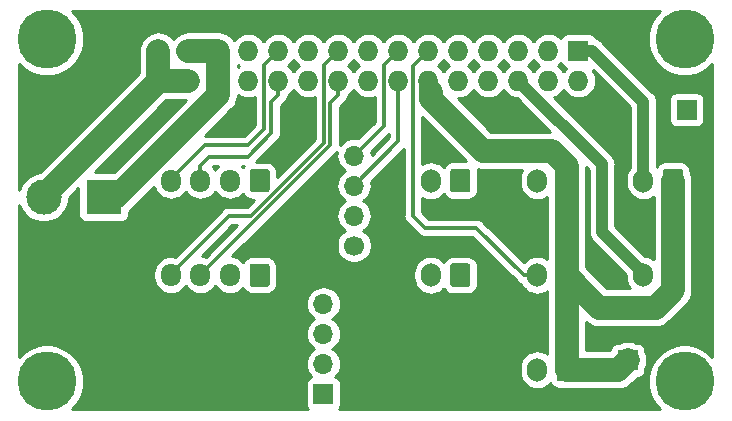
<source format=gbl>
G04 #@! TF.GenerationSoftware,KiCad,Pcbnew,(5.1.0)-1*
G04 #@! TF.CreationDate,2019-10-14T12:16:32+08:00*
G04 #@! TF.ProjectId,RibbonCable_MB_BreakdownBoard,52696262-6f6e-4436-9162-6c655f4d425f,rev?*
G04 #@! TF.SameCoordinates,Original*
G04 #@! TF.FileFunction,Copper,L2,Bot*
G04 #@! TF.FilePolarity,Positive*
%FSLAX46Y46*%
G04 Gerber Fmt 4.6, Leading zero omitted, Abs format (unit mm)*
G04 Created by KiCad (PCBNEW (5.1.0)-1) date 2019-10-14 12:16:32*
%MOMM*%
%LPD*%
G04 APERTURE LIST*
%ADD10O,1.700000X1.700000*%
%ADD11R,1.700000X1.700000*%
%ADD12C,3.000000*%
%ADD13R,3.000000X3.000000*%
%ADD14C,5.000000*%
%ADD15O,1.700000X2.000000*%
%ADD16C,0.150000*%
%ADD17C,1.700000*%
%ADD18O,1.727200X1.727200*%
%ADD19R,1.727200X1.727200*%
%ADD20O,1.700000X1.950000*%
%ADD21C,0.300000*%
%ADD22C,2.000000*%
%ADD23C,1.500000*%
%ADD24C,1.000000*%
%ADD25C,0.254000*%
G04 APERTURE END LIST*
D10*
X132397500Y-95440500D03*
X132397500Y-97980500D03*
X132397500Y-100520500D03*
D11*
X132397500Y-103060500D03*
X158178500Y-100203000D03*
D12*
X108712000Y-86400000D03*
D13*
X113792000Y-86400000D03*
D14*
X163000000Y-73000000D03*
X163000000Y-102000000D03*
X109000000Y-102000000D03*
X109000000Y-73000000D03*
D11*
X163150000Y-79000000D03*
D15*
X159500000Y-85000000D03*
D16*
G36*
X162624504Y-84001204D02*
G01*
X162648773Y-84004804D01*
X162672571Y-84010765D01*
X162695671Y-84019030D01*
X162717849Y-84029520D01*
X162738893Y-84042133D01*
X162758598Y-84056747D01*
X162776777Y-84073223D01*
X162793253Y-84091402D01*
X162807867Y-84111107D01*
X162820480Y-84132151D01*
X162830970Y-84154329D01*
X162839235Y-84177429D01*
X162845196Y-84201227D01*
X162848796Y-84225496D01*
X162850000Y-84250000D01*
X162850000Y-85750000D01*
X162848796Y-85774504D01*
X162845196Y-85798773D01*
X162839235Y-85822571D01*
X162830970Y-85845671D01*
X162820480Y-85867849D01*
X162807867Y-85888893D01*
X162793253Y-85908598D01*
X162776777Y-85926777D01*
X162758598Y-85943253D01*
X162738893Y-85957867D01*
X162717849Y-85970480D01*
X162695671Y-85980970D01*
X162672571Y-85989235D01*
X162648773Y-85995196D01*
X162624504Y-85998796D01*
X162600000Y-86000000D01*
X161400000Y-86000000D01*
X161375496Y-85998796D01*
X161351227Y-85995196D01*
X161327429Y-85989235D01*
X161304329Y-85980970D01*
X161282151Y-85970480D01*
X161261107Y-85957867D01*
X161241402Y-85943253D01*
X161223223Y-85926777D01*
X161206747Y-85908598D01*
X161192133Y-85888893D01*
X161179520Y-85867849D01*
X161169030Y-85845671D01*
X161160765Y-85822571D01*
X161154804Y-85798773D01*
X161151204Y-85774504D01*
X161150000Y-85750000D01*
X161150000Y-84250000D01*
X161151204Y-84225496D01*
X161154804Y-84201227D01*
X161160765Y-84177429D01*
X161169030Y-84154329D01*
X161179520Y-84132151D01*
X161192133Y-84111107D01*
X161206747Y-84091402D01*
X161223223Y-84073223D01*
X161241402Y-84056747D01*
X161261107Y-84042133D01*
X161282151Y-84029520D01*
X161304329Y-84019030D01*
X161327429Y-84010765D01*
X161351227Y-84004804D01*
X161375496Y-84001204D01*
X161400000Y-84000000D01*
X162600000Y-84000000D01*
X162624504Y-84001204D01*
X162624504Y-84001204D01*
G37*
D17*
X162000000Y-85000000D03*
D15*
X150500000Y-93000000D03*
D16*
G36*
X153624504Y-92001204D02*
G01*
X153648773Y-92004804D01*
X153672571Y-92010765D01*
X153695671Y-92019030D01*
X153717849Y-92029520D01*
X153738893Y-92042133D01*
X153758598Y-92056747D01*
X153776777Y-92073223D01*
X153793253Y-92091402D01*
X153807867Y-92111107D01*
X153820480Y-92132151D01*
X153830970Y-92154329D01*
X153839235Y-92177429D01*
X153845196Y-92201227D01*
X153848796Y-92225496D01*
X153850000Y-92250000D01*
X153850000Y-93750000D01*
X153848796Y-93774504D01*
X153845196Y-93798773D01*
X153839235Y-93822571D01*
X153830970Y-93845671D01*
X153820480Y-93867849D01*
X153807867Y-93888893D01*
X153793253Y-93908598D01*
X153776777Y-93926777D01*
X153758598Y-93943253D01*
X153738893Y-93957867D01*
X153717849Y-93970480D01*
X153695671Y-93980970D01*
X153672571Y-93989235D01*
X153648773Y-93995196D01*
X153624504Y-93998796D01*
X153600000Y-94000000D01*
X152400000Y-94000000D01*
X152375496Y-93998796D01*
X152351227Y-93995196D01*
X152327429Y-93989235D01*
X152304329Y-93980970D01*
X152282151Y-93970480D01*
X152261107Y-93957867D01*
X152241402Y-93943253D01*
X152223223Y-93926777D01*
X152206747Y-93908598D01*
X152192133Y-93888893D01*
X152179520Y-93867849D01*
X152169030Y-93845671D01*
X152160765Y-93822571D01*
X152154804Y-93798773D01*
X152151204Y-93774504D01*
X152150000Y-93750000D01*
X152150000Y-92250000D01*
X152151204Y-92225496D01*
X152154804Y-92201227D01*
X152160765Y-92177429D01*
X152169030Y-92154329D01*
X152179520Y-92132151D01*
X152192133Y-92111107D01*
X152206747Y-92091402D01*
X152223223Y-92073223D01*
X152241402Y-92056747D01*
X152261107Y-92042133D01*
X152282151Y-92029520D01*
X152304329Y-92019030D01*
X152327429Y-92010765D01*
X152351227Y-92004804D01*
X152375496Y-92001204D01*
X152400000Y-92000000D01*
X153600000Y-92000000D01*
X153624504Y-92001204D01*
X153624504Y-92001204D01*
G37*
D17*
X153000000Y-93000000D03*
D15*
X141500000Y-93000000D03*
D16*
G36*
X144624504Y-92001204D02*
G01*
X144648773Y-92004804D01*
X144672571Y-92010765D01*
X144695671Y-92019030D01*
X144717849Y-92029520D01*
X144738893Y-92042133D01*
X144758598Y-92056747D01*
X144776777Y-92073223D01*
X144793253Y-92091402D01*
X144807867Y-92111107D01*
X144820480Y-92132151D01*
X144830970Y-92154329D01*
X144839235Y-92177429D01*
X144845196Y-92201227D01*
X144848796Y-92225496D01*
X144850000Y-92250000D01*
X144850000Y-93750000D01*
X144848796Y-93774504D01*
X144845196Y-93798773D01*
X144839235Y-93822571D01*
X144830970Y-93845671D01*
X144820480Y-93867849D01*
X144807867Y-93888893D01*
X144793253Y-93908598D01*
X144776777Y-93926777D01*
X144758598Y-93943253D01*
X144738893Y-93957867D01*
X144717849Y-93970480D01*
X144695671Y-93980970D01*
X144672571Y-93989235D01*
X144648773Y-93995196D01*
X144624504Y-93998796D01*
X144600000Y-94000000D01*
X143400000Y-94000000D01*
X143375496Y-93998796D01*
X143351227Y-93995196D01*
X143327429Y-93989235D01*
X143304329Y-93980970D01*
X143282151Y-93970480D01*
X143261107Y-93957867D01*
X143241402Y-93943253D01*
X143223223Y-93926777D01*
X143206747Y-93908598D01*
X143192133Y-93888893D01*
X143179520Y-93867849D01*
X143169030Y-93845671D01*
X143160765Y-93822571D01*
X143154804Y-93798773D01*
X143151204Y-93774504D01*
X143150000Y-93750000D01*
X143150000Y-92250000D01*
X143151204Y-92225496D01*
X143154804Y-92201227D01*
X143160765Y-92177429D01*
X143169030Y-92154329D01*
X143179520Y-92132151D01*
X143192133Y-92111107D01*
X143206747Y-92091402D01*
X143223223Y-92073223D01*
X143241402Y-92056747D01*
X143261107Y-92042133D01*
X143282151Y-92029520D01*
X143304329Y-92019030D01*
X143327429Y-92010765D01*
X143351227Y-92004804D01*
X143375496Y-92001204D01*
X143400000Y-92000000D01*
X144600000Y-92000000D01*
X144624504Y-92001204D01*
X144624504Y-92001204D01*
G37*
D17*
X144000000Y-93000000D03*
D15*
X150500000Y-101000000D03*
D16*
G36*
X153624504Y-100001204D02*
G01*
X153648773Y-100004804D01*
X153672571Y-100010765D01*
X153695671Y-100019030D01*
X153717849Y-100029520D01*
X153738893Y-100042133D01*
X153758598Y-100056747D01*
X153776777Y-100073223D01*
X153793253Y-100091402D01*
X153807867Y-100111107D01*
X153820480Y-100132151D01*
X153830970Y-100154329D01*
X153839235Y-100177429D01*
X153845196Y-100201227D01*
X153848796Y-100225496D01*
X153850000Y-100250000D01*
X153850000Y-101750000D01*
X153848796Y-101774504D01*
X153845196Y-101798773D01*
X153839235Y-101822571D01*
X153830970Y-101845671D01*
X153820480Y-101867849D01*
X153807867Y-101888893D01*
X153793253Y-101908598D01*
X153776777Y-101926777D01*
X153758598Y-101943253D01*
X153738893Y-101957867D01*
X153717849Y-101970480D01*
X153695671Y-101980970D01*
X153672571Y-101989235D01*
X153648773Y-101995196D01*
X153624504Y-101998796D01*
X153600000Y-102000000D01*
X152400000Y-102000000D01*
X152375496Y-101998796D01*
X152351227Y-101995196D01*
X152327429Y-101989235D01*
X152304329Y-101980970D01*
X152282151Y-101970480D01*
X152261107Y-101957867D01*
X152241402Y-101943253D01*
X152223223Y-101926777D01*
X152206747Y-101908598D01*
X152192133Y-101888893D01*
X152179520Y-101867849D01*
X152169030Y-101845671D01*
X152160765Y-101822571D01*
X152154804Y-101798773D01*
X152151204Y-101774504D01*
X152150000Y-101750000D01*
X152150000Y-100250000D01*
X152151204Y-100225496D01*
X152154804Y-100201227D01*
X152160765Y-100177429D01*
X152169030Y-100154329D01*
X152179520Y-100132151D01*
X152192133Y-100111107D01*
X152206747Y-100091402D01*
X152223223Y-100073223D01*
X152241402Y-100056747D01*
X152261107Y-100042133D01*
X152282151Y-100029520D01*
X152304329Y-100019030D01*
X152327429Y-100010765D01*
X152351227Y-100004804D01*
X152375496Y-100001204D01*
X152400000Y-100000000D01*
X153600000Y-100000000D01*
X153624504Y-100001204D01*
X153624504Y-100001204D01*
G37*
D17*
X153000000Y-101000000D03*
D18*
X118440000Y-76540000D03*
X118440000Y-74000000D03*
X120980000Y-76540000D03*
X120980000Y-74000000D03*
X123520000Y-76540000D03*
X123520000Y-74000000D03*
X126060000Y-76540000D03*
X126060000Y-74000000D03*
X128600000Y-76540000D03*
X128600000Y-74000000D03*
X131140000Y-76540000D03*
X131140000Y-74000000D03*
X133680000Y-76540000D03*
X133680000Y-74000000D03*
X136220000Y-76540000D03*
X136220000Y-74000000D03*
X138760000Y-76540000D03*
X138760000Y-74000000D03*
X141300000Y-76540000D03*
X141300000Y-74000000D03*
X143840000Y-76540000D03*
X143840000Y-74000000D03*
X146380000Y-76540000D03*
X146380000Y-74000000D03*
X148920000Y-76540000D03*
X148920000Y-74000000D03*
X151460000Y-76540000D03*
X151460000Y-74000000D03*
X154000000Y-76540000D03*
D19*
X154000000Y-74000000D03*
D15*
X159500000Y-93000000D03*
D16*
G36*
X162624504Y-92001204D02*
G01*
X162648773Y-92004804D01*
X162672571Y-92010765D01*
X162695671Y-92019030D01*
X162717849Y-92029520D01*
X162738893Y-92042133D01*
X162758598Y-92056747D01*
X162776777Y-92073223D01*
X162793253Y-92091402D01*
X162807867Y-92111107D01*
X162820480Y-92132151D01*
X162830970Y-92154329D01*
X162839235Y-92177429D01*
X162845196Y-92201227D01*
X162848796Y-92225496D01*
X162850000Y-92250000D01*
X162850000Y-93750000D01*
X162848796Y-93774504D01*
X162845196Y-93798773D01*
X162839235Y-93822571D01*
X162830970Y-93845671D01*
X162820480Y-93867849D01*
X162807867Y-93888893D01*
X162793253Y-93908598D01*
X162776777Y-93926777D01*
X162758598Y-93943253D01*
X162738893Y-93957867D01*
X162717849Y-93970480D01*
X162695671Y-93980970D01*
X162672571Y-93989235D01*
X162648773Y-93995196D01*
X162624504Y-93998796D01*
X162600000Y-94000000D01*
X161400000Y-94000000D01*
X161375496Y-93998796D01*
X161351227Y-93995196D01*
X161327429Y-93989235D01*
X161304329Y-93980970D01*
X161282151Y-93970480D01*
X161261107Y-93957867D01*
X161241402Y-93943253D01*
X161223223Y-93926777D01*
X161206747Y-93908598D01*
X161192133Y-93888893D01*
X161179520Y-93867849D01*
X161169030Y-93845671D01*
X161160765Y-93822571D01*
X161154804Y-93798773D01*
X161151204Y-93774504D01*
X161150000Y-93750000D01*
X161150000Y-92250000D01*
X161151204Y-92225496D01*
X161154804Y-92201227D01*
X161160765Y-92177429D01*
X161169030Y-92154329D01*
X161179520Y-92132151D01*
X161192133Y-92111107D01*
X161206747Y-92091402D01*
X161223223Y-92073223D01*
X161241402Y-92056747D01*
X161261107Y-92042133D01*
X161282151Y-92029520D01*
X161304329Y-92019030D01*
X161327429Y-92010765D01*
X161351227Y-92004804D01*
X161375496Y-92001204D01*
X161400000Y-92000000D01*
X162600000Y-92000000D01*
X162624504Y-92001204D01*
X162624504Y-92001204D01*
G37*
D17*
X162000000Y-93000000D03*
D20*
X119500000Y-85000000D03*
X122000000Y-85000000D03*
X124500000Y-85000000D03*
D16*
G36*
X127624504Y-84026204D02*
G01*
X127648773Y-84029804D01*
X127672571Y-84035765D01*
X127695671Y-84044030D01*
X127717849Y-84054520D01*
X127738893Y-84067133D01*
X127758598Y-84081747D01*
X127776777Y-84098223D01*
X127793253Y-84116402D01*
X127807867Y-84136107D01*
X127820480Y-84157151D01*
X127830970Y-84179329D01*
X127839235Y-84202429D01*
X127845196Y-84226227D01*
X127848796Y-84250496D01*
X127850000Y-84275000D01*
X127850000Y-85725000D01*
X127848796Y-85749504D01*
X127845196Y-85773773D01*
X127839235Y-85797571D01*
X127830970Y-85820671D01*
X127820480Y-85842849D01*
X127807867Y-85863893D01*
X127793253Y-85883598D01*
X127776777Y-85901777D01*
X127758598Y-85918253D01*
X127738893Y-85932867D01*
X127717849Y-85945480D01*
X127695671Y-85955970D01*
X127672571Y-85964235D01*
X127648773Y-85970196D01*
X127624504Y-85973796D01*
X127600000Y-85975000D01*
X126400000Y-85975000D01*
X126375496Y-85973796D01*
X126351227Y-85970196D01*
X126327429Y-85964235D01*
X126304329Y-85955970D01*
X126282151Y-85945480D01*
X126261107Y-85932867D01*
X126241402Y-85918253D01*
X126223223Y-85901777D01*
X126206747Y-85883598D01*
X126192133Y-85863893D01*
X126179520Y-85842849D01*
X126169030Y-85820671D01*
X126160765Y-85797571D01*
X126154804Y-85773773D01*
X126151204Y-85749504D01*
X126150000Y-85725000D01*
X126150000Y-84275000D01*
X126151204Y-84250496D01*
X126154804Y-84226227D01*
X126160765Y-84202429D01*
X126169030Y-84179329D01*
X126179520Y-84157151D01*
X126192133Y-84136107D01*
X126206747Y-84116402D01*
X126223223Y-84098223D01*
X126241402Y-84081747D01*
X126261107Y-84067133D01*
X126282151Y-84054520D01*
X126304329Y-84044030D01*
X126327429Y-84035765D01*
X126351227Y-84029804D01*
X126375496Y-84026204D01*
X126400000Y-84025000D01*
X127600000Y-84025000D01*
X127624504Y-84026204D01*
X127624504Y-84026204D01*
G37*
D17*
X127000000Y-85000000D03*
D20*
X119500000Y-93000000D03*
X122000000Y-93000000D03*
X124500000Y-93000000D03*
D16*
G36*
X127624504Y-92026204D02*
G01*
X127648773Y-92029804D01*
X127672571Y-92035765D01*
X127695671Y-92044030D01*
X127717849Y-92054520D01*
X127738893Y-92067133D01*
X127758598Y-92081747D01*
X127776777Y-92098223D01*
X127793253Y-92116402D01*
X127807867Y-92136107D01*
X127820480Y-92157151D01*
X127830970Y-92179329D01*
X127839235Y-92202429D01*
X127845196Y-92226227D01*
X127848796Y-92250496D01*
X127850000Y-92275000D01*
X127850000Y-93725000D01*
X127848796Y-93749504D01*
X127845196Y-93773773D01*
X127839235Y-93797571D01*
X127830970Y-93820671D01*
X127820480Y-93842849D01*
X127807867Y-93863893D01*
X127793253Y-93883598D01*
X127776777Y-93901777D01*
X127758598Y-93918253D01*
X127738893Y-93932867D01*
X127717849Y-93945480D01*
X127695671Y-93955970D01*
X127672571Y-93964235D01*
X127648773Y-93970196D01*
X127624504Y-93973796D01*
X127600000Y-93975000D01*
X126400000Y-93975000D01*
X126375496Y-93973796D01*
X126351227Y-93970196D01*
X126327429Y-93964235D01*
X126304329Y-93955970D01*
X126282151Y-93945480D01*
X126261107Y-93932867D01*
X126241402Y-93918253D01*
X126223223Y-93901777D01*
X126206747Y-93883598D01*
X126192133Y-93863893D01*
X126179520Y-93842849D01*
X126169030Y-93820671D01*
X126160765Y-93797571D01*
X126154804Y-93773773D01*
X126151204Y-93749504D01*
X126150000Y-93725000D01*
X126150000Y-92275000D01*
X126151204Y-92250496D01*
X126154804Y-92226227D01*
X126160765Y-92202429D01*
X126169030Y-92179329D01*
X126179520Y-92157151D01*
X126192133Y-92136107D01*
X126206747Y-92116402D01*
X126223223Y-92098223D01*
X126241402Y-92081747D01*
X126261107Y-92067133D01*
X126282151Y-92054520D01*
X126304329Y-92044030D01*
X126327429Y-92035765D01*
X126351227Y-92029804D01*
X126375496Y-92026204D01*
X126400000Y-92025000D01*
X127600000Y-92025000D01*
X127624504Y-92026204D01*
X127624504Y-92026204D01*
G37*
D17*
X127000000Y-93000000D03*
D15*
X150500000Y-85000000D03*
D16*
G36*
X153624504Y-84001204D02*
G01*
X153648773Y-84004804D01*
X153672571Y-84010765D01*
X153695671Y-84019030D01*
X153717849Y-84029520D01*
X153738893Y-84042133D01*
X153758598Y-84056747D01*
X153776777Y-84073223D01*
X153793253Y-84091402D01*
X153807867Y-84111107D01*
X153820480Y-84132151D01*
X153830970Y-84154329D01*
X153839235Y-84177429D01*
X153845196Y-84201227D01*
X153848796Y-84225496D01*
X153850000Y-84250000D01*
X153850000Y-85750000D01*
X153848796Y-85774504D01*
X153845196Y-85798773D01*
X153839235Y-85822571D01*
X153830970Y-85845671D01*
X153820480Y-85867849D01*
X153807867Y-85888893D01*
X153793253Y-85908598D01*
X153776777Y-85926777D01*
X153758598Y-85943253D01*
X153738893Y-85957867D01*
X153717849Y-85970480D01*
X153695671Y-85980970D01*
X153672571Y-85989235D01*
X153648773Y-85995196D01*
X153624504Y-85998796D01*
X153600000Y-86000000D01*
X152400000Y-86000000D01*
X152375496Y-85998796D01*
X152351227Y-85995196D01*
X152327429Y-85989235D01*
X152304329Y-85980970D01*
X152282151Y-85970480D01*
X152261107Y-85957867D01*
X152241402Y-85943253D01*
X152223223Y-85926777D01*
X152206747Y-85908598D01*
X152192133Y-85888893D01*
X152179520Y-85867849D01*
X152169030Y-85845671D01*
X152160765Y-85822571D01*
X152154804Y-85798773D01*
X152151204Y-85774504D01*
X152150000Y-85750000D01*
X152150000Y-84250000D01*
X152151204Y-84225496D01*
X152154804Y-84201227D01*
X152160765Y-84177429D01*
X152169030Y-84154329D01*
X152179520Y-84132151D01*
X152192133Y-84111107D01*
X152206747Y-84091402D01*
X152223223Y-84073223D01*
X152241402Y-84056747D01*
X152261107Y-84042133D01*
X152282151Y-84029520D01*
X152304329Y-84019030D01*
X152327429Y-84010765D01*
X152351227Y-84004804D01*
X152375496Y-84001204D01*
X152400000Y-84000000D01*
X153600000Y-84000000D01*
X153624504Y-84001204D01*
X153624504Y-84001204D01*
G37*
D17*
X153000000Y-85000000D03*
D15*
X141500000Y-85000000D03*
D16*
G36*
X144624504Y-84001204D02*
G01*
X144648773Y-84004804D01*
X144672571Y-84010765D01*
X144695671Y-84019030D01*
X144717849Y-84029520D01*
X144738893Y-84042133D01*
X144758598Y-84056747D01*
X144776777Y-84073223D01*
X144793253Y-84091402D01*
X144807867Y-84111107D01*
X144820480Y-84132151D01*
X144830970Y-84154329D01*
X144839235Y-84177429D01*
X144845196Y-84201227D01*
X144848796Y-84225496D01*
X144850000Y-84250000D01*
X144850000Y-85750000D01*
X144848796Y-85774504D01*
X144845196Y-85798773D01*
X144839235Y-85822571D01*
X144830970Y-85845671D01*
X144820480Y-85867849D01*
X144807867Y-85888893D01*
X144793253Y-85908598D01*
X144776777Y-85926777D01*
X144758598Y-85943253D01*
X144738893Y-85957867D01*
X144717849Y-85970480D01*
X144695671Y-85980970D01*
X144672571Y-85989235D01*
X144648773Y-85995196D01*
X144624504Y-85998796D01*
X144600000Y-86000000D01*
X143400000Y-86000000D01*
X143375496Y-85998796D01*
X143351227Y-85995196D01*
X143327429Y-85989235D01*
X143304329Y-85980970D01*
X143282151Y-85970480D01*
X143261107Y-85957867D01*
X143241402Y-85943253D01*
X143223223Y-85926777D01*
X143206747Y-85908598D01*
X143192133Y-85888893D01*
X143179520Y-85867849D01*
X143169030Y-85845671D01*
X143160765Y-85822571D01*
X143154804Y-85798773D01*
X143151204Y-85774504D01*
X143150000Y-85750000D01*
X143150000Y-84250000D01*
X143151204Y-84225496D01*
X143154804Y-84201227D01*
X143160765Y-84177429D01*
X143169030Y-84154329D01*
X143179520Y-84132151D01*
X143192133Y-84111107D01*
X143206747Y-84091402D01*
X143223223Y-84073223D01*
X143241402Y-84056747D01*
X143261107Y-84042133D01*
X143282151Y-84029520D01*
X143304329Y-84019030D01*
X143327429Y-84010765D01*
X143351227Y-84004804D01*
X143375496Y-84001204D01*
X143400000Y-84000000D01*
X144600000Y-84000000D01*
X144624504Y-84001204D01*
X144624504Y-84001204D01*
G37*
D17*
X144000000Y-85000000D03*
D10*
X135000000Y-82880000D03*
X135000000Y-85420000D03*
X135000000Y-87960000D03*
D17*
X135000000Y-90500000D03*
D21*
X135849999Y-82030001D02*
X135000000Y-82880000D01*
X137546399Y-80333601D02*
X135849999Y-82030001D01*
X137546399Y-75213601D02*
X137546399Y-80333601D01*
X138760000Y-74000000D02*
X137546399Y-75213601D01*
X138760000Y-81660000D02*
X135000000Y-85420000D01*
X138760000Y-76540000D02*
X138760000Y-81660000D01*
D22*
X162000000Y-85000000D02*
X162000000Y-93000000D01*
X153000000Y-93000000D02*
X153000000Y-101000000D01*
X153000000Y-85000000D02*
X153000000Y-93000000D01*
D23*
X141300000Y-76540000D02*
X141300000Y-77863500D01*
D22*
X157381500Y-101000000D02*
X158178500Y-100203000D01*
X153000000Y-101000000D02*
X157381500Y-101000000D01*
X153905553Y-93905553D02*
X153000000Y-93000000D01*
X155758000Y-95758000D02*
X153905553Y-93905553D01*
X160528000Y-95758000D02*
X155758000Y-95758000D01*
X161988500Y-94297500D02*
X160528000Y-95758000D01*
X162000000Y-93000000D02*
X161988500Y-93011500D01*
X161988500Y-93011500D02*
X161988500Y-94297500D01*
X153000000Y-83721500D02*
X153000000Y-85000000D01*
X151765000Y-82486500D02*
X153000000Y-83721500D01*
X145923000Y-82486500D02*
X151765000Y-82486500D01*
X141541500Y-77533500D02*
X141541500Y-78105000D01*
X141541500Y-78105000D02*
X145923000Y-82486500D01*
X120980000Y-76540000D02*
X118440000Y-76540000D01*
X118440000Y-74000000D02*
X118440000Y-76540000D01*
X108712000Y-86268000D02*
X108712000Y-86400000D01*
X118440000Y-76540000D02*
X108712000Y-86268000D01*
X120980000Y-74000000D02*
X123520000Y-74000000D01*
X123520000Y-74000000D02*
X123520000Y-76540000D01*
X114881314Y-86400000D02*
X113792000Y-86400000D01*
X123520000Y-76540000D02*
X123520000Y-77761314D01*
X123520000Y-77761314D02*
X114881314Y-86400000D01*
D21*
X133680000Y-74000000D02*
X132466399Y-75213601D01*
X132466399Y-81826479D02*
X126292878Y-88000000D01*
X126292878Y-88000000D02*
X124375000Y-88000000D01*
X132466399Y-75213601D02*
X132466399Y-81826479D01*
X124375000Y-88000000D02*
X119500000Y-92875000D01*
X119500000Y-92875000D02*
X119500000Y-93000000D01*
X133680000Y-77761314D02*
X133000000Y-78441314D01*
X133680000Y-76540000D02*
X133680000Y-77761314D01*
X133000000Y-78441314D02*
X133000000Y-82000000D01*
X133000000Y-82000000D02*
X122000000Y-93000000D01*
X127386399Y-75213601D02*
X127386399Y-80613601D01*
X128600000Y-74000000D02*
X127386399Y-75213601D01*
X127386399Y-80613601D02*
X126000000Y-82000000D01*
X119500000Y-84875000D02*
X119500000Y-85000000D01*
X122375000Y-82000000D02*
X119500000Y-84875000D01*
X126000000Y-82000000D02*
X122375000Y-82000000D01*
X122000000Y-83725000D02*
X122000000Y-85000000D01*
X122725000Y-83000000D02*
X122000000Y-83725000D01*
X126000000Y-83000000D02*
X122725000Y-83000000D01*
X128000000Y-81000000D02*
X126000000Y-83000000D01*
X128600000Y-77761314D02*
X128000000Y-78361314D01*
X128000000Y-78361314D02*
X128000000Y-81000000D01*
X128600000Y-76540000D02*
X128600000Y-77761314D01*
D24*
X159500000Y-92850000D02*
X159500000Y-93000000D01*
X156000000Y-89350000D02*
X159500000Y-92850000D01*
X156000000Y-83620000D02*
X156000000Y-89350000D01*
X148920000Y-76540000D02*
X156000000Y-83620000D01*
D21*
X139973601Y-75326399D02*
X139973601Y-87973601D01*
X141300000Y-74000000D02*
X139973601Y-75326399D01*
X139973601Y-87973601D02*
X141000000Y-89000000D01*
X149350000Y-93000000D02*
X150500000Y-93000000D01*
X145350000Y-89000000D02*
X149350000Y-93000000D01*
X141000000Y-89000000D02*
X145350000Y-89000000D01*
D24*
X159500000Y-83700000D02*
X159500000Y-85000000D01*
X155163600Y-74000000D02*
X159500000Y-78336400D01*
X159500000Y-78336400D02*
X159500000Y-83700000D01*
X154000000Y-74000000D02*
X155163600Y-74000000D01*
D25*
G36*
X160564886Y-71001554D02*
G01*
X160221799Y-71515021D01*
X159985476Y-72085554D01*
X159865000Y-72691229D01*
X159865000Y-73308771D01*
X159985476Y-73914446D01*
X160221799Y-74484979D01*
X160564886Y-74998446D01*
X161001554Y-75435114D01*
X161515021Y-75778201D01*
X162085554Y-76014524D01*
X162691229Y-76135000D01*
X163308771Y-76135000D01*
X163914446Y-76014524D01*
X164484979Y-75778201D01*
X164998446Y-75435114D01*
X165340000Y-75093560D01*
X165340001Y-99906441D01*
X164998446Y-99564886D01*
X164484979Y-99221799D01*
X163914446Y-98985476D01*
X163308771Y-98865000D01*
X162691229Y-98865000D01*
X162085554Y-98985476D01*
X161515021Y-99221799D01*
X161001554Y-99564886D01*
X160564886Y-100001554D01*
X160221799Y-100515021D01*
X159985476Y-101085554D01*
X159865000Y-101691229D01*
X159865000Y-102308771D01*
X159985476Y-102914446D01*
X160221799Y-103484979D01*
X160564886Y-103998446D01*
X160906440Y-104340000D01*
X133716481Y-104340000D01*
X133778037Y-104264994D01*
X133837002Y-104154680D01*
X133873312Y-104034982D01*
X133885572Y-103910500D01*
X133885572Y-102210500D01*
X133873312Y-102086018D01*
X133837002Y-101966320D01*
X133778037Y-101856006D01*
X133698685Y-101759315D01*
X133601994Y-101679963D01*
X133491680Y-101620998D01*
X133422813Y-101600107D01*
X133452634Y-101575634D01*
X133638206Y-101349514D01*
X133776099Y-101091534D01*
X133861013Y-100811611D01*
X133889685Y-100520500D01*
X133861013Y-100229389D01*
X133776099Y-99949466D01*
X133638206Y-99691486D01*
X133452634Y-99465366D01*
X133226514Y-99279794D01*
X133171709Y-99250500D01*
X133226514Y-99221206D01*
X133452634Y-99035634D01*
X133638206Y-98809514D01*
X133776099Y-98551534D01*
X133861013Y-98271611D01*
X133889685Y-97980500D01*
X133861013Y-97689389D01*
X133776099Y-97409466D01*
X133638206Y-97151486D01*
X133452634Y-96925366D01*
X133226514Y-96739794D01*
X133171709Y-96710500D01*
X133226514Y-96681206D01*
X133452634Y-96495634D01*
X133638206Y-96269514D01*
X133776099Y-96011534D01*
X133861013Y-95731611D01*
X133889685Y-95440500D01*
X133861013Y-95149389D01*
X133776099Y-94869466D01*
X133638206Y-94611486D01*
X133452634Y-94385366D01*
X133226514Y-94199794D01*
X132968534Y-94061901D01*
X132688611Y-93976987D01*
X132470450Y-93955500D01*
X132324550Y-93955500D01*
X132106389Y-93976987D01*
X131826466Y-94061901D01*
X131568486Y-94199794D01*
X131342366Y-94385366D01*
X131156794Y-94611486D01*
X131018901Y-94869466D01*
X130933987Y-95149389D01*
X130905315Y-95440500D01*
X130933987Y-95731611D01*
X131018901Y-96011534D01*
X131156794Y-96269514D01*
X131342366Y-96495634D01*
X131568486Y-96681206D01*
X131623291Y-96710500D01*
X131568486Y-96739794D01*
X131342366Y-96925366D01*
X131156794Y-97151486D01*
X131018901Y-97409466D01*
X130933987Y-97689389D01*
X130905315Y-97980500D01*
X130933987Y-98271611D01*
X131018901Y-98551534D01*
X131156794Y-98809514D01*
X131342366Y-99035634D01*
X131568486Y-99221206D01*
X131623291Y-99250500D01*
X131568486Y-99279794D01*
X131342366Y-99465366D01*
X131156794Y-99691486D01*
X131018901Y-99949466D01*
X130933987Y-100229389D01*
X130905315Y-100520500D01*
X130933987Y-100811611D01*
X131018901Y-101091534D01*
X131156794Y-101349514D01*
X131342366Y-101575634D01*
X131372187Y-101600107D01*
X131303320Y-101620998D01*
X131193006Y-101679963D01*
X131096315Y-101759315D01*
X131016963Y-101856006D01*
X130957998Y-101966320D01*
X130921688Y-102086018D01*
X130909428Y-102210500D01*
X130909428Y-103910500D01*
X130921688Y-104034982D01*
X130957998Y-104154680D01*
X131016963Y-104264994D01*
X131078519Y-104340000D01*
X111093560Y-104340000D01*
X111435114Y-103998446D01*
X111778201Y-103484979D01*
X112014524Y-102914446D01*
X112135000Y-102308771D01*
X112135000Y-101691229D01*
X112014524Y-101085554D01*
X111778201Y-100515021D01*
X111435114Y-100001554D01*
X110998446Y-99564886D01*
X110484979Y-99221799D01*
X109914446Y-98985476D01*
X109308771Y-98865000D01*
X108691229Y-98865000D01*
X108085554Y-98985476D01*
X107515021Y-99221799D01*
X107001554Y-99564886D01*
X106660000Y-99906440D01*
X106660000Y-87025057D01*
X106819988Y-87411302D01*
X107053637Y-87760983D01*
X107351017Y-88058363D01*
X107700698Y-88292012D01*
X108089244Y-88452953D01*
X108501721Y-88535000D01*
X108922279Y-88535000D01*
X109334756Y-88452953D01*
X109723302Y-88292012D01*
X110072983Y-88058363D01*
X110370363Y-87760983D01*
X110604012Y-87411302D01*
X110764953Y-87022756D01*
X110847000Y-86610279D01*
X110847000Y-86445238D01*
X111653928Y-85638310D01*
X111653928Y-87900000D01*
X111666188Y-88024482D01*
X111702498Y-88144180D01*
X111761463Y-88254494D01*
X111840815Y-88351185D01*
X111937506Y-88430537D01*
X112047820Y-88489502D01*
X112167518Y-88525812D01*
X112292000Y-88538072D01*
X115292000Y-88538072D01*
X115416482Y-88525812D01*
X115536180Y-88489502D01*
X115646494Y-88430537D01*
X115743185Y-88351185D01*
X115822537Y-88254494D01*
X115881502Y-88144180D01*
X115917812Y-88024482D01*
X115930072Y-87900000D01*
X115930072Y-87654414D01*
X116043028Y-87561714D01*
X116094239Y-87499313D01*
X118069294Y-85524259D01*
X118121401Y-85696033D01*
X118259294Y-85954013D01*
X118444866Y-86180134D01*
X118670986Y-86365706D01*
X118928966Y-86503599D01*
X119208889Y-86588513D01*
X119500000Y-86617185D01*
X119791110Y-86588513D01*
X120071033Y-86503599D01*
X120329013Y-86365706D01*
X120555134Y-86180134D01*
X120740706Y-85954014D01*
X120750000Y-85936626D01*
X120759294Y-85954013D01*
X120944866Y-86180134D01*
X121170986Y-86365706D01*
X121428966Y-86503599D01*
X121708889Y-86588513D01*
X122000000Y-86617185D01*
X122291110Y-86588513D01*
X122571033Y-86503599D01*
X122829013Y-86365706D01*
X123055134Y-86180134D01*
X123240706Y-85954014D01*
X123250000Y-85936626D01*
X123259294Y-85954013D01*
X123444866Y-86180134D01*
X123670986Y-86365706D01*
X123928966Y-86503599D01*
X124208889Y-86588513D01*
X124500000Y-86617185D01*
X124791110Y-86588513D01*
X125071033Y-86503599D01*
X125329013Y-86365706D01*
X125555134Y-86180134D01*
X125607223Y-86116663D01*
X125661595Y-86218386D01*
X125772038Y-86352962D01*
X125906614Y-86463405D01*
X126060150Y-86545472D01*
X126226746Y-86596008D01*
X126400000Y-86613072D01*
X126569649Y-86613072D01*
X125967721Y-87215000D01*
X124413552Y-87215000D01*
X124374999Y-87211203D01*
X124336446Y-87215000D01*
X124336439Y-87215000D01*
X124235490Y-87224943D01*
X124221112Y-87226359D01*
X124073140Y-87271246D01*
X123936767Y-87344138D01*
X123882145Y-87388966D01*
X123847187Y-87417655D01*
X123847184Y-87417658D01*
X123817236Y-87442236D01*
X123792658Y-87472184D01*
X119838869Y-91425974D01*
X119791111Y-91411487D01*
X119500000Y-91382815D01*
X119208890Y-91411487D01*
X118928967Y-91496401D01*
X118670987Y-91634294D01*
X118444866Y-91819866D01*
X118259294Y-92045986D01*
X118121401Y-92303966D01*
X118036487Y-92583889D01*
X118015000Y-92802050D01*
X118015000Y-93197949D01*
X118036487Y-93416110D01*
X118121401Y-93696033D01*
X118259294Y-93954013D01*
X118444866Y-94180134D01*
X118670986Y-94365706D01*
X118928966Y-94503599D01*
X119208889Y-94588513D01*
X119500000Y-94617185D01*
X119791110Y-94588513D01*
X120071033Y-94503599D01*
X120329013Y-94365706D01*
X120555134Y-94180134D01*
X120740706Y-93954014D01*
X120750000Y-93936626D01*
X120759294Y-93954013D01*
X120944866Y-94180134D01*
X121170986Y-94365706D01*
X121428966Y-94503599D01*
X121708889Y-94588513D01*
X122000000Y-94617185D01*
X122291110Y-94588513D01*
X122571033Y-94503599D01*
X122829013Y-94365706D01*
X123055134Y-94180134D01*
X123240706Y-93954014D01*
X123250000Y-93936626D01*
X123259294Y-93954013D01*
X123444866Y-94180134D01*
X123670986Y-94365706D01*
X123928966Y-94503599D01*
X124208889Y-94588513D01*
X124500000Y-94617185D01*
X124791110Y-94588513D01*
X125071033Y-94503599D01*
X125329013Y-94365706D01*
X125555134Y-94180134D01*
X125607223Y-94116663D01*
X125661595Y-94218386D01*
X125772038Y-94352962D01*
X125906614Y-94463405D01*
X126060150Y-94545472D01*
X126226746Y-94596008D01*
X126400000Y-94613072D01*
X127600000Y-94613072D01*
X127773254Y-94596008D01*
X127939850Y-94545472D01*
X128093386Y-94463405D01*
X128227962Y-94352962D01*
X128338405Y-94218386D01*
X128420472Y-94064850D01*
X128471008Y-93898254D01*
X128488072Y-93725000D01*
X128488072Y-92777050D01*
X140015000Y-92777050D01*
X140015000Y-93222949D01*
X140036487Y-93441110D01*
X140121401Y-93721033D01*
X140259294Y-93979013D01*
X140444866Y-94205134D01*
X140670986Y-94390706D01*
X140928966Y-94528599D01*
X141208889Y-94613513D01*
X141500000Y-94642185D01*
X141791110Y-94613513D01*
X142071033Y-94528599D01*
X142329013Y-94390706D01*
X142555134Y-94205134D01*
X142607223Y-94141663D01*
X142661595Y-94243386D01*
X142772038Y-94377962D01*
X142906614Y-94488405D01*
X143060150Y-94570472D01*
X143226746Y-94621008D01*
X143400000Y-94638072D01*
X144600000Y-94638072D01*
X144773254Y-94621008D01*
X144939850Y-94570472D01*
X145093386Y-94488405D01*
X145227962Y-94377962D01*
X145338405Y-94243386D01*
X145420472Y-94089850D01*
X145471008Y-93923254D01*
X145488072Y-93750000D01*
X145488072Y-92250000D01*
X145471008Y-92076746D01*
X145420472Y-91910150D01*
X145338405Y-91756614D01*
X145227962Y-91622038D01*
X145093386Y-91511595D01*
X144939850Y-91429528D01*
X144773254Y-91378992D01*
X144600000Y-91361928D01*
X143400000Y-91361928D01*
X143226746Y-91378992D01*
X143060150Y-91429528D01*
X142906614Y-91511595D01*
X142772038Y-91622038D01*
X142661595Y-91756614D01*
X142607223Y-91858337D01*
X142555134Y-91794866D01*
X142329014Y-91609294D01*
X142071034Y-91471401D01*
X141791111Y-91386487D01*
X141500000Y-91357815D01*
X141208890Y-91386487D01*
X140928967Y-91471401D01*
X140670987Y-91609294D01*
X140444866Y-91794866D01*
X140259294Y-92020986D01*
X140121401Y-92278966D01*
X140036487Y-92558889D01*
X140015000Y-92777050D01*
X128488072Y-92777050D01*
X128488072Y-92275000D01*
X128471008Y-92101746D01*
X128420472Y-91935150D01*
X128338405Y-91781614D01*
X128227962Y-91647038D01*
X128093386Y-91536595D01*
X127939850Y-91454528D01*
X127773254Y-91403992D01*
X127600000Y-91386928D01*
X126400000Y-91386928D01*
X126226746Y-91403992D01*
X126060150Y-91454528D01*
X125906614Y-91536595D01*
X125772038Y-91647038D01*
X125661595Y-91781614D01*
X125607223Y-91883337D01*
X125555134Y-91819866D01*
X125329014Y-91634294D01*
X125071034Y-91496401D01*
X124791111Y-91411487D01*
X124706959Y-91403199D01*
X133527816Y-82582342D01*
X133542006Y-82570697D01*
X133536487Y-82588889D01*
X133507815Y-82880000D01*
X133536487Y-83171111D01*
X133621401Y-83451034D01*
X133759294Y-83709014D01*
X133944866Y-83935134D01*
X134170986Y-84120706D01*
X134225791Y-84150000D01*
X134170986Y-84179294D01*
X133944866Y-84364866D01*
X133759294Y-84590986D01*
X133621401Y-84848966D01*
X133536487Y-85128889D01*
X133507815Y-85420000D01*
X133536487Y-85711111D01*
X133621401Y-85991034D01*
X133759294Y-86249014D01*
X133944866Y-86475134D01*
X134170986Y-86660706D01*
X134225791Y-86690000D01*
X134170986Y-86719294D01*
X133944866Y-86904866D01*
X133759294Y-87130986D01*
X133621401Y-87388966D01*
X133536487Y-87668889D01*
X133507815Y-87960000D01*
X133536487Y-88251111D01*
X133621401Y-88531034D01*
X133759294Y-88789014D01*
X133944866Y-89015134D01*
X134170986Y-89200706D01*
X134226885Y-89230585D01*
X134053368Y-89346525D01*
X133846525Y-89553368D01*
X133684010Y-89796589D01*
X133572068Y-90066842D01*
X133515000Y-90353740D01*
X133515000Y-90646260D01*
X133572068Y-90933158D01*
X133684010Y-91203411D01*
X133846525Y-91446632D01*
X134053368Y-91653475D01*
X134296589Y-91815990D01*
X134566842Y-91927932D01*
X134853740Y-91985000D01*
X135146260Y-91985000D01*
X135433158Y-91927932D01*
X135703411Y-91815990D01*
X135946632Y-91653475D01*
X136153475Y-91446632D01*
X136315990Y-91203411D01*
X136427932Y-90933158D01*
X136485000Y-90646260D01*
X136485000Y-90353740D01*
X136427932Y-90066842D01*
X136315990Y-89796589D01*
X136153475Y-89553368D01*
X135946632Y-89346525D01*
X135773115Y-89230585D01*
X135829014Y-89200706D01*
X136055134Y-89015134D01*
X136240706Y-88789014D01*
X136378599Y-88531034D01*
X136463513Y-88251111D01*
X136492185Y-87960000D01*
X136463513Y-87668889D01*
X136378599Y-87388966D01*
X136240706Y-87130986D01*
X136055134Y-86904866D01*
X135829014Y-86719294D01*
X135774209Y-86690000D01*
X135829014Y-86660706D01*
X136055134Y-86475134D01*
X136240706Y-86249014D01*
X136378599Y-85991034D01*
X136463513Y-85711111D01*
X136492185Y-85420000D01*
X136463513Y-85128889D01*
X136449026Y-85081131D01*
X139188602Y-82341556D01*
X139188602Y-87935038D01*
X139184804Y-87973601D01*
X139199960Y-88127487D01*
X139244847Y-88275460D01*
X139255999Y-88296324D01*
X139317740Y-88411834D01*
X139342691Y-88442236D01*
X139391256Y-88501413D01*
X139391260Y-88501417D01*
X139415838Y-88531365D01*
X139445786Y-88555943D01*
X140417657Y-89527815D01*
X140442236Y-89557764D01*
X140472184Y-89582342D01*
X140472187Y-89582345D01*
X140501559Y-89606450D01*
X140561767Y-89655862D01*
X140698140Y-89728754D01*
X140811672Y-89763194D01*
X140846112Y-89773641D01*
X140860490Y-89775057D01*
X140961439Y-89785000D01*
X140961446Y-89785000D01*
X140999999Y-89788797D01*
X141038552Y-89785000D01*
X145024843Y-89785000D01*
X148767658Y-93527816D01*
X148792236Y-93557764D01*
X148822184Y-93582342D01*
X148822187Y-93582345D01*
X148848274Y-93603754D01*
X148911767Y-93655862D01*
X149048140Y-93728754D01*
X149140504Y-93756772D01*
X149259294Y-93979013D01*
X149444866Y-94205134D01*
X149670986Y-94390706D01*
X149928966Y-94528599D01*
X150208889Y-94613513D01*
X150500000Y-94642185D01*
X150791110Y-94613513D01*
X151071033Y-94528599D01*
X151329013Y-94390706D01*
X151365000Y-94361172D01*
X151365001Y-99638828D01*
X151329014Y-99609294D01*
X151071034Y-99471401D01*
X150791111Y-99386487D01*
X150500000Y-99357815D01*
X150208890Y-99386487D01*
X149928967Y-99471401D01*
X149670987Y-99609294D01*
X149444866Y-99794866D01*
X149259294Y-100020986D01*
X149121401Y-100278966D01*
X149036487Y-100558889D01*
X149015000Y-100777050D01*
X149015000Y-101222949D01*
X149036487Y-101441110D01*
X149121401Y-101721033D01*
X149259294Y-101979013D01*
X149444866Y-102205134D01*
X149670986Y-102390706D01*
X149928966Y-102528599D01*
X150208889Y-102613513D01*
X150500000Y-102642185D01*
X150791110Y-102613513D01*
X151071033Y-102528599D01*
X151329013Y-102390706D01*
X151555134Y-102205134D01*
X151607223Y-102141663D01*
X151661595Y-102243386D01*
X151772038Y-102377962D01*
X151906614Y-102488405D01*
X152060150Y-102570472D01*
X152226746Y-102621008D01*
X152400000Y-102638072D01*
X152950869Y-102638072D01*
X153000000Y-102642911D01*
X153049131Y-102638072D01*
X153600000Y-102638072D01*
X153631191Y-102635000D01*
X157301181Y-102635000D01*
X157381500Y-102642911D01*
X157461819Y-102635000D01*
X157461822Y-102635000D01*
X157702016Y-102611343D01*
X158010215Y-102517852D01*
X158294252Y-102366031D01*
X158543214Y-102161714D01*
X158594425Y-102099313D01*
X159002666Y-101691072D01*
X159028500Y-101691072D01*
X159152982Y-101678812D01*
X159272680Y-101642502D01*
X159382994Y-101583537D01*
X159479685Y-101504185D01*
X159559037Y-101407494D01*
X159618002Y-101297180D01*
X159654312Y-101177482D01*
X159666572Y-101053000D01*
X159666572Y-100887428D01*
X159696351Y-100831715D01*
X159789842Y-100523517D01*
X159821411Y-100203001D01*
X159789842Y-99882484D01*
X159696351Y-99574286D01*
X159666572Y-99518573D01*
X159666572Y-99353000D01*
X159654312Y-99228518D01*
X159618002Y-99108820D01*
X159559037Y-98998506D01*
X159479685Y-98901815D01*
X159382994Y-98822463D01*
X159272680Y-98763498D01*
X159152982Y-98727188D01*
X159028500Y-98714928D01*
X158862927Y-98714928D01*
X158807214Y-98685149D01*
X158499016Y-98591658D01*
X158178499Y-98560089D01*
X157857983Y-98591658D01*
X157549785Y-98685149D01*
X157494072Y-98714928D01*
X157328500Y-98714928D01*
X157204018Y-98727188D01*
X157084320Y-98763498D01*
X156974006Y-98822463D01*
X156877315Y-98901815D01*
X156797963Y-98998506D01*
X156738998Y-99108820D01*
X156702688Y-99228518D01*
X156690428Y-99353000D01*
X156690428Y-99365000D01*
X154635000Y-99365000D01*
X154635000Y-96951486D01*
X154845248Y-97124031D01*
X154896613Y-97151486D01*
X155129285Y-97275852D01*
X155437483Y-97369343D01*
X155758000Y-97400911D01*
X155838322Y-97393000D01*
X160447681Y-97393000D01*
X160528000Y-97400911D01*
X160608319Y-97393000D01*
X160608322Y-97393000D01*
X160848516Y-97369343D01*
X161156715Y-97275852D01*
X161440752Y-97124031D01*
X161689714Y-96919714D01*
X161740924Y-96857314D01*
X163087818Y-95510421D01*
X163150214Y-95459214D01*
X163354531Y-95210252D01*
X163506352Y-94926215D01*
X163599843Y-94618016D01*
X163623500Y-94377822D01*
X163623500Y-94377820D01*
X163631411Y-94297500D01*
X163623500Y-94217181D01*
X163623500Y-93197084D01*
X163635000Y-93080322D01*
X163635000Y-93080320D01*
X163642911Y-93000001D01*
X163635000Y-92919678D01*
X163635000Y-84919678D01*
X163611343Y-84679484D01*
X163517852Y-84371285D01*
X163488072Y-84315571D01*
X163488072Y-84250000D01*
X163471008Y-84076746D01*
X163420472Y-83910150D01*
X163338405Y-83756614D01*
X163227962Y-83622038D01*
X163093386Y-83511595D01*
X162939850Y-83429528D01*
X162773254Y-83378992D01*
X162600000Y-83361928D01*
X162049131Y-83361928D01*
X162000000Y-83357089D01*
X161950869Y-83361928D01*
X161400000Y-83361928D01*
X161226746Y-83378992D01*
X161060150Y-83429528D01*
X160906614Y-83511595D01*
X160772038Y-83622038D01*
X160661595Y-83756614D01*
X160635000Y-83806370D01*
X160635000Y-78392152D01*
X160640491Y-78336400D01*
X160622133Y-78150000D01*
X161661928Y-78150000D01*
X161661928Y-79850000D01*
X161674188Y-79974482D01*
X161710498Y-80094180D01*
X161769463Y-80204494D01*
X161848815Y-80301185D01*
X161945506Y-80380537D01*
X162055820Y-80439502D01*
X162175518Y-80475812D01*
X162300000Y-80488072D01*
X164000000Y-80488072D01*
X164124482Y-80475812D01*
X164244180Y-80439502D01*
X164354494Y-80380537D01*
X164451185Y-80301185D01*
X164530537Y-80204494D01*
X164589502Y-80094180D01*
X164625812Y-79974482D01*
X164638072Y-79850000D01*
X164638072Y-78150000D01*
X164625812Y-78025518D01*
X164589502Y-77905820D01*
X164530537Y-77795506D01*
X164451185Y-77698815D01*
X164354494Y-77619463D01*
X164244180Y-77560498D01*
X164124482Y-77524188D01*
X164000000Y-77511928D01*
X162300000Y-77511928D01*
X162175518Y-77524188D01*
X162055820Y-77560498D01*
X161945506Y-77619463D01*
X161848815Y-77698815D01*
X161769463Y-77795506D01*
X161710498Y-77905820D01*
X161674188Y-78025518D01*
X161661928Y-78150000D01*
X160622133Y-78150000D01*
X160618577Y-78113901D01*
X160553676Y-77899953D01*
X160448284Y-77702777D01*
X160341989Y-77573256D01*
X160341987Y-77573254D01*
X160306449Y-77529951D01*
X160263146Y-77494413D01*
X156005596Y-73236865D01*
X155970049Y-73193551D01*
X155797223Y-73051716D01*
X155600047Y-72946324D01*
X155456285Y-72902714D01*
X155453102Y-72892220D01*
X155394137Y-72781906D01*
X155314785Y-72685215D01*
X155218094Y-72605863D01*
X155107780Y-72546898D01*
X154988082Y-72510588D01*
X154863600Y-72498328D01*
X153136400Y-72498328D01*
X153011918Y-72510588D01*
X152892220Y-72546898D01*
X152781906Y-72605863D01*
X152685215Y-72685215D01*
X152605863Y-72781906D01*
X152546898Y-72892220D01*
X152531414Y-72943265D01*
X152524797Y-72935203D01*
X152296606Y-72747931D01*
X152036264Y-72608775D01*
X151753777Y-72523084D01*
X151533619Y-72501400D01*
X151386381Y-72501400D01*
X151166223Y-72523084D01*
X150883736Y-72608775D01*
X150623394Y-72747931D01*
X150395203Y-72935203D01*
X150207931Y-73163394D01*
X150190000Y-73196940D01*
X150172069Y-73163394D01*
X149984797Y-72935203D01*
X149756606Y-72747931D01*
X149496264Y-72608775D01*
X149213777Y-72523084D01*
X148993619Y-72501400D01*
X148846381Y-72501400D01*
X148626223Y-72523084D01*
X148343736Y-72608775D01*
X148083394Y-72747931D01*
X147855203Y-72935203D01*
X147667931Y-73163394D01*
X147650000Y-73196940D01*
X147632069Y-73163394D01*
X147444797Y-72935203D01*
X147216606Y-72747931D01*
X146956264Y-72608775D01*
X146673777Y-72523084D01*
X146453619Y-72501400D01*
X146306381Y-72501400D01*
X146086223Y-72523084D01*
X145803736Y-72608775D01*
X145543394Y-72747931D01*
X145315203Y-72935203D01*
X145127931Y-73163394D01*
X145110000Y-73196940D01*
X145092069Y-73163394D01*
X144904797Y-72935203D01*
X144676606Y-72747931D01*
X144416264Y-72608775D01*
X144133777Y-72523084D01*
X143913619Y-72501400D01*
X143766381Y-72501400D01*
X143546223Y-72523084D01*
X143263736Y-72608775D01*
X143003394Y-72747931D01*
X142775203Y-72935203D01*
X142587931Y-73163394D01*
X142570000Y-73196940D01*
X142552069Y-73163394D01*
X142364797Y-72935203D01*
X142136606Y-72747931D01*
X141876264Y-72608775D01*
X141593777Y-72523084D01*
X141373619Y-72501400D01*
X141226381Y-72501400D01*
X141006223Y-72523084D01*
X140723736Y-72608775D01*
X140463394Y-72747931D01*
X140235203Y-72935203D01*
X140047931Y-73163394D01*
X140030000Y-73196940D01*
X140012069Y-73163394D01*
X139824797Y-72935203D01*
X139596606Y-72747931D01*
X139336264Y-72608775D01*
X139053777Y-72523084D01*
X138833619Y-72501400D01*
X138686381Y-72501400D01*
X138466223Y-72523084D01*
X138183736Y-72608775D01*
X137923394Y-72747931D01*
X137695203Y-72935203D01*
X137507931Y-73163394D01*
X137490000Y-73196940D01*
X137472069Y-73163394D01*
X137284797Y-72935203D01*
X137056606Y-72747931D01*
X136796264Y-72608775D01*
X136513777Y-72523084D01*
X136293619Y-72501400D01*
X136146381Y-72501400D01*
X135926223Y-72523084D01*
X135643736Y-72608775D01*
X135383394Y-72747931D01*
X135155203Y-72935203D01*
X134967931Y-73163394D01*
X134950000Y-73196940D01*
X134932069Y-73163394D01*
X134744797Y-72935203D01*
X134516606Y-72747931D01*
X134256264Y-72608775D01*
X133973777Y-72523084D01*
X133753619Y-72501400D01*
X133606381Y-72501400D01*
X133386223Y-72523084D01*
X133103736Y-72608775D01*
X132843394Y-72747931D01*
X132615203Y-72935203D01*
X132427931Y-73163394D01*
X132410000Y-73196940D01*
X132392069Y-73163394D01*
X132204797Y-72935203D01*
X131976606Y-72747931D01*
X131716264Y-72608775D01*
X131433777Y-72523084D01*
X131213619Y-72501400D01*
X131066381Y-72501400D01*
X130846223Y-72523084D01*
X130563736Y-72608775D01*
X130303394Y-72747931D01*
X130075203Y-72935203D01*
X129887931Y-73163394D01*
X129870000Y-73196940D01*
X129852069Y-73163394D01*
X129664797Y-72935203D01*
X129436606Y-72747931D01*
X129176264Y-72608775D01*
X128893777Y-72523084D01*
X128673619Y-72501400D01*
X128526381Y-72501400D01*
X128306223Y-72523084D01*
X128023736Y-72608775D01*
X127763394Y-72747931D01*
X127535203Y-72935203D01*
X127347931Y-73163394D01*
X127330000Y-73196940D01*
X127312069Y-73163394D01*
X127124797Y-72935203D01*
X126896606Y-72747931D01*
X126636264Y-72608775D01*
X126353777Y-72523084D01*
X126133619Y-72501400D01*
X125986381Y-72501400D01*
X125766223Y-72523084D01*
X125483736Y-72608775D01*
X125223394Y-72747931D01*
X124995203Y-72935203D01*
X124878227Y-73077739D01*
X124681714Y-72838286D01*
X124432752Y-72633969D01*
X124148715Y-72482148D01*
X123840516Y-72388657D01*
X123600322Y-72365000D01*
X123520000Y-72357089D01*
X123439678Y-72365000D01*
X120899678Y-72365000D01*
X120659484Y-72388657D01*
X120351285Y-72482148D01*
X120067248Y-72633969D01*
X119818286Y-72838286D01*
X119710000Y-72970233D01*
X119601714Y-72838286D01*
X119352751Y-72633969D01*
X119068714Y-72482148D01*
X118760515Y-72388657D01*
X118440000Y-72357089D01*
X118119484Y-72388657D01*
X117811285Y-72482148D01*
X117527248Y-72633969D01*
X117278286Y-72838286D01*
X117073969Y-73087249D01*
X116922148Y-73371286D01*
X116828657Y-73679485D01*
X116805000Y-73919679D01*
X116805001Y-75862759D01*
X108378190Y-84289572D01*
X108089244Y-84347047D01*
X107700698Y-84507988D01*
X107351017Y-84741637D01*
X107053637Y-85039017D01*
X106819988Y-85388698D01*
X106660000Y-85774943D01*
X106660000Y-75093560D01*
X107001554Y-75435114D01*
X107515021Y-75778201D01*
X108085554Y-76014524D01*
X108691229Y-76135000D01*
X109308771Y-76135000D01*
X109914446Y-76014524D01*
X110484979Y-75778201D01*
X110998446Y-75435114D01*
X111435114Y-74998446D01*
X111778201Y-74484979D01*
X112014524Y-73914446D01*
X112135000Y-73308771D01*
X112135000Y-72691229D01*
X112014524Y-72085554D01*
X111778201Y-71515021D01*
X111435114Y-71001554D01*
X111093560Y-70660000D01*
X160906440Y-70660000D01*
X160564886Y-71001554D01*
X160564886Y-71001554D01*
G37*
X160564886Y-71001554D02*
X160221799Y-71515021D01*
X159985476Y-72085554D01*
X159865000Y-72691229D01*
X159865000Y-73308771D01*
X159985476Y-73914446D01*
X160221799Y-74484979D01*
X160564886Y-74998446D01*
X161001554Y-75435114D01*
X161515021Y-75778201D01*
X162085554Y-76014524D01*
X162691229Y-76135000D01*
X163308771Y-76135000D01*
X163914446Y-76014524D01*
X164484979Y-75778201D01*
X164998446Y-75435114D01*
X165340000Y-75093560D01*
X165340001Y-99906441D01*
X164998446Y-99564886D01*
X164484979Y-99221799D01*
X163914446Y-98985476D01*
X163308771Y-98865000D01*
X162691229Y-98865000D01*
X162085554Y-98985476D01*
X161515021Y-99221799D01*
X161001554Y-99564886D01*
X160564886Y-100001554D01*
X160221799Y-100515021D01*
X159985476Y-101085554D01*
X159865000Y-101691229D01*
X159865000Y-102308771D01*
X159985476Y-102914446D01*
X160221799Y-103484979D01*
X160564886Y-103998446D01*
X160906440Y-104340000D01*
X133716481Y-104340000D01*
X133778037Y-104264994D01*
X133837002Y-104154680D01*
X133873312Y-104034982D01*
X133885572Y-103910500D01*
X133885572Y-102210500D01*
X133873312Y-102086018D01*
X133837002Y-101966320D01*
X133778037Y-101856006D01*
X133698685Y-101759315D01*
X133601994Y-101679963D01*
X133491680Y-101620998D01*
X133422813Y-101600107D01*
X133452634Y-101575634D01*
X133638206Y-101349514D01*
X133776099Y-101091534D01*
X133861013Y-100811611D01*
X133889685Y-100520500D01*
X133861013Y-100229389D01*
X133776099Y-99949466D01*
X133638206Y-99691486D01*
X133452634Y-99465366D01*
X133226514Y-99279794D01*
X133171709Y-99250500D01*
X133226514Y-99221206D01*
X133452634Y-99035634D01*
X133638206Y-98809514D01*
X133776099Y-98551534D01*
X133861013Y-98271611D01*
X133889685Y-97980500D01*
X133861013Y-97689389D01*
X133776099Y-97409466D01*
X133638206Y-97151486D01*
X133452634Y-96925366D01*
X133226514Y-96739794D01*
X133171709Y-96710500D01*
X133226514Y-96681206D01*
X133452634Y-96495634D01*
X133638206Y-96269514D01*
X133776099Y-96011534D01*
X133861013Y-95731611D01*
X133889685Y-95440500D01*
X133861013Y-95149389D01*
X133776099Y-94869466D01*
X133638206Y-94611486D01*
X133452634Y-94385366D01*
X133226514Y-94199794D01*
X132968534Y-94061901D01*
X132688611Y-93976987D01*
X132470450Y-93955500D01*
X132324550Y-93955500D01*
X132106389Y-93976987D01*
X131826466Y-94061901D01*
X131568486Y-94199794D01*
X131342366Y-94385366D01*
X131156794Y-94611486D01*
X131018901Y-94869466D01*
X130933987Y-95149389D01*
X130905315Y-95440500D01*
X130933987Y-95731611D01*
X131018901Y-96011534D01*
X131156794Y-96269514D01*
X131342366Y-96495634D01*
X131568486Y-96681206D01*
X131623291Y-96710500D01*
X131568486Y-96739794D01*
X131342366Y-96925366D01*
X131156794Y-97151486D01*
X131018901Y-97409466D01*
X130933987Y-97689389D01*
X130905315Y-97980500D01*
X130933987Y-98271611D01*
X131018901Y-98551534D01*
X131156794Y-98809514D01*
X131342366Y-99035634D01*
X131568486Y-99221206D01*
X131623291Y-99250500D01*
X131568486Y-99279794D01*
X131342366Y-99465366D01*
X131156794Y-99691486D01*
X131018901Y-99949466D01*
X130933987Y-100229389D01*
X130905315Y-100520500D01*
X130933987Y-100811611D01*
X131018901Y-101091534D01*
X131156794Y-101349514D01*
X131342366Y-101575634D01*
X131372187Y-101600107D01*
X131303320Y-101620998D01*
X131193006Y-101679963D01*
X131096315Y-101759315D01*
X131016963Y-101856006D01*
X130957998Y-101966320D01*
X130921688Y-102086018D01*
X130909428Y-102210500D01*
X130909428Y-103910500D01*
X130921688Y-104034982D01*
X130957998Y-104154680D01*
X131016963Y-104264994D01*
X131078519Y-104340000D01*
X111093560Y-104340000D01*
X111435114Y-103998446D01*
X111778201Y-103484979D01*
X112014524Y-102914446D01*
X112135000Y-102308771D01*
X112135000Y-101691229D01*
X112014524Y-101085554D01*
X111778201Y-100515021D01*
X111435114Y-100001554D01*
X110998446Y-99564886D01*
X110484979Y-99221799D01*
X109914446Y-98985476D01*
X109308771Y-98865000D01*
X108691229Y-98865000D01*
X108085554Y-98985476D01*
X107515021Y-99221799D01*
X107001554Y-99564886D01*
X106660000Y-99906440D01*
X106660000Y-87025057D01*
X106819988Y-87411302D01*
X107053637Y-87760983D01*
X107351017Y-88058363D01*
X107700698Y-88292012D01*
X108089244Y-88452953D01*
X108501721Y-88535000D01*
X108922279Y-88535000D01*
X109334756Y-88452953D01*
X109723302Y-88292012D01*
X110072983Y-88058363D01*
X110370363Y-87760983D01*
X110604012Y-87411302D01*
X110764953Y-87022756D01*
X110847000Y-86610279D01*
X110847000Y-86445238D01*
X111653928Y-85638310D01*
X111653928Y-87900000D01*
X111666188Y-88024482D01*
X111702498Y-88144180D01*
X111761463Y-88254494D01*
X111840815Y-88351185D01*
X111937506Y-88430537D01*
X112047820Y-88489502D01*
X112167518Y-88525812D01*
X112292000Y-88538072D01*
X115292000Y-88538072D01*
X115416482Y-88525812D01*
X115536180Y-88489502D01*
X115646494Y-88430537D01*
X115743185Y-88351185D01*
X115822537Y-88254494D01*
X115881502Y-88144180D01*
X115917812Y-88024482D01*
X115930072Y-87900000D01*
X115930072Y-87654414D01*
X116043028Y-87561714D01*
X116094239Y-87499313D01*
X118069294Y-85524259D01*
X118121401Y-85696033D01*
X118259294Y-85954013D01*
X118444866Y-86180134D01*
X118670986Y-86365706D01*
X118928966Y-86503599D01*
X119208889Y-86588513D01*
X119500000Y-86617185D01*
X119791110Y-86588513D01*
X120071033Y-86503599D01*
X120329013Y-86365706D01*
X120555134Y-86180134D01*
X120740706Y-85954014D01*
X120750000Y-85936626D01*
X120759294Y-85954013D01*
X120944866Y-86180134D01*
X121170986Y-86365706D01*
X121428966Y-86503599D01*
X121708889Y-86588513D01*
X122000000Y-86617185D01*
X122291110Y-86588513D01*
X122571033Y-86503599D01*
X122829013Y-86365706D01*
X123055134Y-86180134D01*
X123240706Y-85954014D01*
X123250000Y-85936626D01*
X123259294Y-85954013D01*
X123444866Y-86180134D01*
X123670986Y-86365706D01*
X123928966Y-86503599D01*
X124208889Y-86588513D01*
X124500000Y-86617185D01*
X124791110Y-86588513D01*
X125071033Y-86503599D01*
X125329013Y-86365706D01*
X125555134Y-86180134D01*
X125607223Y-86116663D01*
X125661595Y-86218386D01*
X125772038Y-86352962D01*
X125906614Y-86463405D01*
X126060150Y-86545472D01*
X126226746Y-86596008D01*
X126400000Y-86613072D01*
X126569649Y-86613072D01*
X125967721Y-87215000D01*
X124413552Y-87215000D01*
X124374999Y-87211203D01*
X124336446Y-87215000D01*
X124336439Y-87215000D01*
X124235490Y-87224943D01*
X124221112Y-87226359D01*
X124073140Y-87271246D01*
X123936767Y-87344138D01*
X123882145Y-87388966D01*
X123847187Y-87417655D01*
X123847184Y-87417658D01*
X123817236Y-87442236D01*
X123792658Y-87472184D01*
X119838869Y-91425974D01*
X119791111Y-91411487D01*
X119500000Y-91382815D01*
X119208890Y-91411487D01*
X118928967Y-91496401D01*
X118670987Y-91634294D01*
X118444866Y-91819866D01*
X118259294Y-92045986D01*
X118121401Y-92303966D01*
X118036487Y-92583889D01*
X118015000Y-92802050D01*
X118015000Y-93197949D01*
X118036487Y-93416110D01*
X118121401Y-93696033D01*
X118259294Y-93954013D01*
X118444866Y-94180134D01*
X118670986Y-94365706D01*
X118928966Y-94503599D01*
X119208889Y-94588513D01*
X119500000Y-94617185D01*
X119791110Y-94588513D01*
X120071033Y-94503599D01*
X120329013Y-94365706D01*
X120555134Y-94180134D01*
X120740706Y-93954014D01*
X120750000Y-93936626D01*
X120759294Y-93954013D01*
X120944866Y-94180134D01*
X121170986Y-94365706D01*
X121428966Y-94503599D01*
X121708889Y-94588513D01*
X122000000Y-94617185D01*
X122291110Y-94588513D01*
X122571033Y-94503599D01*
X122829013Y-94365706D01*
X123055134Y-94180134D01*
X123240706Y-93954014D01*
X123250000Y-93936626D01*
X123259294Y-93954013D01*
X123444866Y-94180134D01*
X123670986Y-94365706D01*
X123928966Y-94503599D01*
X124208889Y-94588513D01*
X124500000Y-94617185D01*
X124791110Y-94588513D01*
X125071033Y-94503599D01*
X125329013Y-94365706D01*
X125555134Y-94180134D01*
X125607223Y-94116663D01*
X125661595Y-94218386D01*
X125772038Y-94352962D01*
X125906614Y-94463405D01*
X126060150Y-94545472D01*
X126226746Y-94596008D01*
X126400000Y-94613072D01*
X127600000Y-94613072D01*
X127773254Y-94596008D01*
X127939850Y-94545472D01*
X128093386Y-94463405D01*
X128227962Y-94352962D01*
X128338405Y-94218386D01*
X128420472Y-94064850D01*
X128471008Y-93898254D01*
X128488072Y-93725000D01*
X128488072Y-92777050D01*
X140015000Y-92777050D01*
X140015000Y-93222949D01*
X140036487Y-93441110D01*
X140121401Y-93721033D01*
X140259294Y-93979013D01*
X140444866Y-94205134D01*
X140670986Y-94390706D01*
X140928966Y-94528599D01*
X141208889Y-94613513D01*
X141500000Y-94642185D01*
X141791110Y-94613513D01*
X142071033Y-94528599D01*
X142329013Y-94390706D01*
X142555134Y-94205134D01*
X142607223Y-94141663D01*
X142661595Y-94243386D01*
X142772038Y-94377962D01*
X142906614Y-94488405D01*
X143060150Y-94570472D01*
X143226746Y-94621008D01*
X143400000Y-94638072D01*
X144600000Y-94638072D01*
X144773254Y-94621008D01*
X144939850Y-94570472D01*
X145093386Y-94488405D01*
X145227962Y-94377962D01*
X145338405Y-94243386D01*
X145420472Y-94089850D01*
X145471008Y-93923254D01*
X145488072Y-93750000D01*
X145488072Y-92250000D01*
X145471008Y-92076746D01*
X145420472Y-91910150D01*
X145338405Y-91756614D01*
X145227962Y-91622038D01*
X145093386Y-91511595D01*
X144939850Y-91429528D01*
X144773254Y-91378992D01*
X144600000Y-91361928D01*
X143400000Y-91361928D01*
X143226746Y-91378992D01*
X143060150Y-91429528D01*
X142906614Y-91511595D01*
X142772038Y-91622038D01*
X142661595Y-91756614D01*
X142607223Y-91858337D01*
X142555134Y-91794866D01*
X142329014Y-91609294D01*
X142071034Y-91471401D01*
X141791111Y-91386487D01*
X141500000Y-91357815D01*
X141208890Y-91386487D01*
X140928967Y-91471401D01*
X140670987Y-91609294D01*
X140444866Y-91794866D01*
X140259294Y-92020986D01*
X140121401Y-92278966D01*
X140036487Y-92558889D01*
X140015000Y-92777050D01*
X128488072Y-92777050D01*
X128488072Y-92275000D01*
X128471008Y-92101746D01*
X128420472Y-91935150D01*
X128338405Y-91781614D01*
X128227962Y-91647038D01*
X128093386Y-91536595D01*
X127939850Y-91454528D01*
X127773254Y-91403992D01*
X127600000Y-91386928D01*
X126400000Y-91386928D01*
X126226746Y-91403992D01*
X126060150Y-91454528D01*
X125906614Y-91536595D01*
X125772038Y-91647038D01*
X125661595Y-91781614D01*
X125607223Y-91883337D01*
X125555134Y-91819866D01*
X125329014Y-91634294D01*
X125071034Y-91496401D01*
X124791111Y-91411487D01*
X124706959Y-91403199D01*
X133527816Y-82582342D01*
X133542006Y-82570697D01*
X133536487Y-82588889D01*
X133507815Y-82880000D01*
X133536487Y-83171111D01*
X133621401Y-83451034D01*
X133759294Y-83709014D01*
X133944866Y-83935134D01*
X134170986Y-84120706D01*
X134225791Y-84150000D01*
X134170986Y-84179294D01*
X133944866Y-84364866D01*
X133759294Y-84590986D01*
X133621401Y-84848966D01*
X133536487Y-85128889D01*
X133507815Y-85420000D01*
X133536487Y-85711111D01*
X133621401Y-85991034D01*
X133759294Y-86249014D01*
X133944866Y-86475134D01*
X134170986Y-86660706D01*
X134225791Y-86690000D01*
X134170986Y-86719294D01*
X133944866Y-86904866D01*
X133759294Y-87130986D01*
X133621401Y-87388966D01*
X133536487Y-87668889D01*
X133507815Y-87960000D01*
X133536487Y-88251111D01*
X133621401Y-88531034D01*
X133759294Y-88789014D01*
X133944866Y-89015134D01*
X134170986Y-89200706D01*
X134226885Y-89230585D01*
X134053368Y-89346525D01*
X133846525Y-89553368D01*
X133684010Y-89796589D01*
X133572068Y-90066842D01*
X133515000Y-90353740D01*
X133515000Y-90646260D01*
X133572068Y-90933158D01*
X133684010Y-91203411D01*
X133846525Y-91446632D01*
X134053368Y-91653475D01*
X134296589Y-91815990D01*
X134566842Y-91927932D01*
X134853740Y-91985000D01*
X135146260Y-91985000D01*
X135433158Y-91927932D01*
X135703411Y-91815990D01*
X135946632Y-91653475D01*
X136153475Y-91446632D01*
X136315990Y-91203411D01*
X136427932Y-90933158D01*
X136485000Y-90646260D01*
X136485000Y-90353740D01*
X136427932Y-90066842D01*
X136315990Y-89796589D01*
X136153475Y-89553368D01*
X135946632Y-89346525D01*
X135773115Y-89230585D01*
X135829014Y-89200706D01*
X136055134Y-89015134D01*
X136240706Y-88789014D01*
X136378599Y-88531034D01*
X136463513Y-88251111D01*
X136492185Y-87960000D01*
X136463513Y-87668889D01*
X136378599Y-87388966D01*
X136240706Y-87130986D01*
X136055134Y-86904866D01*
X135829014Y-86719294D01*
X135774209Y-86690000D01*
X135829014Y-86660706D01*
X136055134Y-86475134D01*
X136240706Y-86249014D01*
X136378599Y-85991034D01*
X136463513Y-85711111D01*
X136492185Y-85420000D01*
X136463513Y-85128889D01*
X136449026Y-85081131D01*
X139188602Y-82341556D01*
X139188602Y-87935038D01*
X139184804Y-87973601D01*
X139199960Y-88127487D01*
X139244847Y-88275460D01*
X139255999Y-88296324D01*
X139317740Y-88411834D01*
X139342691Y-88442236D01*
X139391256Y-88501413D01*
X139391260Y-88501417D01*
X139415838Y-88531365D01*
X139445786Y-88555943D01*
X140417657Y-89527815D01*
X140442236Y-89557764D01*
X140472184Y-89582342D01*
X140472187Y-89582345D01*
X140501559Y-89606450D01*
X140561767Y-89655862D01*
X140698140Y-89728754D01*
X140811672Y-89763194D01*
X140846112Y-89773641D01*
X140860490Y-89775057D01*
X140961439Y-89785000D01*
X140961446Y-89785000D01*
X140999999Y-89788797D01*
X141038552Y-89785000D01*
X145024843Y-89785000D01*
X148767658Y-93527816D01*
X148792236Y-93557764D01*
X148822184Y-93582342D01*
X148822187Y-93582345D01*
X148848274Y-93603754D01*
X148911767Y-93655862D01*
X149048140Y-93728754D01*
X149140504Y-93756772D01*
X149259294Y-93979013D01*
X149444866Y-94205134D01*
X149670986Y-94390706D01*
X149928966Y-94528599D01*
X150208889Y-94613513D01*
X150500000Y-94642185D01*
X150791110Y-94613513D01*
X151071033Y-94528599D01*
X151329013Y-94390706D01*
X151365000Y-94361172D01*
X151365001Y-99638828D01*
X151329014Y-99609294D01*
X151071034Y-99471401D01*
X150791111Y-99386487D01*
X150500000Y-99357815D01*
X150208890Y-99386487D01*
X149928967Y-99471401D01*
X149670987Y-99609294D01*
X149444866Y-99794866D01*
X149259294Y-100020986D01*
X149121401Y-100278966D01*
X149036487Y-100558889D01*
X149015000Y-100777050D01*
X149015000Y-101222949D01*
X149036487Y-101441110D01*
X149121401Y-101721033D01*
X149259294Y-101979013D01*
X149444866Y-102205134D01*
X149670986Y-102390706D01*
X149928966Y-102528599D01*
X150208889Y-102613513D01*
X150500000Y-102642185D01*
X150791110Y-102613513D01*
X151071033Y-102528599D01*
X151329013Y-102390706D01*
X151555134Y-102205134D01*
X151607223Y-102141663D01*
X151661595Y-102243386D01*
X151772038Y-102377962D01*
X151906614Y-102488405D01*
X152060150Y-102570472D01*
X152226746Y-102621008D01*
X152400000Y-102638072D01*
X152950869Y-102638072D01*
X153000000Y-102642911D01*
X153049131Y-102638072D01*
X153600000Y-102638072D01*
X153631191Y-102635000D01*
X157301181Y-102635000D01*
X157381500Y-102642911D01*
X157461819Y-102635000D01*
X157461822Y-102635000D01*
X157702016Y-102611343D01*
X158010215Y-102517852D01*
X158294252Y-102366031D01*
X158543214Y-102161714D01*
X158594425Y-102099313D01*
X159002666Y-101691072D01*
X159028500Y-101691072D01*
X159152982Y-101678812D01*
X159272680Y-101642502D01*
X159382994Y-101583537D01*
X159479685Y-101504185D01*
X159559037Y-101407494D01*
X159618002Y-101297180D01*
X159654312Y-101177482D01*
X159666572Y-101053000D01*
X159666572Y-100887428D01*
X159696351Y-100831715D01*
X159789842Y-100523517D01*
X159821411Y-100203001D01*
X159789842Y-99882484D01*
X159696351Y-99574286D01*
X159666572Y-99518573D01*
X159666572Y-99353000D01*
X159654312Y-99228518D01*
X159618002Y-99108820D01*
X159559037Y-98998506D01*
X159479685Y-98901815D01*
X159382994Y-98822463D01*
X159272680Y-98763498D01*
X159152982Y-98727188D01*
X159028500Y-98714928D01*
X158862927Y-98714928D01*
X158807214Y-98685149D01*
X158499016Y-98591658D01*
X158178499Y-98560089D01*
X157857983Y-98591658D01*
X157549785Y-98685149D01*
X157494072Y-98714928D01*
X157328500Y-98714928D01*
X157204018Y-98727188D01*
X157084320Y-98763498D01*
X156974006Y-98822463D01*
X156877315Y-98901815D01*
X156797963Y-98998506D01*
X156738998Y-99108820D01*
X156702688Y-99228518D01*
X156690428Y-99353000D01*
X156690428Y-99365000D01*
X154635000Y-99365000D01*
X154635000Y-96951486D01*
X154845248Y-97124031D01*
X154896613Y-97151486D01*
X155129285Y-97275852D01*
X155437483Y-97369343D01*
X155758000Y-97400911D01*
X155838322Y-97393000D01*
X160447681Y-97393000D01*
X160528000Y-97400911D01*
X160608319Y-97393000D01*
X160608322Y-97393000D01*
X160848516Y-97369343D01*
X161156715Y-97275852D01*
X161440752Y-97124031D01*
X161689714Y-96919714D01*
X161740924Y-96857314D01*
X163087818Y-95510421D01*
X163150214Y-95459214D01*
X163354531Y-95210252D01*
X163506352Y-94926215D01*
X163599843Y-94618016D01*
X163623500Y-94377822D01*
X163623500Y-94377820D01*
X163631411Y-94297500D01*
X163623500Y-94217181D01*
X163623500Y-93197084D01*
X163635000Y-93080322D01*
X163635000Y-93080320D01*
X163642911Y-93000001D01*
X163635000Y-92919678D01*
X163635000Y-84919678D01*
X163611343Y-84679484D01*
X163517852Y-84371285D01*
X163488072Y-84315571D01*
X163488072Y-84250000D01*
X163471008Y-84076746D01*
X163420472Y-83910150D01*
X163338405Y-83756614D01*
X163227962Y-83622038D01*
X163093386Y-83511595D01*
X162939850Y-83429528D01*
X162773254Y-83378992D01*
X162600000Y-83361928D01*
X162049131Y-83361928D01*
X162000000Y-83357089D01*
X161950869Y-83361928D01*
X161400000Y-83361928D01*
X161226746Y-83378992D01*
X161060150Y-83429528D01*
X160906614Y-83511595D01*
X160772038Y-83622038D01*
X160661595Y-83756614D01*
X160635000Y-83806370D01*
X160635000Y-78392152D01*
X160640491Y-78336400D01*
X160622133Y-78150000D01*
X161661928Y-78150000D01*
X161661928Y-79850000D01*
X161674188Y-79974482D01*
X161710498Y-80094180D01*
X161769463Y-80204494D01*
X161848815Y-80301185D01*
X161945506Y-80380537D01*
X162055820Y-80439502D01*
X162175518Y-80475812D01*
X162300000Y-80488072D01*
X164000000Y-80488072D01*
X164124482Y-80475812D01*
X164244180Y-80439502D01*
X164354494Y-80380537D01*
X164451185Y-80301185D01*
X164530537Y-80204494D01*
X164589502Y-80094180D01*
X164625812Y-79974482D01*
X164638072Y-79850000D01*
X164638072Y-78150000D01*
X164625812Y-78025518D01*
X164589502Y-77905820D01*
X164530537Y-77795506D01*
X164451185Y-77698815D01*
X164354494Y-77619463D01*
X164244180Y-77560498D01*
X164124482Y-77524188D01*
X164000000Y-77511928D01*
X162300000Y-77511928D01*
X162175518Y-77524188D01*
X162055820Y-77560498D01*
X161945506Y-77619463D01*
X161848815Y-77698815D01*
X161769463Y-77795506D01*
X161710498Y-77905820D01*
X161674188Y-78025518D01*
X161661928Y-78150000D01*
X160622133Y-78150000D01*
X160618577Y-78113901D01*
X160553676Y-77899953D01*
X160448284Y-77702777D01*
X160341989Y-77573256D01*
X160341987Y-77573254D01*
X160306449Y-77529951D01*
X160263146Y-77494413D01*
X156005596Y-73236865D01*
X155970049Y-73193551D01*
X155797223Y-73051716D01*
X155600047Y-72946324D01*
X155456285Y-72902714D01*
X155453102Y-72892220D01*
X155394137Y-72781906D01*
X155314785Y-72685215D01*
X155218094Y-72605863D01*
X155107780Y-72546898D01*
X154988082Y-72510588D01*
X154863600Y-72498328D01*
X153136400Y-72498328D01*
X153011918Y-72510588D01*
X152892220Y-72546898D01*
X152781906Y-72605863D01*
X152685215Y-72685215D01*
X152605863Y-72781906D01*
X152546898Y-72892220D01*
X152531414Y-72943265D01*
X152524797Y-72935203D01*
X152296606Y-72747931D01*
X152036264Y-72608775D01*
X151753777Y-72523084D01*
X151533619Y-72501400D01*
X151386381Y-72501400D01*
X151166223Y-72523084D01*
X150883736Y-72608775D01*
X150623394Y-72747931D01*
X150395203Y-72935203D01*
X150207931Y-73163394D01*
X150190000Y-73196940D01*
X150172069Y-73163394D01*
X149984797Y-72935203D01*
X149756606Y-72747931D01*
X149496264Y-72608775D01*
X149213777Y-72523084D01*
X148993619Y-72501400D01*
X148846381Y-72501400D01*
X148626223Y-72523084D01*
X148343736Y-72608775D01*
X148083394Y-72747931D01*
X147855203Y-72935203D01*
X147667931Y-73163394D01*
X147650000Y-73196940D01*
X147632069Y-73163394D01*
X147444797Y-72935203D01*
X147216606Y-72747931D01*
X146956264Y-72608775D01*
X146673777Y-72523084D01*
X146453619Y-72501400D01*
X146306381Y-72501400D01*
X146086223Y-72523084D01*
X145803736Y-72608775D01*
X145543394Y-72747931D01*
X145315203Y-72935203D01*
X145127931Y-73163394D01*
X145110000Y-73196940D01*
X145092069Y-73163394D01*
X144904797Y-72935203D01*
X144676606Y-72747931D01*
X144416264Y-72608775D01*
X144133777Y-72523084D01*
X143913619Y-72501400D01*
X143766381Y-72501400D01*
X143546223Y-72523084D01*
X143263736Y-72608775D01*
X143003394Y-72747931D01*
X142775203Y-72935203D01*
X142587931Y-73163394D01*
X142570000Y-73196940D01*
X142552069Y-73163394D01*
X142364797Y-72935203D01*
X142136606Y-72747931D01*
X141876264Y-72608775D01*
X141593777Y-72523084D01*
X141373619Y-72501400D01*
X141226381Y-72501400D01*
X141006223Y-72523084D01*
X140723736Y-72608775D01*
X140463394Y-72747931D01*
X140235203Y-72935203D01*
X140047931Y-73163394D01*
X140030000Y-73196940D01*
X140012069Y-73163394D01*
X139824797Y-72935203D01*
X139596606Y-72747931D01*
X139336264Y-72608775D01*
X139053777Y-72523084D01*
X138833619Y-72501400D01*
X138686381Y-72501400D01*
X138466223Y-72523084D01*
X138183736Y-72608775D01*
X137923394Y-72747931D01*
X137695203Y-72935203D01*
X137507931Y-73163394D01*
X137490000Y-73196940D01*
X137472069Y-73163394D01*
X137284797Y-72935203D01*
X137056606Y-72747931D01*
X136796264Y-72608775D01*
X136513777Y-72523084D01*
X136293619Y-72501400D01*
X136146381Y-72501400D01*
X135926223Y-72523084D01*
X135643736Y-72608775D01*
X135383394Y-72747931D01*
X135155203Y-72935203D01*
X134967931Y-73163394D01*
X134950000Y-73196940D01*
X134932069Y-73163394D01*
X134744797Y-72935203D01*
X134516606Y-72747931D01*
X134256264Y-72608775D01*
X133973777Y-72523084D01*
X133753619Y-72501400D01*
X133606381Y-72501400D01*
X133386223Y-72523084D01*
X133103736Y-72608775D01*
X132843394Y-72747931D01*
X132615203Y-72935203D01*
X132427931Y-73163394D01*
X132410000Y-73196940D01*
X132392069Y-73163394D01*
X132204797Y-72935203D01*
X131976606Y-72747931D01*
X131716264Y-72608775D01*
X131433777Y-72523084D01*
X131213619Y-72501400D01*
X131066381Y-72501400D01*
X130846223Y-72523084D01*
X130563736Y-72608775D01*
X130303394Y-72747931D01*
X130075203Y-72935203D01*
X129887931Y-73163394D01*
X129870000Y-73196940D01*
X129852069Y-73163394D01*
X129664797Y-72935203D01*
X129436606Y-72747931D01*
X129176264Y-72608775D01*
X128893777Y-72523084D01*
X128673619Y-72501400D01*
X128526381Y-72501400D01*
X128306223Y-72523084D01*
X128023736Y-72608775D01*
X127763394Y-72747931D01*
X127535203Y-72935203D01*
X127347931Y-73163394D01*
X127330000Y-73196940D01*
X127312069Y-73163394D01*
X127124797Y-72935203D01*
X126896606Y-72747931D01*
X126636264Y-72608775D01*
X126353777Y-72523084D01*
X126133619Y-72501400D01*
X125986381Y-72501400D01*
X125766223Y-72523084D01*
X125483736Y-72608775D01*
X125223394Y-72747931D01*
X124995203Y-72935203D01*
X124878227Y-73077739D01*
X124681714Y-72838286D01*
X124432752Y-72633969D01*
X124148715Y-72482148D01*
X123840516Y-72388657D01*
X123600322Y-72365000D01*
X123520000Y-72357089D01*
X123439678Y-72365000D01*
X120899678Y-72365000D01*
X120659484Y-72388657D01*
X120351285Y-72482148D01*
X120067248Y-72633969D01*
X119818286Y-72838286D01*
X119710000Y-72970233D01*
X119601714Y-72838286D01*
X119352751Y-72633969D01*
X119068714Y-72482148D01*
X118760515Y-72388657D01*
X118440000Y-72357089D01*
X118119484Y-72388657D01*
X117811285Y-72482148D01*
X117527248Y-72633969D01*
X117278286Y-72838286D01*
X117073969Y-73087249D01*
X116922148Y-73371286D01*
X116828657Y-73679485D01*
X116805000Y-73919679D01*
X116805001Y-75862759D01*
X108378190Y-84289572D01*
X108089244Y-84347047D01*
X107700698Y-84507988D01*
X107351017Y-84741637D01*
X107053637Y-85039017D01*
X106819988Y-85388698D01*
X106660000Y-85774943D01*
X106660000Y-75093560D01*
X107001554Y-75435114D01*
X107515021Y-75778201D01*
X108085554Y-76014524D01*
X108691229Y-76135000D01*
X109308771Y-76135000D01*
X109914446Y-76014524D01*
X110484979Y-75778201D01*
X110998446Y-75435114D01*
X111435114Y-74998446D01*
X111778201Y-74484979D01*
X112014524Y-73914446D01*
X112135000Y-73308771D01*
X112135000Y-72691229D01*
X112014524Y-72085554D01*
X111778201Y-71515021D01*
X111435114Y-71001554D01*
X111093560Y-70660000D01*
X160906440Y-70660000D01*
X160564886Y-71001554D01*
G36*
X154865000Y-84090132D02*
G01*
X154865001Y-89294239D01*
X154859509Y-89350000D01*
X154881423Y-89572498D01*
X154946324Y-89786446D01*
X154946325Y-89786447D01*
X155051717Y-89983623D01*
X155193552Y-90156449D01*
X155236860Y-90191991D01*
X158015000Y-92970132D01*
X158015000Y-93222949D01*
X158036487Y-93441110D01*
X158121401Y-93721033D01*
X158259294Y-93979013D01*
X158377461Y-94123000D01*
X156435239Y-94123000D01*
X155004876Y-92692638D01*
X154635000Y-92322762D01*
X154635000Y-83860132D01*
X154865000Y-84090132D01*
X154865000Y-84090132D01*
G37*
X154865000Y-84090132D02*
X154865001Y-89294239D01*
X154859509Y-89350000D01*
X154881423Y-89572498D01*
X154946324Y-89786446D01*
X154946325Y-89786447D01*
X155051717Y-89983623D01*
X155193552Y-90156449D01*
X155236860Y-90191991D01*
X158015000Y-92970132D01*
X158015000Y-93222949D01*
X158036487Y-93441110D01*
X158121401Y-93721033D01*
X158259294Y-93979013D01*
X158377461Y-94123000D01*
X156435239Y-94123000D01*
X155004876Y-92692638D01*
X154635000Y-92322762D01*
X154635000Y-83860132D01*
X154865000Y-84090132D01*
G36*
X145602483Y-84097843D02*
G01*
X145923000Y-84129411D01*
X146003322Y-84121500D01*
X149205568Y-84121500D01*
X149121401Y-84278966D01*
X149036487Y-84558889D01*
X149015000Y-84777050D01*
X149015000Y-85222949D01*
X149036487Y-85441110D01*
X149121401Y-85721033D01*
X149259294Y-85979013D01*
X149444866Y-86205134D01*
X149670986Y-86390706D01*
X149928966Y-86528599D01*
X150208889Y-86613513D01*
X150500000Y-86642185D01*
X150791110Y-86613513D01*
X151071033Y-86528599D01*
X151329013Y-86390706D01*
X151365000Y-86361172D01*
X151365001Y-91638828D01*
X151329014Y-91609294D01*
X151071034Y-91471401D01*
X150791111Y-91386487D01*
X150500000Y-91357815D01*
X150208890Y-91386487D01*
X149928967Y-91471401D01*
X149670987Y-91609294D01*
X149444866Y-91794866D01*
X149359294Y-91899136D01*
X145932347Y-88472190D01*
X145907764Y-88442236D01*
X145788233Y-88344138D01*
X145651860Y-88271246D01*
X145503887Y-88226359D01*
X145388561Y-88215000D01*
X145388553Y-88215000D01*
X145350000Y-88211203D01*
X145311447Y-88215000D01*
X141325158Y-88215000D01*
X140758601Y-87648444D01*
X140758601Y-86437537D01*
X140928966Y-86528599D01*
X141208889Y-86613513D01*
X141500000Y-86642185D01*
X141791110Y-86613513D01*
X142071033Y-86528599D01*
X142329013Y-86390706D01*
X142555134Y-86205134D01*
X142607223Y-86141663D01*
X142661595Y-86243386D01*
X142772038Y-86377962D01*
X142906614Y-86488405D01*
X143060150Y-86570472D01*
X143226746Y-86621008D01*
X143400000Y-86638072D01*
X144600000Y-86638072D01*
X144773254Y-86621008D01*
X144939850Y-86570472D01*
X145093386Y-86488405D01*
X145227962Y-86377962D01*
X145338405Y-86243386D01*
X145420472Y-86089850D01*
X145471008Y-85923254D01*
X145488072Y-85750000D01*
X145488072Y-84250000D01*
X145471008Y-84076746D01*
X145464732Y-84056057D01*
X145602483Y-84097843D01*
X145602483Y-84097843D01*
G37*
X145602483Y-84097843D02*
X145923000Y-84129411D01*
X146003322Y-84121500D01*
X149205568Y-84121500D01*
X149121401Y-84278966D01*
X149036487Y-84558889D01*
X149015000Y-84777050D01*
X149015000Y-85222949D01*
X149036487Y-85441110D01*
X149121401Y-85721033D01*
X149259294Y-85979013D01*
X149444866Y-86205134D01*
X149670986Y-86390706D01*
X149928966Y-86528599D01*
X150208889Y-86613513D01*
X150500000Y-86642185D01*
X150791110Y-86613513D01*
X151071033Y-86528599D01*
X151329013Y-86390706D01*
X151365000Y-86361172D01*
X151365001Y-91638828D01*
X151329014Y-91609294D01*
X151071034Y-91471401D01*
X150791111Y-91386487D01*
X150500000Y-91357815D01*
X150208890Y-91386487D01*
X149928967Y-91471401D01*
X149670987Y-91609294D01*
X149444866Y-91794866D01*
X149359294Y-91899136D01*
X145932347Y-88472190D01*
X145907764Y-88442236D01*
X145788233Y-88344138D01*
X145651860Y-88271246D01*
X145503887Y-88226359D01*
X145388561Y-88215000D01*
X145388553Y-88215000D01*
X145350000Y-88211203D01*
X145311447Y-88215000D01*
X141325158Y-88215000D01*
X140758601Y-87648444D01*
X140758601Y-86437537D01*
X140928966Y-86528599D01*
X141208889Y-86613513D01*
X141500000Y-86642185D01*
X141791110Y-86613513D01*
X142071033Y-86528599D01*
X142329013Y-86390706D01*
X142555134Y-86205134D01*
X142607223Y-86141663D01*
X142661595Y-86243386D01*
X142772038Y-86377962D01*
X142906614Y-86488405D01*
X143060150Y-86570472D01*
X143226746Y-86621008D01*
X143400000Y-86638072D01*
X144600000Y-86638072D01*
X144773254Y-86621008D01*
X144939850Y-86570472D01*
X145093386Y-86488405D01*
X145227962Y-86377962D01*
X145338405Y-86243386D01*
X145420472Y-86089850D01*
X145471008Y-85923254D01*
X145488072Y-85750000D01*
X145488072Y-84250000D01*
X145471008Y-84076746D01*
X145464732Y-84056057D01*
X145602483Y-84097843D01*
G36*
X158365000Y-78806533D02*
G01*
X158365001Y-83644239D01*
X158365000Y-83644249D01*
X158365000Y-83892183D01*
X158259294Y-84020986D01*
X158121401Y-84278966D01*
X158036487Y-84558889D01*
X158015000Y-84777050D01*
X158015000Y-85222949D01*
X158036487Y-85441110D01*
X158121401Y-85721033D01*
X158259294Y-85979013D01*
X158444866Y-86205134D01*
X158670986Y-86390706D01*
X158928966Y-86528599D01*
X159208889Y-86613513D01*
X159500000Y-86642185D01*
X159791110Y-86613513D01*
X160071033Y-86528599D01*
X160329013Y-86390706D01*
X160365000Y-86361172D01*
X160365001Y-91638828D01*
X160329014Y-91609294D01*
X160071034Y-91471401D01*
X159791111Y-91386487D01*
X159625286Y-91370155D01*
X157135000Y-88879869D01*
X157135000Y-83675751D01*
X157140491Y-83619999D01*
X157118577Y-83397501D01*
X157053676Y-83183553D01*
X157037819Y-83153886D01*
X156948284Y-82986377D01*
X156806449Y-82813551D01*
X156763141Y-82778009D01*
X151944264Y-77959133D01*
X152036264Y-77931225D01*
X152296606Y-77792069D01*
X152524797Y-77604797D01*
X152712069Y-77376606D01*
X152730000Y-77343060D01*
X152747931Y-77376606D01*
X152935203Y-77604797D01*
X153163394Y-77792069D01*
X153423736Y-77931225D01*
X153706223Y-78016916D01*
X153926381Y-78038600D01*
X154073619Y-78038600D01*
X154293777Y-78016916D01*
X154576264Y-77931225D01*
X154836606Y-77792069D01*
X155064797Y-77604797D01*
X155252069Y-77376606D01*
X155391225Y-77116264D01*
X155476916Y-76833777D01*
X155505851Y-76540000D01*
X155476916Y-76246223D01*
X155391225Y-75963736D01*
X155252069Y-75703394D01*
X155207247Y-75648779D01*
X158365000Y-78806533D01*
X158365000Y-78806533D01*
G37*
X158365000Y-78806533D02*
X158365001Y-83644239D01*
X158365000Y-83644249D01*
X158365000Y-83892183D01*
X158259294Y-84020986D01*
X158121401Y-84278966D01*
X158036487Y-84558889D01*
X158015000Y-84777050D01*
X158015000Y-85222949D01*
X158036487Y-85441110D01*
X158121401Y-85721033D01*
X158259294Y-85979013D01*
X158444866Y-86205134D01*
X158670986Y-86390706D01*
X158928966Y-86528599D01*
X159208889Y-86613513D01*
X159500000Y-86642185D01*
X159791110Y-86613513D01*
X160071033Y-86528599D01*
X160329013Y-86390706D01*
X160365000Y-86361172D01*
X160365001Y-91638828D01*
X160329014Y-91609294D01*
X160071034Y-91471401D01*
X159791111Y-91386487D01*
X159625286Y-91370155D01*
X157135000Y-88879869D01*
X157135000Y-83675751D01*
X157140491Y-83619999D01*
X157118577Y-83397501D01*
X157053676Y-83183553D01*
X157037819Y-83153886D01*
X156948284Y-82986377D01*
X156806449Y-82813551D01*
X156763141Y-82778009D01*
X151944264Y-77959133D01*
X152036264Y-77931225D01*
X152296606Y-77792069D01*
X152524797Y-77604797D01*
X152712069Y-77376606D01*
X152730000Y-77343060D01*
X152747931Y-77376606D01*
X152935203Y-77604797D01*
X153163394Y-77792069D01*
X153423736Y-77931225D01*
X153706223Y-78016916D01*
X153926381Y-78038600D01*
X154073619Y-78038600D01*
X154293777Y-78016916D01*
X154576264Y-77931225D01*
X154836606Y-77792069D01*
X155064797Y-77604797D01*
X155252069Y-77376606D01*
X155391225Y-77116264D01*
X155476916Y-76833777D01*
X155505851Y-76540000D01*
X155476916Y-76246223D01*
X155391225Y-75963736D01*
X155252069Y-75703394D01*
X155207247Y-75648779D01*
X158365000Y-78806533D01*
G36*
X122434776Y-91455067D02*
G01*
X122291111Y-91411487D01*
X122093166Y-91391991D01*
X124700158Y-88785000D01*
X125104843Y-88785000D01*
X122434776Y-91455067D01*
X122434776Y-91455067D01*
G37*
X122434776Y-91455067D02*
X122291111Y-91411487D01*
X122093166Y-91391991D01*
X124700158Y-88785000D01*
X125104843Y-88785000D01*
X122434776Y-91455067D01*
G36*
X129887931Y-77376606D02*
G01*
X130075203Y-77604797D01*
X130303394Y-77792069D01*
X130563736Y-77931225D01*
X130846223Y-78016916D01*
X131066381Y-78038600D01*
X131213619Y-78038600D01*
X131433777Y-78016916D01*
X131681399Y-77941801D01*
X131681400Y-81501320D01*
X128488072Y-84694649D01*
X128488072Y-84275000D01*
X128471008Y-84101746D01*
X128420472Y-83935150D01*
X128338405Y-83781614D01*
X128227962Y-83647038D01*
X128093386Y-83536595D01*
X127939850Y-83454528D01*
X127773254Y-83403992D01*
X127600000Y-83386928D01*
X126723229Y-83386928D01*
X128527816Y-81582342D01*
X128557764Y-81557764D01*
X128655862Y-81438233D01*
X128728754Y-81301860D01*
X128738041Y-81271246D01*
X128773641Y-81153888D01*
X128778728Y-81102236D01*
X128785000Y-81038561D01*
X128785000Y-81038554D01*
X128788797Y-81000001D01*
X128785000Y-80961448D01*
X128785000Y-78686471D01*
X129127815Y-78343657D01*
X129157764Y-78319078D01*
X129189303Y-78280649D01*
X129206450Y-78259755D01*
X129255862Y-78199547D01*
X129328754Y-78063174D01*
X129368780Y-77931225D01*
X129373641Y-77915202D01*
X129376758Y-77883550D01*
X129382944Y-77820752D01*
X129436606Y-77792069D01*
X129664797Y-77604797D01*
X129852069Y-77376606D01*
X129870000Y-77343060D01*
X129887931Y-77376606D01*
X129887931Y-77376606D01*
G37*
X129887931Y-77376606D02*
X130075203Y-77604797D01*
X130303394Y-77792069D01*
X130563736Y-77931225D01*
X130846223Y-78016916D01*
X131066381Y-78038600D01*
X131213619Y-78038600D01*
X131433777Y-78016916D01*
X131681399Y-77941801D01*
X131681400Y-81501320D01*
X128488072Y-84694649D01*
X128488072Y-84275000D01*
X128471008Y-84101746D01*
X128420472Y-83935150D01*
X128338405Y-83781614D01*
X128227962Y-83647038D01*
X128093386Y-83536595D01*
X127939850Y-83454528D01*
X127773254Y-83403992D01*
X127600000Y-83386928D01*
X126723229Y-83386928D01*
X128527816Y-81582342D01*
X128557764Y-81557764D01*
X128655862Y-81438233D01*
X128728754Y-81301860D01*
X128738041Y-81271246D01*
X128773641Y-81153888D01*
X128778728Y-81102236D01*
X128785000Y-81038561D01*
X128785000Y-81038554D01*
X128788797Y-81000001D01*
X128785000Y-80961448D01*
X128785000Y-78686471D01*
X129127815Y-78343657D01*
X129157764Y-78319078D01*
X129189303Y-78280649D01*
X129206450Y-78259755D01*
X129255862Y-78199547D01*
X129328754Y-78063174D01*
X129368780Y-77931225D01*
X129373641Y-77915202D01*
X129376758Y-77883550D01*
X129382944Y-77820752D01*
X129436606Y-77792069D01*
X129664797Y-77604797D01*
X129852069Y-77376606D01*
X129870000Y-77343060D01*
X129887931Y-77376606D01*
G36*
X114707148Y-84261928D02*
G01*
X113030311Y-84261928D01*
X119117240Y-78175000D01*
X120794075Y-78175000D01*
X114707148Y-84261928D01*
X114707148Y-84261928D01*
G37*
X114707148Y-84261928D02*
X113030311Y-84261928D01*
X119117240Y-78175000D01*
X120794075Y-78175000D01*
X114707148Y-84261928D01*
G36*
X123444866Y-83819866D02*
G01*
X123259294Y-84045986D01*
X123250000Y-84063374D01*
X123240706Y-84045986D01*
X123055134Y-83819866D01*
X123033250Y-83801907D01*
X123050157Y-83785000D01*
X123487351Y-83785000D01*
X123444866Y-83819866D01*
X123444866Y-83819866D01*
G37*
X123444866Y-83819866D02*
X123259294Y-84045986D01*
X123250000Y-84063374D01*
X123240706Y-84045986D01*
X123055134Y-83819866D01*
X123033250Y-83801907D01*
X123050157Y-83785000D01*
X123487351Y-83785000D01*
X123444866Y-83819866D01*
G36*
X125607223Y-83883337D02*
G01*
X125555134Y-83819866D01*
X125512650Y-83785000D01*
X125659785Y-83785000D01*
X125607223Y-83883337D01*
X125607223Y-83883337D01*
G37*
X125607223Y-83883337D02*
X125555134Y-83819866D01*
X125512650Y-83785000D01*
X125659785Y-83785000D01*
X125607223Y-83883337D01*
G36*
X144486188Y-83361928D02*
G01*
X143400000Y-83361928D01*
X143226746Y-83378992D01*
X143060150Y-83429528D01*
X142906614Y-83511595D01*
X142772038Y-83622038D01*
X142661595Y-83756614D01*
X142607223Y-83858337D01*
X142555134Y-83794866D01*
X142329014Y-83609294D01*
X142071034Y-83471401D01*
X141791111Y-83386487D01*
X141500000Y-83357815D01*
X141208890Y-83386487D01*
X140928967Y-83471401D01*
X140758601Y-83562463D01*
X140758601Y-79634339D01*
X144486188Y-83361928D01*
X144486188Y-83361928D01*
G37*
X144486188Y-83361928D02*
X143400000Y-83361928D01*
X143226746Y-83378992D01*
X143060150Y-83429528D01*
X142906614Y-83511595D01*
X142772038Y-83622038D01*
X142661595Y-83756614D01*
X142607223Y-83858337D01*
X142555134Y-83794866D01*
X142329014Y-83609294D01*
X142071034Y-83471401D01*
X141791111Y-83386487D01*
X141500000Y-83357815D01*
X141208890Y-83386487D01*
X140928967Y-83471401D01*
X140758601Y-83562463D01*
X140758601Y-79634339D01*
X144486188Y-83361928D01*
G36*
X137975001Y-81334841D02*
G01*
X136486595Y-82823247D01*
X136463513Y-82588889D01*
X136449026Y-82541131D01*
X137975001Y-81015156D01*
X137975001Y-81334841D01*
X137975001Y-81334841D01*
G37*
X137975001Y-81334841D02*
X136486595Y-82823247D01*
X136463513Y-82588889D01*
X136449026Y-82541131D01*
X137975001Y-81015156D01*
X137975001Y-81334841D01*
G36*
X134967931Y-77376606D02*
G01*
X135155203Y-77604797D01*
X135383394Y-77792069D01*
X135643736Y-77931225D01*
X135926223Y-78016916D01*
X136146381Y-78038600D01*
X136293619Y-78038600D01*
X136513777Y-78016916D01*
X136761400Y-77941801D01*
X136761400Y-80008443D01*
X135338869Y-81430974D01*
X135291111Y-81416487D01*
X135072950Y-81395000D01*
X134927050Y-81395000D01*
X134708889Y-81416487D01*
X134428966Y-81501401D01*
X134170986Y-81639294D01*
X133944866Y-81824866D01*
X133787114Y-82017087D01*
X133788797Y-82000001D01*
X133785000Y-81961448D01*
X133785000Y-78766471D01*
X134207815Y-78343657D01*
X134237764Y-78319078D01*
X134269303Y-78280649D01*
X134286450Y-78259755D01*
X134335862Y-78199547D01*
X134408754Y-78063174D01*
X134448780Y-77931225D01*
X134453641Y-77915202D01*
X134456758Y-77883550D01*
X134462944Y-77820752D01*
X134516606Y-77792069D01*
X134744797Y-77604797D01*
X134932069Y-77376606D01*
X134950000Y-77343060D01*
X134967931Y-77376606D01*
X134967931Y-77376606D01*
G37*
X134967931Y-77376606D02*
X135155203Y-77604797D01*
X135383394Y-77792069D01*
X135643736Y-77931225D01*
X135926223Y-78016916D01*
X136146381Y-78038600D01*
X136293619Y-78038600D01*
X136513777Y-78016916D01*
X136761400Y-77941801D01*
X136761400Y-80008443D01*
X135338869Y-81430974D01*
X135291111Y-81416487D01*
X135072950Y-81395000D01*
X134927050Y-81395000D01*
X134708889Y-81416487D01*
X134428966Y-81501401D01*
X134170986Y-81639294D01*
X133944866Y-81824866D01*
X133787114Y-82017087D01*
X133788797Y-82000001D01*
X133785000Y-81961448D01*
X133785000Y-78766471D01*
X134207815Y-78343657D01*
X134237764Y-78319078D01*
X134269303Y-78280649D01*
X134286450Y-78259755D01*
X134335862Y-78199547D01*
X134408754Y-78063174D01*
X134448780Y-77931225D01*
X134453641Y-77915202D01*
X134456758Y-77883550D01*
X134462944Y-77820752D01*
X134516606Y-77792069D01*
X134744797Y-77604797D01*
X134932069Y-77376606D01*
X134950000Y-77343060D01*
X134967931Y-77376606D01*
G36*
X125223394Y-77792069D02*
G01*
X125483736Y-77931225D01*
X125766223Y-78016916D01*
X125986381Y-78038600D01*
X126133619Y-78038600D01*
X126353777Y-78016916D01*
X126601400Y-77941801D01*
X126601400Y-80288442D01*
X125674843Y-81215000D01*
X122413553Y-81215000D01*
X122381691Y-81211862D01*
X124619319Y-78974234D01*
X124681714Y-78923028D01*
X124886031Y-78674066D01*
X125037852Y-78390029D01*
X125131343Y-78081830D01*
X125155000Y-77841636D01*
X125155000Y-77841634D01*
X125162911Y-77761314D01*
X125160888Y-77740771D01*
X125223394Y-77792069D01*
X125223394Y-77792069D01*
G37*
X125223394Y-77792069D02*
X125483736Y-77931225D01*
X125766223Y-78016916D01*
X125986381Y-78038600D01*
X126133619Y-78038600D01*
X126353777Y-78016916D01*
X126601400Y-77941801D01*
X126601400Y-80288442D01*
X125674843Y-81215000D01*
X122413553Y-81215000D01*
X122381691Y-81211862D01*
X124619319Y-78974234D01*
X124681714Y-78923028D01*
X124886031Y-78674066D01*
X125037852Y-78390029D01*
X125131343Y-78081830D01*
X125155000Y-77841636D01*
X125155000Y-77841634D01*
X125162911Y-77761314D01*
X125160888Y-77740771D01*
X125223394Y-77792069D01*
G36*
X147667931Y-77376606D02*
G01*
X147855203Y-77604797D01*
X148083394Y-77792069D01*
X148343736Y-77931225D01*
X148626223Y-78016916D01*
X148809873Y-78035004D01*
X151626369Y-80851500D01*
X146600240Y-80851500D01*
X143787339Y-78038600D01*
X143913619Y-78038600D01*
X144133777Y-78016916D01*
X144416264Y-77931225D01*
X144676606Y-77792069D01*
X144904797Y-77604797D01*
X145092069Y-77376606D01*
X145110000Y-77343060D01*
X145127931Y-77376606D01*
X145315203Y-77604797D01*
X145543394Y-77792069D01*
X145803736Y-77931225D01*
X146086223Y-78016916D01*
X146306381Y-78038600D01*
X146453619Y-78038600D01*
X146673777Y-78016916D01*
X146956264Y-77931225D01*
X147216606Y-77792069D01*
X147444797Y-77604797D01*
X147632069Y-77376606D01*
X147650000Y-77343060D01*
X147667931Y-77376606D01*
X147667931Y-77376606D01*
G37*
X147667931Y-77376606D02*
X147855203Y-77604797D01*
X148083394Y-77792069D01*
X148343736Y-77931225D01*
X148626223Y-78016916D01*
X148809873Y-78035004D01*
X151626369Y-80851500D01*
X146600240Y-80851500D01*
X143787339Y-78038600D01*
X143913619Y-78038600D01*
X144133777Y-78016916D01*
X144416264Y-77931225D01*
X144676606Y-77792069D01*
X144904797Y-77604797D01*
X145092069Y-77376606D01*
X145110000Y-77343060D01*
X145127931Y-77376606D01*
X145315203Y-77604797D01*
X145543394Y-77792069D01*
X145803736Y-77931225D01*
X146086223Y-78016916D01*
X146306381Y-78038600D01*
X146453619Y-78038600D01*
X146673777Y-78016916D01*
X146956264Y-77931225D01*
X147216606Y-77792069D01*
X147444797Y-77604797D01*
X147632069Y-77376606D01*
X147650000Y-77343060D01*
X147667931Y-77376606D01*
G36*
X129887931Y-74836606D02*
G01*
X130075203Y-75064797D01*
X130303394Y-75252069D01*
X130336940Y-75270000D01*
X130303394Y-75287931D01*
X130075203Y-75475203D01*
X129887931Y-75703394D01*
X129870000Y-75736940D01*
X129852069Y-75703394D01*
X129664797Y-75475203D01*
X129436606Y-75287931D01*
X129403060Y-75270000D01*
X129436606Y-75252069D01*
X129664797Y-75064797D01*
X129852069Y-74836606D01*
X129870000Y-74803060D01*
X129887931Y-74836606D01*
X129887931Y-74836606D01*
G37*
X129887931Y-74836606D02*
X130075203Y-75064797D01*
X130303394Y-75252069D01*
X130336940Y-75270000D01*
X130303394Y-75287931D01*
X130075203Y-75475203D01*
X129887931Y-75703394D01*
X129870000Y-75736940D01*
X129852069Y-75703394D01*
X129664797Y-75475203D01*
X129436606Y-75287931D01*
X129403060Y-75270000D01*
X129436606Y-75252069D01*
X129664797Y-75064797D01*
X129852069Y-74836606D01*
X129870000Y-74803060D01*
X129887931Y-74836606D01*
G36*
X134967931Y-74836606D02*
G01*
X135155203Y-75064797D01*
X135383394Y-75252069D01*
X135416940Y-75270000D01*
X135383394Y-75287931D01*
X135155203Y-75475203D01*
X134967931Y-75703394D01*
X134950000Y-75736940D01*
X134932069Y-75703394D01*
X134744797Y-75475203D01*
X134516606Y-75287931D01*
X134483060Y-75270000D01*
X134516606Y-75252069D01*
X134744797Y-75064797D01*
X134932069Y-74836606D01*
X134950000Y-74803060D01*
X134967931Y-74836606D01*
X134967931Y-74836606D01*
G37*
X134967931Y-74836606D02*
X135155203Y-75064797D01*
X135383394Y-75252069D01*
X135416940Y-75270000D01*
X135383394Y-75287931D01*
X135155203Y-75475203D01*
X134967931Y-75703394D01*
X134950000Y-75736940D01*
X134932069Y-75703394D01*
X134744797Y-75475203D01*
X134516606Y-75287931D01*
X134483060Y-75270000D01*
X134516606Y-75252069D01*
X134744797Y-75064797D01*
X134932069Y-74836606D01*
X134950000Y-74803060D01*
X134967931Y-74836606D01*
G36*
X142587931Y-74836606D02*
G01*
X142775203Y-75064797D01*
X143003394Y-75252069D01*
X143036940Y-75270000D01*
X143003394Y-75287931D01*
X142775203Y-75475203D01*
X142587931Y-75703394D01*
X142570000Y-75736940D01*
X142552069Y-75703394D01*
X142364797Y-75475203D01*
X142136606Y-75287931D01*
X142103060Y-75270000D01*
X142136606Y-75252069D01*
X142364797Y-75064797D01*
X142552069Y-74836606D01*
X142570000Y-74803060D01*
X142587931Y-74836606D01*
X142587931Y-74836606D01*
G37*
X142587931Y-74836606D02*
X142775203Y-75064797D01*
X143003394Y-75252069D01*
X143036940Y-75270000D01*
X143003394Y-75287931D01*
X142775203Y-75475203D01*
X142587931Y-75703394D01*
X142570000Y-75736940D01*
X142552069Y-75703394D01*
X142364797Y-75475203D01*
X142136606Y-75287931D01*
X142103060Y-75270000D01*
X142136606Y-75252069D01*
X142364797Y-75064797D01*
X142552069Y-74836606D01*
X142570000Y-74803060D01*
X142587931Y-74836606D01*
G36*
X145127931Y-74836606D02*
G01*
X145315203Y-75064797D01*
X145543394Y-75252069D01*
X145576940Y-75270000D01*
X145543394Y-75287931D01*
X145315203Y-75475203D01*
X145127931Y-75703394D01*
X145110000Y-75736940D01*
X145092069Y-75703394D01*
X144904797Y-75475203D01*
X144676606Y-75287931D01*
X144643060Y-75270000D01*
X144676606Y-75252069D01*
X144904797Y-75064797D01*
X145092069Y-74836606D01*
X145110000Y-74803060D01*
X145127931Y-74836606D01*
X145127931Y-74836606D01*
G37*
X145127931Y-74836606D02*
X145315203Y-75064797D01*
X145543394Y-75252069D01*
X145576940Y-75270000D01*
X145543394Y-75287931D01*
X145315203Y-75475203D01*
X145127931Y-75703394D01*
X145110000Y-75736940D01*
X145092069Y-75703394D01*
X144904797Y-75475203D01*
X144676606Y-75287931D01*
X144643060Y-75270000D01*
X144676606Y-75252069D01*
X144904797Y-75064797D01*
X145092069Y-74836606D01*
X145110000Y-74803060D01*
X145127931Y-74836606D01*
G36*
X147667931Y-74836606D02*
G01*
X147855203Y-75064797D01*
X148083394Y-75252069D01*
X148116940Y-75270000D01*
X148083394Y-75287931D01*
X147855203Y-75475203D01*
X147667931Y-75703394D01*
X147650000Y-75736940D01*
X147632069Y-75703394D01*
X147444797Y-75475203D01*
X147216606Y-75287931D01*
X147183060Y-75270000D01*
X147216606Y-75252069D01*
X147444797Y-75064797D01*
X147632069Y-74836606D01*
X147650000Y-74803060D01*
X147667931Y-74836606D01*
X147667931Y-74836606D01*
G37*
X147667931Y-74836606D02*
X147855203Y-75064797D01*
X148083394Y-75252069D01*
X148116940Y-75270000D01*
X148083394Y-75287931D01*
X147855203Y-75475203D01*
X147667931Y-75703394D01*
X147650000Y-75736940D01*
X147632069Y-75703394D01*
X147444797Y-75475203D01*
X147216606Y-75287931D01*
X147183060Y-75270000D01*
X147216606Y-75252069D01*
X147444797Y-75064797D01*
X147632069Y-74836606D01*
X147650000Y-74803060D01*
X147667931Y-74836606D01*
G36*
X150207931Y-74836606D02*
G01*
X150395203Y-75064797D01*
X150623394Y-75252069D01*
X150656940Y-75270000D01*
X150623394Y-75287931D01*
X150395203Y-75475203D01*
X150207931Y-75703394D01*
X150190000Y-75736940D01*
X150172069Y-75703394D01*
X149984797Y-75475203D01*
X149756606Y-75287931D01*
X149723060Y-75270000D01*
X149756606Y-75252069D01*
X149984797Y-75064797D01*
X150172069Y-74836606D01*
X150190000Y-74803060D01*
X150207931Y-74836606D01*
X150207931Y-74836606D01*
G37*
X150207931Y-74836606D02*
X150395203Y-75064797D01*
X150623394Y-75252069D01*
X150656940Y-75270000D01*
X150623394Y-75287931D01*
X150395203Y-75475203D01*
X150207931Y-75703394D01*
X150190000Y-75736940D01*
X150172069Y-75703394D01*
X149984797Y-75475203D01*
X149756606Y-75287931D01*
X149723060Y-75270000D01*
X149756606Y-75252069D01*
X149984797Y-75064797D01*
X150172069Y-74836606D01*
X150190000Y-74803060D01*
X150207931Y-74836606D01*
G36*
X152546898Y-75107780D02*
G01*
X152605863Y-75218094D01*
X152685215Y-75314785D01*
X152781906Y-75394137D01*
X152892220Y-75453102D01*
X152943265Y-75468586D01*
X152935203Y-75475203D01*
X152747931Y-75703394D01*
X152730000Y-75736940D01*
X152712069Y-75703394D01*
X152524797Y-75475203D01*
X152296606Y-75287931D01*
X152263060Y-75270000D01*
X152296606Y-75252069D01*
X152524797Y-75064797D01*
X152531414Y-75056735D01*
X152546898Y-75107780D01*
X152546898Y-75107780D01*
G37*
X152546898Y-75107780D02*
X152605863Y-75218094D01*
X152685215Y-75314785D01*
X152781906Y-75394137D01*
X152892220Y-75453102D01*
X152943265Y-75468586D01*
X152935203Y-75475203D01*
X152747931Y-75703394D01*
X152730000Y-75736940D01*
X152712069Y-75703394D01*
X152524797Y-75475203D01*
X152296606Y-75287931D01*
X152263060Y-75270000D01*
X152296606Y-75252069D01*
X152524797Y-75064797D01*
X152531414Y-75056735D01*
X152546898Y-75107780D01*
G36*
X125223394Y-75252069D02*
G01*
X125256940Y-75270000D01*
X125223394Y-75287931D01*
X125155000Y-75344061D01*
X125155000Y-75195939D01*
X125223394Y-75252069D01*
X125223394Y-75252069D01*
G37*
X125223394Y-75252069D02*
X125256940Y-75270000D01*
X125223394Y-75287931D01*
X125155000Y-75344061D01*
X125155000Y-75195939D01*
X125223394Y-75252069D01*
G36*
X160564886Y-71001554D02*
G01*
X160221799Y-71515021D01*
X159985476Y-72085554D01*
X159865000Y-72691229D01*
X159865000Y-73308771D01*
X159985476Y-73914446D01*
X160221799Y-74484979D01*
X160564886Y-74998446D01*
X161001554Y-75435114D01*
X161515021Y-75778201D01*
X162085554Y-76014524D01*
X162691229Y-76135000D01*
X163308771Y-76135000D01*
X163914446Y-76014524D01*
X164484979Y-75778201D01*
X164998446Y-75435114D01*
X165340000Y-75093560D01*
X165340001Y-99906441D01*
X164998446Y-99564886D01*
X164484979Y-99221799D01*
X163914446Y-98985476D01*
X163308771Y-98865000D01*
X162691229Y-98865000D01*
X162085554Y-98985476D01*
X161515021Y-99221799D01*
X161001554Y-99564886D01*
X160564886Y-100001554D01*
X160221799Y-100515021D01*
X159985476Y-101085554D01*
X159865000Y-101691229D01*
X159865000Y-102308771D01*
X159985476Y-102914446D01*
X160221799Y-103484979D01*
X160564886Y-103998446D01*
X160906440Y-104340000D01*
X133716481Y-104340000D01*
X133778037Y-104264994D01*
X133837002Y-104154680D01*
X133873312Y-104034982D01*
X133885572Y-103910500D01*
X133885572Y-102210500D01*
X133873312Y-102086018D01*
X133837002Y-101966320D01*
X133778037Y-101856006D01*
X133698685Y-101759315D01*
X133601994Y-101679963D01*
X133491680Y-101620998D01*
X133422813Y-101600107D01*
X133452634Y-101575634D01*
X133638206Y-101349514D01*
X133776099Y-101091534D01*
X133861013Y-100811611D01*
X133889685Y-100520500D01*
X133861013Y-100229389D01*
X133776099Y-99949466D01*
X133638206Y-99691486D01*
X133452634Y-99465366D01*
X133226514Y-99279794D01*
X133171709Y-99250500D01*
X133226514Y-99221206D01*
X133452634Y-99035634D01*
X133638206Y-98809514D01*
X133776099Y-98551534D01*
X133861013Y-98271611D01*
X133889685Y-97980500D01*
X133861013Y-97689389D01*
X133776099Y-97409466D01*
X133638206Y-97151486D01*
X133452634Y-96925366D01*
X133226514Y-96739794D01*
X133171709Y-96710500D01*
X133226514Y-96681206D01*
X133452634Y-96495634D01*
X133638206Y-96269514D01*
X133776099Y-96011534D01*
X133861013Y-95731611D01*
X133889685Y-95440500D01*
X133861013Y-95149389D01*
X133776099Y-94869466D01*
X133638206Y-94611486D01*
X133452634Y-94385366D01*
X133226514Y-94199794D01*
X132968534Y-94061901D01*
X132688611Y-93976987D01*
X132470450Y-93955500D01*
X132324550Y-93955500D01*
X132106389Y-93976987D01*
X131826466Y-94061901D01*
X131568486Y-94199794D01*
X131342366Y-94385366D01*
X131156794Y-94611486D01*
X131018901Y-94869466D01*
X130933987Y-95149389D01*
X130905315Y-95440500D01*
X130933987Y-95731611D01*
X131018901Y-96011534D01*
X131156794Y-96269514D01*
X131342366Y-96495634D01*
X131568486Y-96681206D01*
X131623291Y-96710500D01*
X131568486Y-96739794D01*
X131342366Y-96925366D01*
X131156794Y-97151486D01*
X131018901Y-97409466D01*
X130933987Y-97689389D01*
X130905315Y-97980500D01*
X130933987Y-98271611D01*
X131018901Y-98551534D01*
X131156794Y-98809514D01*
X131342366Y-99035634D01*
X131568486Y-99221206D01*
X131623291Y-99250500D01*
X131568486Y-99279794D01*
X131342366Y-99465366D01*
X131156794Y-99691486D01*
X131018901Y-99949466D01*
X130933987Y-100229389D01*
X130905315Y-100520500D01*
X130933987Y-100811611D01*
X131018901Y-101091534D01*
X131156794Y-101349514D01*
X131342366Y-101575634D01*
X131372187Y-101600107D01*
X131303320Y-101620998D01*
X131193006Y-101679963D01*
X131096315Y-101759315D01*
X131016963Y-101856006D01*
X130957998Y-101966320D01*
X130921688Y-102086018D01*
X130909428Y-102210500D01*
X130909428Y-103910500D01*
X130921688Y-104034982D01*
X130957998Y-104154680D01*
X131016963Y-104264994D01*
X131078519Y-104340000D01*
X111093560Y-104340000D01*
X111435114Y-103998446D01*
X111778201Y-103484979D01*
X112014524Y-102914446D01*
X112135000Y-102308771D01*
X112135000Y-101691229D01*
X112014524Y-101085554D01*
X111778201Y-100515021D01*
X111435114Y-100001554D01*
X110998446Y-99564886D01*
X110484979Y-99221799D01*
X109914446Y-98985476D01*
X109308771Y-98865000D01*
X108691229Y-98865000D01*
X108085554Y-98985476D01*
X107515021Y-99221799D01*
X107001554Y-99564886D01*
X106660000Y-99906440D01*
X106660000Y-87025057D01*
X106819988Y-87411302D01*
X107053637Y-87760983D01*
X107351017Y-88058363D01*
X107700698Y-88292012D01*
X108089244Y-88452953D01*
X108501721Y-88535000D01*
X108922279Y-88535000D01*
X109334756Y-88452953D01*
X109723302Y-88292012D01*
X110072983Y-88058363D01*
X110370363Y-87760983D01*
X110604012Y-87411302D01*
X110764953Y-87022756D01*
X110847000Y-86610279D01*
X110847000Y-86445238D01*
X111653928Y-85638310D01*
X111653928Y-87900000D01*
X111666188Y-88024482D01*
X111702498Y-88144180D01*
X111761463Y-88254494D01*
X111840815Y-88351185D01*
X111937506Y-88430537D01*
X112047820Y-88489502D01*
X112167518Y-88525812D01*
X112292000Y-88538072D01*
X115292000Y-88538072D01*
X115416482Y-88525812D01*
X115536180Y-88489502D01*
X115646494Y-88430537D01*
X115743185Y-88351185D01*
X115822537Y-88254494D01*
X115881502Y-88144180D01*
X115917812Y-88024482D01*
X115930072Y-87900000D01*
X115930072Y-87654414D01*
X116043028Y-87561714D01*
X116094239Y-87499313D01*
X118069294Y-85524259D01*
X118121401Y-85696033D01*
X118259294Y-85954013D01*
X118444866Y-86180134D01*
X118670986Y-86365706D01*
X118928966Y-86503599D01*
X119208889Y-86588513D01*
X119500000Y-86617185D01*
X119791110Y-86588513D01*
X120071033Y-86503599D01*
X120329013Y-86365706D01*
X120555134Y-86180134D01*
X120740706Y-85954014D01*
X120750000Y-85936626D01*
X120759294Y-85954013D01*
X120944866Y-86180134D01*
X121170986Y-86365706D01*
X121428966Y-86503599D01*
X121708889Y-86588513D01*
X122000000Y-86617185D01*
X122291110Y-86588513D01*
X122571033Y-86503599D01*
X122829013Y-86365706D01*
X123055134Y-86180134D01*
X123240706Y-85954014D01*
X123250000Y-85936626D01*
X123259294Y-85954013D01*
X123444866Y-86180134D01*
X123670986Y-86365706D01*
X123928966Y-86503599D01*
X124208889Y-86588513D01*
X124500000Y-86617185D01*
X124791110Y-86588513D01*
X125071033Y-86503599D01*
X125329013Y-86365706D01*
X125555134Y-86180134D01*
X125607223Y-86116663D01*
X125661595Y-86218386D01*
X125772038Y-86352962D01*
X125906614Y-86463405D01*
X126060150Y-86545472D01*
X126226746Y-86596008D01*
X126400000Y-86613072D01*
X126569649Y-86613072D01*
X125967721Y-87215000D01*
X124413552Y-87215000D01*
X124374999Y-87211203D01*
X124336446Y-87215000D01*
X124336439Y-87215000D01*
X124235490Y-87224943D01*
X124221112Y-87226359D01*
X124073140Y-87271246D01*
X123936767Y-87344138D01*
X123882145Y-87388966D01*
X123847187Y-87417655D01*
X123847184Y-87417658D01*
X123817236Y-87442236D01*
X123792658Y-87472184D01*
X119838869Y-91425974D01*
X119791111Y-91411487D01*
X119500000Y-91382815D01*
X119208890Y-91411487D01*
X118928967Y-91496401D01*
X118670987Y-91634294D01*
X118444866Y-91819866D01*
X118259294Y-92045986D01*
X118121401Y-92303966D01*
X118036487Y-92583889D01*
X118015000Y-92802050D01*
X118015000Y-93197949D01*
X118036487Y-93416110D01*
X118121401Y-93696033D01*
X118259294Y-93954013D01*
X118444866Y-94180134D01*
X118670986Y-94365706D01*
X118928966Y-94503599D01*
X119208889Y-94588513D01*
X119500000Y-94617185D01*
X119791110Y-94588513D01*
X120071033Y-94503599D01*
X120329013Y-94365706D01*
X120555134Y-94180134D01*
X120740706Y-93954014D01*
X120750000Y-93936626D01*
X120759294Y-93954013D01*
X120944866Y-94180134D01*
X121170986Y-94365706D01*
X121428966Y-94503599D01*
X121708889Y-94588513D01*
X122000000Y-94617185D01*
X122291110Y-94588513D01*
X122571033Y-94503599D01*
X122829013Y-94365706D01*
X123055134Y-94180134D01*
X123240706Y-93954014D01*
X123250000Y-93936626D01*
X123259294Y-93954013D01*
X123444866Y-94180134D01*
X123670986Y-94365706D01*
X123928966Y-94503599D01*
X124208889Y-94588513D01*
X124500000Y-94617185D01*
X124791110Y-94588513D01*
X125071033Y-94503599D01*
X125329013Y-94365706D01*
X125555134Y-94180134D01*
X125607223Y-94116663D01*
X125661595Y-94218386D01*
X125772038Y-94352962D01*
X125906614Y-94463405D01*
X126060150Y-94545472D01*
X126226746Y-94596008D01*
X126400000Y-94613072D01*
X127600000Y-94613072D01*
X127773254Y-94596008D01*
X127939850Y-94545472D01*
X128093386Y-94463405D01*
X128227962Y-94352962D01*
X128338405Y-94218386D01*
X128420472Y-94064850D01*
X128471008Y-93898254D01*
X128488072Y-93725000D01*
X128488072Y-92777050D01*
X140015000Y-92777050D01*
X140015000Y-93222949D01*
X140036487Y-93441110D01*
X140121401Y-93721033D01*
X140259294Y-93979013D01*
X140444866Y-94205134D01*
X140670986Y-94390706D01*
X140928966Y-94528599D01*
X141208889Y-94613513D01*
X141500000Y-94642185D01*
X141791110Y-94613513D01*
X142071033Y-94528599D01*
X142329013Y-94390706D01*
X142555134Y-94205134D01*
X142607223Y-94141663D01*
X142661595Y-94243386D01*
X142772038Y-94377962D01*
X142906614Y-94488405D01*
X143060150Y-94570472D01*
X143226746Y-94621008D01*
X143400000Y-94638072D01*
X144600000Y-94638072D01*
X144773254Y-94621008D01*
X144939850Y-94570472D01*
X145093386Y-94488405D01*
X145227962Y-94377962D01*
X145338405Y-94243386D01*
X145420472Y-94089850D01*
X145471008Y-93923254D01*
X145488072Y-93750000D01*
X145488072Y-92250000D01*
X145471008Y-92076746D01*
X145420472Y-91910150D01*
X145338405Y-91756614D01*
X145227962Y-91622038D01*
X145093386Y-91511595D01*
X144939850Y-91429528D01*
X144773254Y-91378992D01*
X144600000Y-91361928D01*
X143400000Y-91361928D01*
X143226746Y-91378992D01*
X143060150Y-91429528D01*
X142906614Y-91511595D01*
X142772038Y-91622038D01*
X142661595Y-91756614D01*
X142607223Y-91858337D01*
X142555134Y-91794866D01*
X142329014Y-91609294D01*
X142071034Y-91471401D01*
X141791111Y-91386487D01*
X141500000Y-91357815D01*
X141208890Y-91386487D01*
X140928967Y-91471401D01*
X140670987Y-91609294D01*
X140444866Y-91794866D01*
X140259294Y-92020986D01*
X140121401Y-92278966D01*
X140036487Y-92558889D01*
X140015000Y-92777050D01*
X128488072Y-92777050D01*
X128488072Y-92275000D01*
X128471008Y-92101746D01*
X128420472Y-91935150D01*
X128338405Y-91781614D01*
X128227962Y-91647038D01*
X128093386Y-91536595D01*
X127939850Y-91454528D01*
X127773254Y-91403992D01*
X127600000Y-91386928D01*
X126400000Y-91386928D01*
X126226746Y-91403992D01*
X126060150Y-91454528D01*
X125906614Y-91536595D01*
X125772038Y-91647038D01*
X125661595Y-91781614D01*
X125607223Y-91883337D01*
X125555134Y-91819866D01*
X125329014Y-91634294D01*
X125071034Y-91496401D01*
X124791111Y-91411487D01*
X124706959Y-91403199D01*
X133527816Y-82582342D01*
X133542006Y-82570697D01*
X133536487Y-82588889D01*
X133507815Y-82880000D01*
X133536487Y-83171111D01*
X133621401Y-83451034D01*
X133759294Y-83709014D01*
X133944866Y-83935134D01*
X134170986Y-84120706D01*
X134225791Y-84150000D01*
X134170986Y-84179294D01*
X133944866Y-84364866D01*
X133759294Y-84590986D01*
X133621401Y-84848966D01*
X133536487Y-85128889D01*
X133507815Y-85420000D01*
X133536487Y-85711111D01*
X133621401Y-85991034D01*
X133759294Y-86249014D01*
X133944866Y-86475134D01*
X134170986Y-86660706D01*
X134225791Y-86690000D01*
X134170986Y-86719294D01*
X133944866Y-86904866D01*
X133759294Y-87130986D01*
X133621401Y-87388966D01*
X133536487Y-87668889D01*
X133507815Y-87960000D01*
X133536487Y-88251111D01*
X133621401Y-88531034D01*
X133759294Y-88789014D01*
X133944866Y-89015134D01*
X134170986Y-89200706D01*
X134226885Y-89230585D01*
X134053368Y-89346525D01*
X133846525Y-89553368D01*
X133684010Y-89796589D01*
X133572068Y-90066842D01*
X133515000Y-90353740D01*
X133515000Y-90646260D01*
X133572068Y-90933158D01*
X133684010Y-91203411D01*
X133846525Y-91446632D01*
X134053368Y-91653475D01*
X134296589Y-91815990D01*
X134566842Y-91927932D01*
X134853740Y-91985000D01*
X135146260Y-91985000D01*
X135433158Y-91927932D01*
X135703411Y-91815990D01*
X135946632Y-91653475D01*
X136153475Y-91446632D01*
X136315990Y-91203411D01*
X136427932Y-90933158D01*
X136485000Y-90646260D01*
X136485000Y-90353740D01*
X136427932Y-90066842D01*
X136315990Y-89796589D01*
X136153475Y-89553368D01*
X135946632Y-89346525D01*
X135773115Y-89230585D01*
X135829014Y-89200706D01*
X136055134Y-89015134D01*
X136240706Y-88789014D01*
X136378599Y-88531034D01*
X136463513Y-88251111D01*
X136492185Y-87960000D01*
X136463513Y-87668889D01*
X136378599Y-87388966D01*
X136240706Y-87130986D01*
X136055134Y-86904866D01*
X135829014Y-86719294D01*
X135774209Y-86690000D01*
X135829014Y-86660706D01*
X136055134Y-86475134D01*
X136240706Y-86249014D01*
X136378599Y-85991034D01*
X136463513Y-85711111D01*
X136492185Y-85420000D01*
X136463513Y-85128889D01*
X136449026Y-85081131D01*
X139188602Y-82341556D01*
X139188602Y-87935038D01*
X139184804Y-87973601D01*
X139199960Y-88127487D01*
X139244847Y-88275460D01*
X139255999Y-88296324D01*
X139317740Y-88411834D01*
X139342691Y-88442236D01*
X139391256Y-88501413D01*
X139391260Y-88501417D01*
X139415838Y-88531365D01*
X139445786Y-88555943D01*
X140417657Y-89527815D01*
X140442236Y-89557764D01*
X140472184Y-89582342D01*
X140472187Y-89582345D01*
X140501559Y-89606450D01*
X140561767Y-89655862D01*
X140698140Y-89728754D01*
X140811672Y-89763194D01*
X140846112Y-89773641D01*
X140860490Y-89775057D01*
X140961439Y-89785000D01*
X140961446Y-89785000D01*
X140999999Y-89788797D01*
X141038552Y-89785000D01*
X145024843Y-89785000D01*
X148767658Y-93527816D01*
X148792236Y-93557764D01*
X148822184Y-93582342D01*
X148822187Y-93582345D01*
X148848274Y-93603754D01*
X148911767Y-93655862D01*
X149048140Y-93728754D01*
X149140504Y-93756772D01*
X149259294Y-93979013D01*
X149444866Y-94205134D01*
X149670986Y-94390706D01*
X149928966Y-94528599D01*
X150208889Y-94613513D01*
X150500000Y-94642185D01*
X150791110Y-94613513D01*
X151071033Y-94528599D01*
X151329013Y-94390706D01*
X151365000Y-94361172D01*
X151365001Y-99638828D01*
X151329014Y-99609294D01*
X151071034Y-99471401D01*
X150791111Y-99386487D01*
X150500000Y-99357815D01*
X150208890Y-99386487D01*
X149928967Y-99471401D01*
X149670987Y-99609294D01*
X149444866Y-99794866D01*
X149259294Y-100020986D01*
X149121401Y-100278966D01*
X149036487Y-100558889D01*
X149015000Y-100777050D01*
X149015000Y-101222949D01*
X149036487Y-101441110D01*
X149121401Y-101721033D01*
X149259294Y-101979013D01*
X149444866Y-102205134D01*
X149670986Y-102390706D01*
X149928966Y-102528599D01*
X150208889Y-102613513D01*
X150500000Y-102642185D01*
X150791110Y-102613513D01*
X151071033Y-102528599D01*
X151329013Y-102390706D01*
X151555134Y-102205134D01*
X151607223Y-102141663D01*
X151661595Y-102243386D01*
X151772038Y-102377962D01*
X151906614Y-102488405D01*
X152060150Y-102570472D01*
X152226746Y-102621008D01*
X152400000Y-102638072D01*
X152950869Y-102638072D01*
X153000000Y-102642911D01*
X153049131Y-102638072D01*
X153600000Y-102638072D01*
X153631191Y-102635000D01*
X157301181Y-102635000D01*
X157381500Y-102642911D01*
X157461819Y-102635000D01*
X157461822Y-102635000D01*
X157702016Y-102611343D01*
X158010215Y-102517852D01*
X158294252Y-102366031D01*
X158543214Y-102161714D01*
X158594425Y-102099313D01*
X159002666Y-101691072D01*
X159028500Y-101691072D01*
X159152982Y-101678812D01*
X159272680Y-101642502D01*
X159382994Y-101583537D01*
X159479685Y-101504185D01*
X159559037Y-101407494D01*
X159618002Y-101297180D01*
X159654312Y-101177482D01*
X159666572Y-101053000D01*
X159666572Y-100887428D01*
X159696351Y-100831715D01*
X159789842Y-100523517D01*
X159821411Y-100203001D01*
X159789842Y-99882484D01*
X159696351Y-99574286D01*
X159666572Y-99518573D01*
X159666572Y-99353000D01*
X159654312Y-99228518D01*
X159618002Y-99108820D01*
X159559037Y-98998506D01*
X159479685Y-98901815D01*
X159382994Y-98822463D01*
X159272680Y-98763498D01*
X159152982Y-98727188D01*
X159028500Y-98714928D01*
X158862927Y-98714928D01*
X158807214Y-98685149D01*
X158499016Y-98591658D01*
X158178499Y-98560089D01*
X157857983Y-98591658D01*
X157549785Y-98685149D01*
X157494072Y-98714928D01*
X157328500Y-98714928D01*
X157204018Y-98727188D01*
X157084320Y-98763498D01*
X156974006Y-98822463D01*
X156877315Y-98901815D01*
X156797963Y-98998506D01*
X156738998Y-99108820D01*
X156702688Y-99228518D01*
X156690428Y-99353000D01*
X156690428Y-99365000D01*
X154635000Y-99365000D01*
X154635000Y-96951486D01*
X154845248Y-97124031D01*
X154896613Y-97151486D01*
X155129285Y-97275852D01*
X155437483Y-97369343D01*
X155758000Y-97400911D01*
X155838322Y-97393000D01*
X160447681Y-97393000D01*
X160528000Y-97400911D01*
X160608319Y-97393000D01*
X160608322Y-97393000D01*
X160848516Y-97369343D01*
X161156715Y-97275852D01*
X161440752Y-97124031D01*
X161689714Y-96919714D01*
X161740924Y-96857314D01*
X163087818Y-95510421D01*
X163150214Y-95459214D01*
X163354531Y-95210252D01*
X163506352Y-94926215D01*
X163599843Y-94618016D01*
X163623500Y-94377822D01*
X163623500Y-94377820D01*
X163631411Y-94297500D01*
X163623500Y-94217181D01*
X163623500Y-93197084D01*
X163635000Y-93080322D01*
X163635000Y-93080320D01*
X163642911Y-93000001D01*
X163635000Y-92919678D01*
X163635000Y-84919678D01*
X163611343Y-84679484D01*
X163517852Y-84371285D01*
X163488072Y-84315571D01*
X163488072Y-84250000D01*
X163471008Y-84076746D01*
X163420472Y-83910150D01*
X163338405Y-83756614D01*
X163227962Y-83622038D01*
X163093386Y-83511595D01*
X162939850Y-83429528D01*
X162773254Y-83378992D01*
X162600000Y-83361928D01*
X162049131Y-83361928D01*
X162000000Y-83357089D01*
X161950869Y-83361928D01*
X161400000Y-83361928D01*
X161226746Y-83378992D01*
X161060150Y-83429528D01*
X160906614Y-83511595D01*
X160772038Y-83622038D01*
X160661595Y-83756614D01*
X160635000Y-83806370D01*
X160635000Y-78392152D01*
X160640491Y-78336400D01*
X160622133Y-78150000D01*
X161661928Y-78150000D01*
X161661928Y-79850000D01*
X161674188Y-79974482D01*
X161710498Y-80094180D01*
X161769463Y-80204494D01*
X161848815Y-80301185D01*
X161945506Y-80380537D01*
X162055820Y-80439502D01*
X162175518Y-80475812D01*
X162300000Y-80488072D01*
X164000000Y-80488072D01*
X164124482Y-80475812D01*
X164244180Y-80439502D01*
X164354494Y-80380537D01*
X164451185Y-80301185D01*
X164530537Y-80204494D01*
X164589502Y-80094180D01*
X164625812Y-79974482D01*
X164638072Y-79850000D01*
X164638072Y-78150000D01*
X164625812Y-78025518D01*
X164589502Y-77905820D01*
X164530537Y-77795506D01*
X164451185Y-77698815D01*
X164354494Y-77619463D01*
X164244180Y-77560498D01*
X164124482Y-77524188D01*
X164000000Y-77511928D01*
X162300000Y-77511928D01*
X162175518Y-77524188D01*
X162055820Y-77560498D01*
X161945506Y-77619463D01*
X161848815Y-77698815D01*
X161769463Y-77795506D01*
X161710498Y-77905820D01*
X161674188Y-78025518D01*
X161661928Y-78150000D01*
X160622133Y-78150000D01*
X160618577Y-78113901D01*
X160553676Y-77899953D01*
X160448284Y-77702777D01*
X160341989Y-77573256D01*
X160341987Y-77573254D01*
X160306449Y-77529951D01*
X160263146Y-77494413D01*
X156005596Y-73236865D01*
X155970049Y-73193551D01*
X155797223Y-73051716D01*
X155600047Y-72946324D01*
X155456285Y-72902714D01*
X155453102Y-72892220D01*
X155394137Y-72781906D01*
X155314785Y-72685215D01*
X155218094Y-72605863D01*
X155107780Y-72546898D01*
X154988082Y-72510588D01*
X154863600Y-72498328D01*
X153136400Y-72498328D01*
X153011918Y-72510588D01*
X152892220Y-72546898D01*
X152781906Y-72605863D01*
X152685215Y-72685215D01*
X152605863Y-72781906D01*
X152546898Y-72892220D01*
X152531414Y-72943265D01*
X152524797Y-72935203D01*
X152296606Y-72747931D01*
X152036264Y-72608775D01*
X151753777Y-72523084D01*
X151533619Y-72501400D01*
X151386381Y-72501400D01*
X151166223Y-72523084D01*
X150883736Y-72608775D01*
X150623394Y-72747931D01*
X150395203Y-72935203D01*
X150207931Y-73163394D01*
X150190000Y-73196940D01*
X150172069Y-73163394D01*
X149984797Y-72935203D01*
X149756606Y-72747931D01*
X149496264Y-72608775D01*
X149213777Y-72523084D01*
X148993619Y-72501400D01*
X148846381Y-72501400D01*
X148626223Y-72523084D01*
X148343736Y-72608775D01*
X148083394Y-72747931D01*
X147855203Y-72935203D01*
X147667931Y-73163394D01*
X147650000Y-73196940D01*
X147632069Y-73163394D01*
X147444797Y-72935203D01*
X147216606Y-72747931D01*
X146956264Y-72608775D01*
X146673777Y-72523084D01*
X146453619Y-72501400D01*
X146306381Y-72501400D01*
X146086223Y-72523084D01*
X145803736Y-72608775D01*
X145543394Y-72747931D01*
X145315203Y-72935203D01*
X145127931Y-73163394D01*
X145110000Y-73196940D01*
X145092069Y-73163394D01*
X144904797Y-72935203D01*
X144676606Y-72747931D01*
X144416264Y-72608775D01*
X144133777Y-72523084D01*
X143913619Y-72501400D01*
X143766381Y-72501400D01*
X143546223Y-72523084D01*
X143263736Y-72608775D01*
X143003394Y-72747931D01*
X142775203Y-72935203D01*
X142587931Y-73163394D01*
X142570000Y-73196940D01*
X142552069Y-73163394D01*
X142364797Y-72935203D01*
X142136606Y-72747931D01*
X141876264Y-72608775D01*
X141593777Y-72523084D01*
X141373619Y-72501400D01*
X141226381Y-72501400D01*
X141006223Y-72523084D01*
X140723736Y-72608775D01*
X140463394Y-72747931D01*
X140235203Y-72935203D01*
X140047931Y-73163394D01*
X140030000Y-73196940D01*
X140012069Y-73163394D01*
X139824797Y-72935203D01*
X139596606Y-72747931D01*
X139336264Y-72608775D01*
X139053777Y-72523084D01*
X138833619Y-72501400D01*
X138686381Y-72501400D01*
X138466223Y-72523084D01*
X138183736Y-72608775D01*
X137923394Y-72747931D01*
X137695203Y-72935203D01*
X137507931Y-73163394D01*
X137490000Y-73196940D01*
X137472069Y-73163394D01*
X137284797Y-72935203D01*
X137056606Y-72747931D01*
X136796264Y-72608775D01*
X136513777Y-72523084D01*
X136293619Y-72501400D01*
X136146381Y-72501400D01*
X135926223Y-72523084D01*
X135643736Y-72608775D01*
X135383394Y-72747931D01*
X135155203Y-72935203D01*
X134967931Y-73163394D01*
X134950000Y-73196940D01*
X134932069Y-73163394D01*
X134744797Y-72935203D01*
X134516606Y-72747931D01*
X134256264Y-72608775D01*
X133973777Y-72523084D01*
X133753619Y-72501400D01*
X133606381Y-72501400D01*
X133386223Y-72523084D01*
X133103736Y-72608775D01*
X132843394Y-72747931D01*
X132615203Y-72935203D01*
X132427931Y-73163394D01*
X132410000Y-73196940D01*
X132392069Y-73163394D01*
X132204797Y-72935203D01*
X131976606Y-72747931D01*
X131716264Y-72608775D01*
X131433777Y-72523084D01*
X131213619Y-72501400D01*
X131066381Y-72501400D01*
X130846223Y-72523084D01*
X130563736Y-72608775D01*
X130303394Y-72747931D01*
X130075203Y-72935203D01*
X129887931Y-73163394D01*
X129870000Y-73196940D01*
X129852069Y-73163394D01*
X129664797Y-72935203D01*
X129436606Y-72747931D01*
X129176264Y-72608775D01*
X128893777Y-72523084D01*
X128673619Y-72501400D01*
X128526381Y-72501400D01*
X128306223Y-72523084D01*
X128023736Y-72608775D01*
X127763394Y-72747931D01*
X127535203Y-72935203D01*
X127347931Y-73163394D01*
X127330000Y-73196940D01*
X127312069Y-73163394D01*
X127124797Y-72935203D01*
X126896606Y-72747931D01*
X126636264Y-72608775D01*
X126353777Y-72523084D01*
X126133619Y-72501400D01*
X125986381Y-72501400D01*
X125766223Y-72523084D01*
X125483736Y-72608775D01*
X125223394Y-72747931D01*
X124995203Y-72935203D01*
X124878227Y-73077739D01*
X124681714Y-72838286D01*
X124432752Y-72633969D01*
X124148715Y-72482148D01*
X123840516Y-72388657D01*
X123600322Y-72365000D01*
X123520000Y-72357089D01*
X123439678Y-72365000D01*
X120899678Y-72365000D01*
X120659484Y-72388657D01*
X120351285Y-72482148D01*
X120067248Y-72633969D01*
X119818286Y-72838286D01*
X119710000Y-72970233D01*
X119601714Y-72838286D01*
X119352751Y-72633969D01*
X119068714Y-72482148D01*
X118760515Y-72388657D01*
X118440000Y-72357089D01*
X118119484Y-72388657D01*
X117811285Y-72482148D01*
X117527248Y-72633969D01*
X117278286Y-72838286D01*
X117073969Y-73087249D01*
X116922148Y-73371286D01*
X116828657Y-73679485D01*
X116805000Y-73919679D01*
X116805001Y-75862759D01*
X108378190Y-84289572D01*
X108089244Y-84347047D01*
X107700698Y-84507988D01*
X107351017Y-84741637D01*
X107053637Y-85039017D01*
X106819988Y-85388698D01*
X106660000Y-85774943D01*
X106660000Y-75093560D01*
X107001554Y-75435114D01*
X107515021Y-75778201D01*
X108085554Y-76014524D01*
X108691229Y-76135000D01*
X109308771Y-76135000D01*
X109914446Y-76014524D01*
X110484979Y-75778201D01*
X110998446Y-75435114D01*
X111435114Y-74998446D01*
X111778201Y-74484979D01*
X112014524Y-73914446D01*
X112135000Y-73308771D01*
X112135000Y-72691229D01*
X112014524Y-72085554D01*
X111778201Y-71515021D01*
X111435114Y-71001554D01*
X111093560Y-70660000D01*
X160906440Y-70660000D01*
X160564886Y-71001554D01*
X160564886Y-71001554D01*
G37*
X160564886Y-71001554D02*
X160221799Y-71515021D01*
X159985476Y-72085554D01*
X159865000Y-72691229D01*
X159865000Y-73308771D01*
X159985476Y-73914446D01*
X160221799Y-74484979D01*
X160564886Y-74998446D01*
X161001554Y-75435114D01*
X161515021Y-75778201D01*
X162085554Y-76014524D01*
X162691229Y-76135000D01*
X163308771Y-76135000D01*
X163914446Y-76014524D01*
X164484979Y-75778201D01*
X164998446Y-75435114D01*
X165340000Y-75093560D01*
X165340001Y-99906441D01*
X164998446Y-99564886D01*
X164484979Y-99221799D01*
X163914446Y-98985476D01*
X163308771Y-98865000D01*
X162691229Y-98865000D01*
X162085554Y-98985476D01*
X161515021Y-99221799D01*
X161001554Y-99564886D01*
X160564886Y-100001554D01*
X160221799Y-100515021D01*
X159985476Y-101085554D01*
X159865000Y-101691229D01*
X159865000Y-102308771D01*
X159985476Y-102914446D01*
X160221799Y-103484979D01*
X160564886Y-103998446D01*
X160906440Y-104340000D01*
X133716481Y-104340000D01*
X133778037Y-104264994D01*
X133837002Y-104154680D01*
X133873312Y-104034982D01*
X133885572Y-103910500D01*
X133885572Y-102210500D01*
X133873312Y-102086018D01*
X133837002Y-101966320D01*
X133778037Y-101856006D01*
X133698685Y-101759315D01*
X133601994Y-101679963D01*
X133491680Y-101620998D01*
X133422813Y-101600107D01*
X133452634Y-101575634D01*
X133638206Y-101349514D01*
X133776099Y-101091534D01*
X133861013Y-100811611D01*
X133889685Y-100520500D01*
X133861013Y-100229389D01*
X133776099Y-99949466D01*
X133638206Y-99691486D01*
X133452634Y-99465366D01*
X133226514Y-99279794D01*
X133171709Y-99250500D01*
X133226514Y-99221206D01*
X133452634Y-99035634D01*
X133638206Y-98809514D01*
X133776099Y-98551534D01*
X133861013Y-98271611D01*
X133889685Y-97980500D01*
X133861013Y-97689389D01*
X133776099Y-97409466D01*
X133638206Y-97151486D01*
X133452634Y-96925366D01*
X133226514Y-96739794D01*
X133171709Y-96710500D01*
X133226514Y-96681206D01*
X133452634Y-96495634D01*
X133638206Y-96269514D01*
X133776099Y-96011534D01*
X133861013Y-95731611D01*
X133889685Y-95440500D01*
X133861013Y-95149389D01*
X133776099Y-94869466D01*
X133638206Y-94611486D01*
X133452634Y-94385366D01*
X133226514Y-94199794D01*
X132968534Y-94061901D01*
X132688611Y-93976987D01*
X132470450Y-93955500D01*
X132324550Y-93955500D01*
X132106389Y-93976987D01*
X131826466Y-94061901D01*
X131568486Y-94199794D01*
X131342366Y-94385366D01*
X131156794Y-94611486D01*
X131018901Y-94869466D01*
X130933987Y-95149389D01*
X130905315Y-95440500D01*
X130933987Y-95731611D01*
X131018901Y-96011534D01*
X131156794Y-96269514D01*
X131342366Y-96495634D01*
X131568486Y-96681206D01*
X131623291Y-96710500D01*
X131568486Y-96739794D01*
X131342366Y-96925366D01*
X131156794Y-97151486D01*
X131018901Y-97409466D01*
X130933987Y-97689389D01*
X130905315Y-97980500D01*
X130933987Y-98271611D01*
X131018901Y-98551534D01*
X131156794Y-98809514D01*
X131342366Y-99035634D01*
X131568486Y-99221206D01*
X131623291Y-99250500D01*
X131568486Y-99279794D01*
X131342366Y-99465366D01*
X131156794Y-99691486D01*
X131018901Y-99949466D01*
X130933987Y-100229389D01*
X130905315Y-100520500D01*
X130933987Y-100811611D01*
X131018901Y-101091534D01*
X131156794Y-101349514D01*
X131342366Y-101575634D01*
X131372187Y-101600107D01*
X131303320Y-101620998D01*
X131193006Y-101679963D01*
X131096315Y-101759315D01*
X131016963Y-101856006D01*
X130957998Y-101966320D01*
X130921688Y-102086018D01*
X130909428Y-102210500D01*
X130909428Y-103910500D01*
X130921688Y-104034982D01*
X130957998Y-104154680D01*
X131016963Y-104264994D01*
X131078519Y-104340000D01*
X111093560Y-104340000D01*
X111435114Y-103998446D01*
X111778201Y-103484979D01*
X112014524Y-102914446D01*
X112135000Y-102308771D01*
X112135000Y-101691229D01*
X112014524Y-101085554D01*
X111778201Y-100515021D01*
X111435114Y-100001554D01*
X110998446Y-99564886D01*
X110484979Y-99221799D01*
X109914446Y-98985476D01*
X109308771Y-98865000D01*
X108691229Y-98865000D01*
X108085554Y-98985476D01*
X107515021Y-99221799D01*
X107001554Y-99564886D01*
X106660000Y-99906440D01*
X106660000Y-87025057D01*
X106819988Y-87411302D01*
X107053637Y-87760983D01*
X107351017Y-88058363D01*
X107700698Y-88292012D01*
X108089244Y-88452953D01*
X108501721Y-88535000D01*
X108922279Y-88535000D01*
X109334756Y-88452953D01*
X109723302Y-88292012D01*
X110072983Y-88058363D01*
X110370363Y-87760983D01*
X110604012Y-87411302D01*
X110764953Y-87022756D01*
X110847000Y-86610279D01*
X110847000Y-86445238D01*
X111653928Y-85638310D01*
X111653928Y-87900000D01*
X111666188Y-88024482D01*
X111702498Y-88144180D01*
X111761463Y-88254494D01*
X111840815Y-88351185D01*
X111937506Y-88430537D01*
X112047820Y-88489502D01*
X112167518Y-88525812D01*
X112292000Y-88538072D01*
X115292000Y-88538072D01*
X115416482Y-88525812D01*
X115536180Y-88489502D01*
X115646494Y-88430537D01*
X115743185Y-88351185D01*
X115822537Y-88254494D01*
X115881502Y-88144180D01*
X115917812Y-88024482D01*
X115930072Y-87900000D01*
X115930072Y-87654414D01*
X116043028Y-87561714D01*
X116094239Y-87499313D01*
X118069294Y-85524259D01*
X118121401Y-85696033D01*
X118259294Y-85954013D01*
X118444866Y-86180134D01*
X118670986Y-86365706D01*
X118928966Y-86503599D01*
X119208889Y-86588513D01*
X119500000Y-86617185D01*
X119791110Y-86588513D01*
X120071033Y-86503599D01*
X120329013Y-86365706D01*
X120555134Y-86180134D01*
X120740706Y-85954014D01*
X120750000Y-85936626D01*
X120759294Y-85954013D01*
X120944866Y-86180134D01*
X121170986Y-86365706D01*
X121428966Y-86503599D01*
X121708889Y-86588513D01*
X122000000Y-86617185D01*
X122291110Y-86588513D01*
X122571033Y-86503599D01*
X122829013Y-86365706D01*
X123055134Y-86180134D01*
X123240706Y-85954014D01*
X123250000Y-85936626D01*
X123259294Y-85954013D01*
X123444866Y-86180134D01*
X123670986Y-86365706D01*
X123928966Y-86503599D01*
X124208889Y-86588513D01*
X124500000Y-86617185D01*
X124791110Y-86588513D01*
X125071033Y-86503599D01*
X125329013Y-86365706D01*
X125555134Y-86180134D01*
X125607223Y-86116663D01*
X125661595Y-86218386D01*
X125772038Y-86352962D01*
X125906614Y-86463405D01*
X126060150Y-86545472D01*
X126226746Y-86596008D01*
X126400000Y-86613072D01*
X126569649Y-86613072D01*
X125967721Y-87215000D01*
X124413552Y-87215000D01*
X124374999Y-87211203D01*
X124336446Y-87215000D01*
X124336439Y-87215000D01*
X124235490Y-87224943D01*
X124221112Y-87226359D01*
X124073140Y-87271246D01*
X123936767Y-87344138D01*
X123882145Y-87388966D01*
X123847187Y-87417655D01*
X123847184Y-87417658D01*
X123817236Y-87442236D01*
X123792658Y-87472184D01*
X119838869Y-91425974D01*
X119791111Y-91411487D01*
X119500000Y-91382815D01*
X119208890Y-91411487D01*
X118928967Y-91496401D01*
X118670987Y-91634294D01*
X118444866Y-91819866D01*
X118259294Y-92045986D01*
X118121401Y-92303966D01*
X118036487Y-92583889D01*
X118015000Y-92802050D01*
X118015000Y-93197949D01*
X118036487Y-93416110D01*
X118121401Y-93696033D01*
X118259294Y-93954013D01*
X118444866Y-94180134D01*
X118670986Y-94365706D01*
X118928966Y-94503599D01*
X119208889Y-94588513D01*
X119500000Y-94617185D01*
X119791110Y-94588513D01*
X120071033Y-94503599D01*
X120329013Y-94365706D01*
X120555134Y-94180134D01*
X120740706Y-93954014D01*
X120750000Y-93936626D01*
X120759294Y-93954013D01*
X120944866Y-94180134D01*
X121170986Y-94365706D01*
X121428966Y-94503599D01*
X121708889Y-94588513D01*
X122000000Y-94617185D01*
X122291110Y-94588513D01*
X122571033Y-94503599D01*
X122829013Y-94365706D01*
X123055134Y-94180134D01*
X123240706Y-93954014D01*
X123250000Y-93936626D01*
X123259294Y-93954013D01*
X123444866Y-94180134D01*
X123670986Y-94365706D01*
X123928966Y-94503599D01*
X124208889Y-94588513D01*
X124500000Y-94617185D01*
X124791110Y-94588513D01*
X125071033Y-94503599D01*
X125329013Y-94365706D01*
X125555134Y-94180134D01*
X125607223Y-94116663D01*
X125661595Y-94218386D01*
X125772038Y-94352962D01*
X125906614Y-94463405D01*
X126060150Y-94545472D01*
X126226746Y-94596008D01*
X126400000Y-94613072D01*
X127600000Y-94613072D01*
X127773254Y-94596008D01*
X127939850Y-94545472D01*
X128093386Y-94463405D01*
X128227962Y-94352962D01*
X128338405Y-94218386D01*
X128420472Y-94064850D01*
X128471008Y-93898254D01*
X128488072Y-93725000D01*
X128488072Y-92777050D01*
X140015000Y-92777050D01*
X140015000Y-93222949D01*
X140036487Y-93441110D01*
X140121401Y-93721033D01*
X140259294Y-93979013D01*
X140444866Y-94205134D01*
X140670986Y-94390706D01*
X140928966Y-94528599D01*
X141208889Y-94613513D01*
X141500000Y-94642185D01*
X141791110Y-94613513D01*
X142071033Y-94528599D01*
X142329013Y-94390706D01*
X142555134Y-94205134D01*
X142607223Y-94141663D01*
X142661595Y-94243386D01*
X142772038Y-94377962D01*
X142906614Y-94488405D01*
X143060150Y-94570472D01*
X143226746Y-94621008D01*
X143400000Y-94638072D01*
X144600000Y-94638072D01*
X144773254Y-94621008D01*
X144939850Y-94570472D01*
X145093386Y-94488405D01*
X145227962Y-94377962D01*
X145338405Y-94243386D01*
X145420472Y-94089850D01*
X145471008Y-93923254D01*
X145488072Y-93750000D01*
X145488072Y-92250000D01*
X145471008Y-92076746D01*
X145420472Y-91910150D01*
X145338405Y-91756614D01*
X145227962Y-91622038D01*
X145093386Y-91511595D01*
X144939850Y-91429528D01*
X144773254Y-91378992D01*
X144600000Y-91361928D01*
X143400000Y-91361928D01*
X143226746Y-91378992D01*
X143060150Y-91429528D01*
X142906614Y-91511595D01*
X142772038Y-91622038D01*
X142661595Y-91756614D01*
X142607223Y-91858337D01*
X142555134Y-91794866D01*
X142329014Y-91609294D01*
X142071034Y-91471401D01*
X141791111Y-91386487D01*
X141500000Y-91357815D01*
X141208890Y-91386487D01*
X140928967Y-91471401D01*
X140670987Y-91609294D01*
X140444866Y-91794866D01*
X140259294Y-92020986D01*
X140121401Y-92278966D01*
X140036487Y-92558889D01*
X140015000Y-92777050D01*
X128488072Y-92777050D01*
X128488072Y-92275000D01*
X128471008Y-92101746D01*
X128420472Y-91935150D01*
X128338405Y-91781614D01*
X128227962Y-91647038D01*
X128093386Y-91536595D01*
X127939850Y-91454528D01*
X127773254Y-91403992D01*
X127600000Y-91386928D01*
X126400000Y-91386928D01*
X126226746Y-91403992D01*
X126060150Y-91454528D01*
X125906614Y-91536595D01*
X125772038Y-91647038D01*
X125661595Y-91781614D01*
X125607223Y-91883337D01*
X125555134Y-91819866D01*
X125329014Y-91634294D01*
X125071034Y-91496401D01*
X124791111Y-91411487D01*
X124706959Y-91403199D01*
X133527816Y-82582342D01*
X133542006Y-82570697D01*
X133536487Y-82588889D01*
X133507815Y-82880000D01*
X133536487Y-83171111D01*
X133621401Y-83451034D01*
X133759294Y-83709014D01*
X133944866Y-83935134D01*
X134170986Y-84120706D01*
X134225791Y-84150000D01*
X134170986Y-84179294D01*
X133944866Y-84364866D01*
X133759294Y-84590986D01*
X133621401Y-84848966D01*
X133536487Y-85128889D01*
X133507815Y-85420000D01*
X133536487Y-85711111D01*
X133621401Y-85991034D01*
X133759294Y-86249014D01*
X133944866Y-86475134D01*
X134170986Y-86660706D01*
X134225791Y-86690000D01*
X134170986Y-86719294D01*
X133944866Y-86904866D01*
X133759294Y-87130986D01*
X133621401Y-87388966D01*
X133536487Y-87668889D01*
X133507815Y-87960000D01*
X133536487Y-88251111D01*
X133621401Y-88531034D01*
X133759294Y-88789014D01*
X133944866Y-89015134D01*
X134170986Y-89200706D01*
X134226885Y-89230585D01*
X134053368Y-89346525D01*
X133846525Y-89553368D01*
X133684010Y-89796589D01*
X133572068Y-90066842D01*
X133515000Y-90353740D01*
X133515000Y-90646260D01*
X133572068Y-90933158D01*
X133684010Y-91203411D01*
X133846525Y-91446632D01*
X134053368Y-91653475D01*
X134296589Y-91815990D01*
X134566842Y-91927932D01*
X134853740Y-91985000D01*
X135146260Y-91985000D01*
X135433158Y-91927932D01*
X135703411Y-91815990D01*
X135946632Y-91653475D01*
X136153475Y-91446632D01*
X136315990Y-91203411D01*
X136427932Y-90933158D01*
X136485000Y-90646260D01*
X136485000Y-90353740D01*
X136427932Y-90066842D01*
X136315990Y-89796589D01*
X136153475Y-89553368D01*
X135946632Y-89346525D01*
X135773115Y-89230585D01*
X135829014Y-89200706D01*
X136055134Y-89015134D01*
X136240706Y-88789014D01*
X136378599Y-88531034D01*
X136463513Y-88251111D01*
X136492185Y-87960000D01*
X136463513Y-87668889D01*
X136378599Y-87388966D01*
X136240706Y-87130986D01*
X136055134Y-86904866D01*
X135829014Y-86719294D01*
X135774209Y-86690000D01*
X135829014Y-86660706D01*
X136055134Y-86475134D01*
X136240706Y-86249014D01*
X136378599Y-85991034D01*
X136463513Y-85711111D01*
X136492185Y-85420000D01*
X136463513Y-85128889D01*
X136449026Y-85081131D01*
X139188602Y-82341556D01*
X139188602Y-87935038D01*
X139184804Y-87973601D01*
X139199960Y-88127487D01*
X139244847Y-88275460D01*
X139255999Y-88296324D01*
X139317740Y-88411834D01*
X139342691Y-88442236D01*
X139391256Y-88501413D01*
X139391260Y-88501417D01*
X139415838Y-88531365D01*
X139445786Y-88555943D01*
X140417657Y-89527815D01*
X140442236Y-89557764D01*
X140472184Y-89582342D01*
X140472187Y-89582345D01*
X140501559Y-89606450D01*
X140561767Y-89655862D01*
X140698140Y-89728754D01*
X140811672Y-89763194D01*
X140846112Y-89773641D01*
X140860490Y-89775057D01*
X140961439Y-89785000D01*
X140961446Y-89785000D01*
X140999999Y-89788797D01*
X141038552Y-89785000D01*
X145024843Y-89785000D01*
X148767658Y-93527816D01*
X148792236Y-93557764D01*
X148822184Y-93582342D01*
X148822187Y-93582345D01*
X148848274Y-93603754D01*
X148911767Y-93655862D01*
X149048140Y-93728754D01*
X149140504Y-93756772D01*
X149259294Y-93979013D01*
X149444866Y-94205134D01*
X149670986Y-94390706D01*
X149928966Y-94528599D01*
X150208889Y-94613513D01*
X150500000Y-94642185D01*
X150791110Y-94613513D01*
X151071033Y-94528599D01*
X151329013Y-94390706D01*
X151365000Y-94361172D01*
X151365001Y-99638828D01*
X151329014Y-99609294D01*
X151071034Y-99471401D01*
X150791111Y-99386487D01*
X150500000Y-99357815D01*
X150208890Y-99386487D01*
X149928967Y-99471401D01*
X149670987Y-99609294D01*
X149444866Y-99794866D01*
X149259294Y-100020986D01*
X149121401Y-100278966D01*
X149036487Y-100558889D01*
X149015000Y-100777050D01*
X149015000Y-101222949D01*
X149036487Y-101441110D01*
X149121401Y-101721033D01*
X149259294Y-101979013D01*
X149444866Y-102205134D01*
X149670986Y-102390706D01*
X149928966Y-102528599D01*
X150208889Y-102613513D01*
X150500000Y-102642185D01*
X150791110Y-102613513D01*
X151071033Y-102528599D01*
X151329013Y-102390706D01*
X151555134Y-102205134D01*
X151607223Y-102141663D01*
X151661595Y-102243386D01*
X151772038Y-102377962D01*
X151906614Y-102488405D01*
X152060150Y-102570472D01*
X152226746Y-102621008D01*
X152400000Y-102638072D01*
X152950869Y-102638072D01*
X153000000Y-102642911D01*
X153049131Y-102638072D01*
X153600000Y-102638072D01*
X153631191Y-102635000D01*
X157301181Y-102635000D01*
X157381500Y-102642911D01*
X157461819Y-102635000D01*
X157461822Y-102635000D01*
X157702016Y-102611343D01*
X158010215Y-102517852D01*
X158294252Y-102366031D01*
X158543214Y-102161714D01*
X158594425Y-102099313D01*
X159002666Y-101691072D01*
X159028500Y-101691072D01*
X159152982Y-101678812D01*
X159272680Y-101642502D01*
X159382994Y-101583537D01*
X159479685Y-101504185D01*
X159559037Y-101407494D01*
X159618002Y-101297180D01*
X159654312Y-101177482D01*
X159666572Y-101053000D01*
X159666572Y-100887428D01*
X159696351Y-100831715D01*
X159789842Y-100523517D01*
X159821411Y-100203001D01*
X159789842Y-99882484D01*
X159696351Y-99574286D01*
X159666572Y-99518573D01*
X159666572Y-99353000D01*
X159654312Y-99228518D01*
X159618002Y-99108820D01*
X159559037Y-98998506D01*
X159479685Y-98901815D01*
X159382994Y-98822463D01*
X159272680Y-98763498D01*
X159152982Y-98727188D01*
X159028500Y-98714928D01*
X158862927Y-98714928D01*
X158807214Y-98685149D01*
X158499016Y-98591658D01*
X158178499Y-98560089D01*
X157857983Y-98591658D01*
X157549785Y-98685149D01*
X157494072Y-98714928D01*
X157328500Y-98714928D01*
X157204018Y-98727188D01*
X157084320Y-98763498D01*
X156974006Y-98822463D01*
X156877315Y-98901815D01*
X156797963Y-98998506D01*
X156738998Y-99108820D01*
X156702688Y-99228518D01*
X156690428Y-99353000D01*
X156690428Y-99365000D01*
X154635000Y-99365000D01*
X154635000Y-96951486D01*
X154845248Y-97124031D01*
X154896613Y-97151486D01*
X155129285Y-97275852D01*
X155437483Y-97369343D01*
X155758000Y-97400911D01*
X155838322Y-97393000D01*
X160447681Y-97393000D01*
X160528000Y-97400911D01*
X160608319Y-97393000D01*
X160608322Y-97393000D01*
X160848516Y-97369343D01*
X161156715Y-97275852D01*
X161440752Y-97124031D01*
X161689714Y-96919714D01*
X161740924Y-96857314D01*
X163087818Y-95510421D01*
X163150214Y-95459214D01*
X163354531Y-95210252D01*
X163506352Y-94926215D01*
X163599843Y-94618016D01*
X163623500Y-94377822D01*
X163623500Y-94377820D01*
X163631411Y-94297500D01*
X163623500Y-94217181D01*
X163623500Y-93197084D01*
X163635000Y-93080322D01*
X163635000Y-93080320D01*
X163642911Y-93000001D01*
X163635000Y-92919678D01*
X163635000Y-84919678D01*
X163611343Y-84679484D01*
X163517852Y-84371285D01*
X163488072Y-84315571D01*
X163488072Y-84250000D01*
X163471008Y-84076746D01*
X163420472Y-83910150D01*
X163338405Y-83756614D01*
X163227962Y-83622038D01*
X163093386Y-83511595D01*
X162939850Y-83429528D01*
X162773254Y-83378992D01*
X162600000Y-83361928D01*
X162049131Y-83361928D01*
X162000000Y-83357089D01*
X161950869Y-83361928D01*
X161400000Y-83361928D01*
X161226746Y-83378992D01*
X161060150Y-83429528D01*
X160906614Y-83511595D01*
X160772038Y-83622038D01*
X160661595Y-83756614D01*
X160635000Y-83806370D01*
X160635000Y-78392152D01*
X160640491Y-78336400D01*
X160622133Y-78150000D01*
X161661928Y-78150000D01*
X161661928Y-79850000D01*
X161674188Y-79974482D01*
X161710498Y-80094180D01*
X161769463Y-80204494D01*
X161848815Y-80301185D01*
X161945506Y-80380537D01*
X162055820Y-80439502D01*
X162175518Y-80475812D01*
X162300000Y-80488072D01*
X164000000Y-80488072D01*
X164124482Y-80475812D01*
X164244180Y-80439502D01*
X164354494Y-80380537D01*
X164451185Y-80301185D01*
X164530537Y-80204494D01*
X164589502Y-80094180D01*
X164625812Y-79974482D01*
X164638072Y-79850000D01*
X164638072Y-78150000D01*
X164625812Y-78025518D01*
X164589502Y-77905820D01*
X164530537Y-77795506D01*
X164451185Y-77698815D01*
X164354494Y-77619463D01*
X164244180Y-77560498D01*
X164124482Y-77524188D01*
X164000000Y-77511928D01*
X162300000Y-77511928D01*
X162175518Y-77524188D01*
X162055820Y-77560498D01*
X161945506Y-77619463D01*
X161848815Y-77698815D01*
X161769463Y-77795506D01*
X161710498Y-77905820D01*
X161674188Y-78025518D01*
X161661928Y-78150000D01*
X160622133Y-78150000D01*
X160618577Y-78113901D01*
X160553676Y-77899953D01*
X160448284Y-77702777D01*
X160341989Y-77573256D01*
X160341987Y-77573254D01*
X160306449Y-77529951D01*
X160263146Y-77494413D01*
X156005596Y-73236865D01*
X155970049Y-73193551D01*
X155797223Y-73051716D01*
X155600047Y-72946324D01*
X155456285Y-72902714D01*
X155453102Y-72892220D01*
X155394137Y-72781906D01*
X155314785Y-72685215D01*
X155218094Y-72605863D01*
X155107780Y-72546898D01*
X154988082Y-72510588D01*
X154863600Y-72498328D01*
X153136400Y-72498328D01*
X153011918Y-72510588D01*
X152892220Y-72546898D01*
X152781906Y-72605863D01*
X152685215Y-72685215D01*
X152605863Y-72781906D01*
X152546898Y-72892220D01*
X152531414Y-72943265D01*
X152524797Y-72935203D01*
X152296606Y-72747931D01*
X152036264Y-72608775D01*
X151753777Y-72523084D01*
X151533619Y-72501400D01*
X151386381Y-72501400D01*
X151166223Y-72523084D01*
X150883736Y-72608775D01*
X150623394Y-72747931D01*
X150395203Y-72935203D01*
X150207931Y-73163394D01*
X150190000Y-73196940D01*
X150172069Y-73163394D01*
X149984797Y-72935203D01*
X149756606Y-72747931D01*
X149496264Y-72608775D01*
X149213777Y-72523084D01*
X148993619Y-72501400D01*
X148846381Y-72501400D01*
X148626223Y-72523084D01*
X148343736Y-72608775D01*
X148083394Y-72747931D01*
X147855203Y-72935203D01*
X147667931Y-73163394D01*
X147650000Y-73196940D01*
X147632069Y-73163394D01*
X147444797Y-72935203D01*
X147216606Y-72747931D01*
X146956264Y-72608775D01*
X146673777Y-72523084D01*
X146453619Y-72501400D01*
X146306381Y-72501400D01*
X146086223Y-72523084D01*
X145803736Y-72608775D01*
X145543394Y-72747931D01*
X145315203Y-72935203D01*
X145127931Y-73163394D01*
X145110000Y-73196940D01*
X145092069Y-73163394D01*
X144904797Y-72935203D01*
X144676606Y-72747931D01*
X144416264Y-72608775D01*
X144133777Y-72523084D01*
X143913619Y-72501400D01*
X143766381Y-72501400D01*
X143546223Y-72523084D01*
X143263736Y-72608775D01*
X143003394Y-72747931D01*
X142775203Y-72935203D01*
X142587931Y-73163394D01*
X142570000Y-73196940D01*
X142552069Y-73163394D01*
X142364797Y-72935203D01*
X142136606Y-72747931D01*
X141876264Y-72608775D01*
X141593777Y-72523084D01*
X141373619Y-72501400D01*
X141226381Y-72501400D01*
X141006223Y-72523084D01*
X140723736Y-72608775D01*
X140463394Y-72747931D01*
X140235203Y-72935203D01*
X140047931Y-73163394D01*
X140030000Y-73196940D01*
X140012069Y-73163394D01*
X139824797Y-72935203D01*
X139596606Y-72747931D01*
X139336264Y-72608775D01*
X139053777Y-72523084D01*
X138833619Y-72501400D01*
X138686381Y-72501400D01*
X138466223Y-72523084D01*
X138183736Y-72608775D01*
X137923394Y-72747931D01*
X137695203Y-72935203D01*
X137507931Y-73163394D01*
X137490000Y-73196940D01*
X137472069Y-73163394D01*
X137284797Y-72935203D01*
X137056606Y-72747931D01*
X136796264Y-72608775D01*
X136513777Y-72523084D01*
X136293619Y-72501400D01*
X136146381Y-72501400D01*
X135926223Y-72523084D01*
X135643736Y-72608775D01*
X135383394Y-72747931D01*
X135155203Y-72935203D01*
X134967931Y-73163394D01*
X134950000Y-73196940D01*
X134932069Y-73163394D01*
X134744797Y-72935203D01*
X134516606Y-72747931D01*
X134256264Y-72608775D01*
X133973777Y-72523084D01*
X133753619Y-72501400D01*
X133606381Y-72501400D01*
X133386223Y-72523084D01*
X133103736Y-72608775D01*
X132843394Y-72747931D01*
X132615203Y-72935203D01*
X132427931Y-73163394D01*
X132410000Y-73196940D01*
X132392069Y-73163394D01*
X132204797Y-72935203D01*
X131976606Y-72747931D01*
X131716264Y-72608775D01*
X131433777Y-72523084D01*
X131213619Y-72501400D01*
X131066381Y-72501400D01*
X130846223Y-72523084D01*
X130563736Y-72608775D01*
X130303394Y-72747931D01*
X130075203Y-72935203D01*
X129887931Y-73163394D01*
X129870000Y-73196940D01*
X129852069Y-73163394D01*
X129664797Y-72935203D01*
X129436606Y-72747931D01*
X129176264Y-72608775D01*
X128893777Y-72523084D01*
X128673619Y-72501400D01*
X128526381Y-72501400D01*
X128306223Y-72523084D01*
X128023736Y-72608775D01*
X127763394Y-72747931D01*
X127535203Y-72935203D01*
X127347931Y-73163394D01*
X127330000Y-73196940D01*
X127312069Y-73163394D01*
X127124797Y-72935203D01*
X126896606Y-72747931D01*
X126636264Y-72608775D01*
X126353777Y-72523084D01*
X126133619Y-72501400D01*
X125986381Y-72501400D01*
X125766223Y-72523084D01*
X125483736Y-72608775D01*
X125223394Y-72747931D01*
X124995203Y-72935203D01*
X124878227Y-73077739D01*
X124681714Y-72838286D01*
X124432752Y-72633969D01*
X124148715Y-72482148D01*
X123840516Y-72388657D01*
X123600322Y-72365000D01*
X123520000Y-72357089D01*
X123439678Y-72365000D01*
X120899678Y-72365000D01*
X120659484Y-72388657D01*
X120351285Y-72482148D01*
X120067248Y-72633969D01*
X119818286Y-72838286D01*
X119710000Y-72970233D01*
X119601714Y-72838286D01*
X119352751Y-72633969D01*
X119068714Y-72482148D01*
X118760515Y-72388657D01*
X118440000Y-72357089D01*
X118119484Y-72388657D01*
X117811285Y-72482148D01*
X117527248Y-72633969D01*
X117278286Y-72838286D01*
X117073969Y-73087249D01*
X116922148Y-73371286D01*
X116828657Y-73679485D01*
X116805000Y-73919679D01*
X116805001Y-75862759D01*
X108378190Y-84289572D01*
X108089244Y-84347047D01*
X107700698Y-84507988D01*
X107351017Y-84741637D01*
X107053637Y-85039017D01*
X106819988Y-85388698D01*
X106660000Y-85774943D01*
X106660000Y-75093560D01*
X107001554Y-75435114D01*
X107515021Y-75778201D01*
X108085554Y-76014524D01*
X108691229Y-76135000D01*
X109308771Y-76135000D01*
X109914446Y-76014524D01*
X110484979Y-75778201D01*
X110998446Y-75435114D01*
X111435114Y-74998446D01*
X111778201Y-74484979D01*
X112014524Y-73914446D01*
X112135000Y-73308771D01*
X112135000Y-72691229D01*
X112014524Y-72085554D01*
X111778201Y-71515021D01*
X111435114Y-71001554D01*
X111093560Y-70660000D01*
X160906440Y-70660000D01*
X160564886Y-71001554D01*
G36*
X154865000Y-84090132D02*
G01*
X154865001Y-89294239D01*
X154859509Y-89350000D01*
X154881423Y-89572498D01*
X154946324Y-89786446D01*
X154946325Y-89786447D01*
X155051717Y-89983623D01*
X155193552Y-90156449D01*
X155236860Y-90191991D01*
X158015000Y-92970132D01*
X158015000Y-93222949D01*
X158036487Y-93441110D01*
X158121401Y-93721033D01*
X158259294Y-93979013D01*
X158377461Y-94123000D01*
X156435239Y-94123000D01*
X155004876Y-92692638D01*
X154635000Y-92322762D01*
X154635000Y-83860132D01*
X154865000Y-84090132D01*
X154865000Y-84090132D01*
G37*
X154865000Y-84090132D02*
X154865001Y-89294239D01*
X154859509Y-89350000D01*
X154881423Y-89572498D01*
X154946324Y-89786446D01*
X154946325Y-89786447D01*
X155051717Y-89983623D01*
X155193552Y-90156449D01*
X155236860Y-90191991D01*
X158015000Y-92970132D01*
X158015000Y-93222949D01*
X158036487Y-93441110D01*
X158121401Y-93721033D01*
X158259294Y-93979013D01*
X158377461Y-94123000D01*
X156435239Y-94123000D01*
X155004876Y-92692638D01*
X154635000Y-92322762D01*
X154635000Y-83860132D01*
X154865000Y-84090132D01*
G36*
X145602483Y-84097843D02*
G01*
X145923000Y-84129411D01*
X146003322Y-84121500D01*
X149205568Y-84121500D01*
X149121401Y-84278966D01*
X149036487Y-84558889D01*
X149015000Y-84777050D01*
X149015000Y-85222949D01*
X149036487Y-85441110D01*
X149121401Y-85721033D01*
X149259294Y-85979013D01*
X149444866Y-86205134D01*
X149670986Y-86390706D01*
X149928966Y-86528599D01*
X150208889Y-86613513D01*
X150500000Y-86642185D01*
X150791110Y-86613513D01*
X151071033Y-86528599D01*
X151329013Y-86390706D01*
X151365000Y-86361172D01*
X151365001Y-91638828D01*
X151329014Y-91609294D01*
X151071034Y-91471401D01*
X150791111Y-91386487D01*
X150500000Y-91357815D01*
X150208890Y-91386487D01*
X149928967Y-91471401D01*
X149670987Y-91609294D01*
X149444866Y-91794866D01*
X149359294Y-91899136D01*
X145932347Y-88472190D01*
X145907764Y-88442236D01*
X145788233Y-88344138D01*
X145651860Y-88271246D01*
X145503887Y-88226359D01*
X145388561Y-88215000D01*
X145388553Y-88215000D01*
X145350000Y-88211203D01*
X145311447Y-88215000D01*
X141325158Y-88215000D01*
X140758601Y-87648444D01*
X140758601Y-86437537D01*
X140928966Y-86528599D01*
X141208889Y-86613513D01*
X141500000Y-86642185D01*
X141791110Y-86613513D01*
X142071033Y-86528599D01*
X142329013Y-86390706D01*
X142555134Y-86205134D01*
X142607223Y-86141663D01*
X142661595Y-86243386D01*
X142772038Y-86377962D01*
X142906614Y-86488405D01*
X143060150Y-86570472D01*
X143226746Y-86621008D01*
X143400000Y-86638072D01*
X144600000Y-86638072D01*
X144773254Y-86621008D01*
X144939850Y-86570472D01*
X145093386Y-86488405D01*
X145227962Y-86377962D01*
X145338405Y-86243386D01*
X145420472Y-86089850D01*
X145471008Y-85923254D01*
X145488072Y-85750000D01*
X145488072Y-84250000D01*
X145471008Y-84076746D01*
X145464732Y-84056057D01*
X145602483Y-84097843D01*
X145602483Y-84097843D01*
G37*
X145602483Y-84097843D02*
X145923000Y-84129411D01*
X146003322Y-84121500D01*
X149205568Y-84121500D01*
X149121401Y-84278966D01*
X149036487Y-84558889D01*
X149015000Y-84777050D01*
X149015000Y-85222949D01*
X149036487Y-85441110D01*
X149121401Y-85721033D01*
X149259294Y-85979013D01*
X149444866Y-86205134D01*
X149670986Y-86390706D01*
X149928966Y-86528599D01*
X150208889Y-86613513D01*
X150500000Y-86642185D01*
X150791110Y-86613513D01*
X151071033Y-86528599D01*
X151329013Y-86390706D01*
X151365000Y-86361172D01*
X151365001Y-91638828D01*
X151329014Y-91609294D01*
X151071034Y-91471401D01*
X150791111Y-91386487D01*
X150500000Y-91357815D01*
X150208890Y-91386487D01*
X149928967Y-91471401D01*
X149670987Y-91609294D01*
X149444866Y-91794866D01*
X149359294Y-91899136D01*
X145932347Y-88472190D01*
X145907764Y-88442236D01*
X145788233Y-88344138D01*
X145651860Y-88271246D01*
X145503887Y-88226359D01*
X145388561Y-88215000D01*
X145388553Y-88215000D01*
X145350000Y-88211203D01*
X145311447Y-88215000D01*
X141325158Y-88215000D01*
X140758601Y-87648444D01*
X140758601Y-86437537D01*
X140928966Y-86528599D01*
X141208889Y-86613513D01*
X141500000Y-86642185D01*
X141791110Y-86613513D01*
X142071033Y-86528599D01*
X142329013Y-86390706D01*
X142555134Y-86205134D01*
X142607223Y-86141663D01*
X142661595Y-86243386D01*
X142772038Y-86377962D01*
X142906614Y-86488405D01*
X143060150Y-86570472D01*
X143226746Y-86621008D01*
X143400000Y-86638072D01*
X144600000Y-86638072D01*
X144773254Y-86621008D01*
X144939850Y-86570472D01*
X145093386Y-86488405D01*
X145227962Y-86377962D01*
X145338405Y-86243386D01*
X145420472Y-86089850D01*
X145471008Y-85923254D01*
X145488072Y-85750000D01*
X145488072Y-84250000D01*
X145471008Y-84076746D01*
X145464732Y-84056057D01*
X145602483Y-84097843D01*
G36*
X158365000Y-78806533D02*
G01*
X158365001Y-83644239D01*
X158365000Y-83644249D01*
X158365000Y-83892183D01*
X158259294Y-84020986D01*
X158121401Y-84278966D01*
X158036487Y-84558889D01*
X158015000Y-84777050D01*
X158015000Y-85222949D01*
X158036487Y-85441110D01*
X158121401Y-85721033D01*
X158259294Y-85979013D01*
X158444866Y-86205134D01*
X158670986Y-86390706D01*
X158928966Y-86528599D01*
X159208889Y-86613513D01*
X159500000Y-86642185D01*
X159791110Y-86613513D01*
X160071033Y-86528599D01*
X160329013Y-86390706D01*
X160365000Y-86361172D01*
X160365001Y-91638828D01*
X160329014Y-91609294D01*
X160071034Y-91471401D01*
X159791111Y-91386487D01*
X159625286Y-91370155D01*
X157135000Y-88879869D01*
X157135000Y-83675751D01*
X157140491Y-83619999D01*
X157118577Y-83397501D01*
X157053676Y-83183553D01*
X157037819Y-83153886D01*
X156948284Y-82986377D01*
X156806449Y-82813551D01*
X156763141Y-82778009D01*
X151944264Y-77959133D01*
X152036264Y-77931225D01*
X152296606Y-77792069D01*
X152524797Y-77604797D01*
X152712069Y-77376606D01*
X152730000Y-77343060D01*
X152747931Y-77376606D01*
X152935203Y-77604797D01*
X153163394Y-77792069D01*
X153423736Y-77931225D01*
X153706223Y-78016916D01*
X153926381Y-78038600D01*
X154073619Y-78038600D01*
X154293777Y-78016916D01*
X154576264Y-77931225D01*
X154836606Y-77792069D01*
X155064797Y-77604797D01*
X155252069Y-77376606D01*
X155391225Y-77116264D01*
X155476916Y-76833777D01*
X155505851Y-76540000D01*
X155476916Y-76246223D01*
X155391225Y-75963736D01*
X155252069Y-75703394D01*
X155207247Y-75648779D01*
X158365000Y-78806533D01*
X158365000Y-78806533D01*
G37*
X158365000Y-78806533D02*
X158365001Y-83644239D01*
X158365000Y-83644249D01*
X158365000Y-83892183D01*
X158259294Y-84020986D01*
X158121401Y-84278966D01*
X158036487Y-84558889D01*
X158015000Y-84777050D01*
X158015000Y-85222949D01*
X158036487Y-85441110D01*
X158121401Y-85721033D01*
X158259294Y-85979013D01*
X158444866Y-86205134D01*
X158670986Y-86390706D01*
X158928966Y-86528599D01*
X159208889Y-86613513D01*
X159500000Y-86642185D01*
X159791110Y-86613513D01*
X160071033Y-86528599D01*
X160329013Y-86390706D01*
X160365000Y-86361172D01*
X160365001Y-91638828D01*
X160329014Y-91609294D01*
X160071034Y-91471401D01*
X159791111Y-91386487D01*
X159625286Y-91370155D01*
X157135000Y-88879869D01*
X157135000Y-83675751D01*
X157140491Y-83619999D01*
X157118577Y-83397501D01*
X157053676Y-83183553D01*
X157037819Y-83153886D01*
X156948284Y-82986377D01*
X156806449Y-82813551D01*
X156763141Y-82778009D01*
X151944264Y-77959133D01*
X152036264Y-77931225D01*
X152296606Y-77792069D01*
X152524797Y-77604797D01*
X152712069Y-77376606D01*
X152730000Y-77343060D01*
X152747931Y-77376606D01*
X152935203Y-77604797D01*
X153163394Y-77792069D01*
X153423736Y-77931225D01*
X153706223Y-78016916D01*
X153926381Y-78038600D01*
X154073619Y-78038600D01*
X154293777Y-78016916D01*
X154576264Y-77931225D01*
X154836606Y-77792069D01*
X155064797Y-77604797D01*
X155252069Y-77376606D01*
X155391225Y-77116264D01*
X155476916Y-76833777D01*
X155505851Y-76540000D01*
X155476916Y-76246223D01*
X155391225Y-75963736D01*
X155252069Y-75703394D01*
X155207247Y-75648779D01*
X158365000Y-78806533D01*
G36*
X122434776Y-91455067D02*
G01*
X122291111Y-91411487D01*
X122093166Y-91391991D01*
X124700158Y-88785000D01*
X125104843Y-88785000D01*
X122434776Y-91455067D01*
X122434776Y-91455067D01*
G37*
X122434776Y-91455067D02*
X122291111Y-91411487D01*
X122093166Y-91391991D01*
X124700158Y-88785000D01*
X125104843Y-88785000D01*
X122434776Y-91455067D01*
G36*
X129887931Y-77376606D02*
G01*
X130075203Y-77604797D01*
X130303394Y-77792069D01*
X130563736Y-77931225D01*
X130846223Y-78016916D01*
X131066381Y-78038600D01*
X131213619Y-78038600D01*
X131433777Y-78016916D01*
X131681399Y-77941801D01*
X131681400Y-81501320D01*
X128488072Y-84694649D01*
X128488072Y-84275000D01*
X128471008Y-84101746D01*
X128420472Y-83935150D01*
X128338405Y-83781614D01*
X128227962Y-83647038D01*
X128093386Y-83536595D01*
X127939850Y-83454528D01*
X127773254Y-83403992D01*
X127600000Y-83386928D01*
X126723229Y-83386928D01*
X128527816Y-81582342D01*
X128557764Y-81557764D01*
X128655862Y-81438233D01*
X128728754Y-81301860D01*
X128738041Y-81271246D01*
X128773641Y-81153888D01*
X128778728Y-81102236D01*
X128785000Y-81038561D01*
X128785000Y-81038554D01*
X128788797Y-81000001D01*
X128785000Y-80961448D01*
X128785000Y-78686471D01*
X129127815Y-78343657D01*
X129157764Y-78319078D01*
X129189303Y-78280649D01*
X129206450Y-78259755D01*
X129255862Y-78199547D01*
X129328754Y-78063174D01*
X129368780Y-77931225D01*
X129373641Y-77915202D01*
X129376758Y-77883550D01*
X129382944Y-77820752D01*
X129436606Y-77792069D01*
X129664797Y-77604797D01*
X129852069Y-77376606D01*
X129870000Y-77343060D01*
X129887931Y-77376606D01*
X129887931Y-77376606D01*
G37*
X129887931Y-77376606D02*
X130075203Y-77604797D01*
X130303394Y-77792069D01*
X130563736Y-77931225D01*
X130846223Y-78016916D01*
X131066381Y-78038600D01*
X131213619Y-78038600D01*
X131433777Y-78016916D01*
X131681399Y-77941801D01*
X131681400Y-81501320D01*
X128488072Y-84694649D01*
X128488072Y-84275000D01*
X128471008Y-84101746D01*
X128420472Y-83935150D01*
X128338405Y-83781614D01*
X128227962Y-83647038D01*
X128093386Y-83536595D01*
X127939850Y-83454528D01*
X127773254Y-83403992D01*
X127600000Y-83386928D01*
X126723229Y-83386928D01*
X128527816Y-81582342D01*
X128557764Y-81557764D01*
X128655862Y-81438233D01*
X128728754Y-81301860D01*
X128738041Y-81271246D01*
X128773641Y-81153888D01*
X128778728Y-81102236D01*
X128785000Y-81038561D01*
X128785000Y-81038554D01*
X128788797Y-81000001D01*
X128785000Y-80961448D01*
X128785000Y-78686471D01*
X129127815Y-78343657D01*
X129157764Y-78319078D01*
X129189303Y-78280649D01*
X129206450Y-78259755D01*
X129255862Y-78199547D01*
X129328754Y-78063174D01*
X129368780Y-77931225D01*
X129373641Y-77915202D01*
X129376758Y-77883550D01*
X129382944Y-77820752D01*
X129436606Y-77792069D01*
X129664797Y-77604797D01*
X129852069Y-77376606D01*
X129870000Y-77343060D01*
X129887931Y-77376606D01*
G36*
X114707148Y-84261928D02*
G01*
X113030311Y-84261928D01*
X119117240Y-78175000D01*
X120794075Y-78175000D01*
X114707148Y-84261928D01*
X114707148Y-84261928D01*
G37*
X114707148Y-84261928D02*
X113030311Y-84261928D01*
X119117240Y-78175000D01*
X120794075Y-78175000D01*
X114707148Y-84261928D01*
G36*
X123444866Y-83819866D02*
G01*
X123259294Y-84045986D01*
X123250000Y-84063374D01*
X123240706Y-84045986D01*
X123055134Y-83819866D01*
X123033250Y-83801907D01*
X123050157Y-83785000D01*
X123487351Y-83785000D01*
X123444866Y-83819866D01*
X123444866Y-83819866D01*
G37*
X123444866Y-83819866D02*
X123259294Y-84045986D01*
X123250000Y-84063374D01*
X123240706Y-84045986D01*
X123055134Y-83819866D01*
X123033250Y-83801907D01*
X123050157Y-83785000D01*
X123487351Y-83785000D01*
X123444866Y-83819866D01*
G36*
X125607223Y-83883337D02*
G01*
X125555134Y-83819866D01*
X125512650Y-83785000D01*
X125659785Y-83785000D01*
X125607223Y-83883337D01*
X125607223Y-83883337D01*
G37*
X125607223Y-83883337D02*
X125555134Y-83819866D01*
X125512650Y-83785000D01*
X125659785Y-83785000D01*
X125607223Y-83883337D01*
G36*
X144486188Y-83361928D02*
G01*
X143400000Y-83361928D01*
X143226746Y-83378992D01*
X143060150Y-83429528D01*
X142906614Y-83511595D01*
X142772038Y-83622038D01*
X142661595Y-83756614D01*
X142607223Y-83858337D01*
X142555134Y-83794866D01*
X142329014Y-83609294D01*
X142071034Y-83471401D01*
X141791111Y-83386487D01*
X141500000Y-83357815D01*
X141208890Y-83386487D01*
X140928967Y-83471401D01*
X140758601Y-83562463D01*
X140758601Y-79634339D01*
X144486188Y-83361928D01*
X144486188Y-83361928D01*
G37*
X144486188Y-83361928D02*
X143400000Y-83361928D01*
X143226746Y-83378992D01*
X143060150Y-83429528D01*
X142906614Y-83511595D01*
X142772038Y-83622038D01*
X142661595Y-83756614D01*
X142607223Y-83858337D01*
X142555134Y-83794866D01*
X142329014Y-83609294D01*
X142071034Y-83471401D01*
X141791111Y-83386487D01*
X141500000Y-83357815D01*
X141208890Y-83386487D01*
X140928967Y-83471401D01*
X140758601Y-83562463D01*
X140758601Y-79634339D01*
X144486188Y-83361928D01*
G36*
X137975001Y-81334841D02*
G01*
X136486595Y-82823247D01*
X136463513Y-82588889D01*
X136449026Y-82541131D01*
X137975001Y-81015156D01*
X137975001Y-81334841D01*
X137975001Y-81334841D01*
G37*
X137975001Y-81334841D02*
X136486595Y-82823247D01*
X136463513Y-82588889D01*
X136449026Y-82541131D01*
X137975001Y-81015156D01*
X137975001Y-81334841D01*
G36*
X134967931Y-77376606D02*
G01*
X135155203Y-77604797D01*
X135383394Y-77792069D01*
X135643736Y-77931225D01*
X135926223Y-78016916D01*
X136146381Y-78038600D01*
X136293619Y-78038600D01*
X136513777Y-78016916D01*
X136761400Y-77941801D01*
X136761400Y-80008443D01*
X135338869Y-81430974D01*
X135291111Y-81416487D01*
X135072950Y-81395000D01*
X134927050Y-81395000D01*
X134708889Y-81416487D01*
X134428966Y-81501401D01*
X134170986Y-81639294D01*
X133944866Y-81824866D01*
X133787114Y-82017087D01*
X133788797Y-82000001D01*
X133785000Y-81961448D01*
X133785000Y-78766471D01*
X134207815Y-78343657D01*
X134237764Y-78319078D01*
X134269303Y-78280649D01*
X134286450Y-78259755D01*
X134335862Y-78199547D01*
X134408754Y-78063174D01*
X134448780Y-77931225D01*
X134453641Y-77915202D01*
X134456758Y-77883550D01*
X134462944Y-77820752D01*
X134516606Y-77792069D01*
X134744797Y-77604797D01*
X134932069Y-77376606D01*
X134950000Y-77343060D01*
X134967931Y-77376606D01*
X134967931Y-77376606D01*
G37*
X134967931Y-77376606D02*
X135155203Y-77604797D01*
X135383394Y-77792069D01*
X135643736Y-77931225D01*
X135926223Y-78016916D01*
X136146381Y-78038600D01*
X136293619Y-78038600D01*
X136513777Y-78016916D01*
X136761400Y-77941801D01*
X136761400Y-80008443D01*
X135338869Y-81430974D01*
X135291111Y-81416487D01*
X135072950Y-81395000D01*
X134927050Y-81395000D01*
X134708889Y-81416487D01*
X134428966Y-81501401D01*
X134170986Y-81639294D01*
X133944866Y-81824866D01*
X133787114Y-82017087D01*
X133788797Y-82000001D01*
X133785000Y-81961448D01*
X133785000Y-78766471D01*
X134207815Y-78343657D01*
X134237764Y-78319078D01*
X134269303Y-78280649D01*
X134286450Y-78259755D01*
X134335862Y-78199547D01*
X134408754Y-78063174D01*
X134448780Y-77931225D01*
X134453641Y-77915202D01*
X134456758Y-77883550D01*
X134462944Y-77820752D01*
X134516606Y-77792069D01*
X134744797Y-77604797D01*
X134932069Y-77376606D01*
X134950000Y-77343060D01*
X134967931Y-77376606D01*
G36*
X125223394Y-77792069D02*
G01*
X125483736Y-77931225D01*
X125766223Y-78016916D01*
X125986381Y-78038600D01*
X126133619Y-78038600D01*
X126353777Y-78016916D01*
X126601400Y-77941801D01*
X126601400Y-80288442D01*
X125674843Y-81215000D01*
X122413553Y-81215000D01*
X122381691Y-81211862D01*
X124619319Y-78974234D01*
X124681714Y-78923028D01*
X124886031Y-78674066D01*
X125037852Y-78390029D01*
X125131343Y-78081830D01*
X125155000Y-77841636D01*
X125155000Y-77841634D01*
X125162911Y-77761314D01*
X125160888Y-77740771D01*
X125223394Y-77792069D01*
X125223394Y-77792069D01*
G37*
X125223394Y-77792069D02*
X125483736Y-77931225D01*
X125766223Y-78016916D01*
X125986381Y-78038600D01*
X126133619Y-78038600D01*
X126353777Y-78016916D01*
X126601400Y-77941801D01*
X126601400Y-80288442D01*
X125674843Y-81215000D01*
X122413553Y-81215000D01*
X122381691Y-81211862D01*
X124619319Y-78974234D01*
X124681714Y-78923028D01*
X124886031Y-78674066D01*
X125037852Y-78390029D01*
X125131343Y-78081830D01*
X125155000Y-77841636D01*
X125155000Y-77841634D01*
X125162911Y-77761314D01*
X125160888Y-77740771D01*
X125223394Y-77792069D01*
G36*
X147667931Y-77376606D02*
G01*
X147855203Y-77604797D01*
X148083394Y-77792069D01*
X148343736Y-77931225D01*
X148626223Y-78016916D01*
X148809873Y-78035004D01*
X151626369Y-80851500D01*
X146600240Y-80851500D01*
X143787339Y-78038600D01*
X143913619Y-78038600D01*
X144133777Y-78016916D01*
X144416264Y-77931225D01*
X144676606Y-77792069D01*
X144904797Y-77604797D01*
X145092069Y-77376606D01*
X145110000Y-77343060D01*
X145127931Y-77376606D01*
X145315203Y-77604797D01*
X145543394Y-77792069D01*
X145803736Y-77931225D01*
X146086223Y-78016916D01*
X146306381Y-78038600D01*
X146453619Y-78038600D01*
X146673777Y-78016916D01*
X146956264Y-77931225D01*
X147216606Y-77792069D01*
X147444797Y-77604797D01*
X147632069Y-77376606D01*
X147650000Y-77343060D01*
X147667931Y-77376606D01*
X147667931Y-77376606D01*
G37*
X147667931Y-77376606D02*
X147855203Y-77604797D01*
X148083394Y-77792069D01*
X148343736Y-77931225D01*
X148626223Y-78016916D01*
X148809873Y-78035004D01*
X151626369Y-80851500D01*
X146600240Y-80851500D01*
X143787339Y-78038600D01*
X143913619Y-78038600D01*
X144133777Y-78016916D01*
X144416264Y-77931225D01*
X144676606Y-77792069D01*
X144904797Y-77604797D01*
X145092069Y-77376606D01*
X145110000Y-77343060D01*
X145127931Y-77376606D01*
X145315203Y-77604797D01*
X145543394Y-77792069D01*
X145803736Y-77931225D01*
X146086223Y-78016916D01*
X146306381Y-78038600D01*
X146453619Y-78038600D01*
X146673777Y-78016916D01*
X146956264Y-77931225D01*
X147216606Y-77792069D01*
X147444797Y-77604797D01*
X147632069Y-77376606D01*
X147650000Y-77343060D01*
X147667931Y-77376606D01*
G36*
X129887931Y-74836606D02*
G01*
X130075203Y-75064797D01*
X130303394Y-75252069D01*
X130336940Y-75270000D01*
X130303394Y-75287931D01*
X130075203Y-75475203D01*
X129887931Y-75703394D01*
X129870000Y-75736940D01*
X129852069Y-75703394D01*
X129664797Y-75475203D01*
X129436606Y-75287931D01*
X129403060Y-75270000D01*
X129436606Y-75252069D01*
X129664797Y-75064797D01*
X129852069Y-74836606D01*
X129870000Y-74803060D01*
X129887931Y-74836606D01*
X129887931Y-74836606D01*
G37*
X129887931Y-74836606D02*
X130075203Y-75064797D01*
X130303394Y-75252069D01*
X130336940Y-75270000D01*
X130303394Y-75287931D01*
X130075203Y-75475203D01*
X129887931Y-75703394D01*
X129870000Y-75736940D01*
X129852069Y-75703394D01*
X129664797Y-75475203D01*
X129436606Y-75287931D01*
X129403060Y-75270000D01*
X129436606Y-75252069D01*
X129664797Y-75064797D01*
X129852069Y-74836606D01*
X129870000Y-74803060D01*
X129887931Y-74836606D01*
G36*
X134967931Y-74836606D02*
G01*
X135155203Y-75064797D01*
X135383394Y-75252069D01*
X135416940Y-75270000D01*
X135383394Y-75287931D01*
X135155203Y-75475203D01*
X134967931Y-75703394D01*
X134950000Y-75736940D01*
X134932069Y-75703394D01*
X134744797Y-75475203D01*
X134516606Y-75287931D01*
X134483060Y-75270000D01*
X134516606Y-75252069D01*
X134744797Y-75064797D01*
X134932069Y-74836606D01*
X134950000Y-74803060D01*
X134967931Y-74836606D01*
X134967931Y-74836606D01*
G37*
X134967931Y-74836606D02*
X135155203Y-75064797D01*
X135383394Y-75252069D01*
X135416940Y-75270000D01*
X135383394Y-75287931D01*
X135155203Y-75475203D01*
X134967931Y-75703394D01*
X134950000Y-75736940D01*
X134932069Y-75703394D01*
X134744797Y-75475203D01*
X134516606Y-75287931D01*
X134483060Y-75270000D01*
X134516606Y-75252069D01*
X134744797Y-75064797D01*
X134932069Y-74836606D01*
X134950000Y-74803060D01*
X134967931Y-74836606D01*
G36*
X142587931Y-74836606D02*
G01*
X142775203Y-75064797D01*
X143003394Y-75252069D01*
X143036940Y-75270000D01*
X143003394Y-75287931D01*
X142775203Y-75475203D01*
X142587931Y-75703394D01*
X142570000Y-75736940D01*
X142552069Y-75703394D01*
X142364797Y-75475203D01*
X142136606Y-75287931D01*
X142103060Y-75270000D01*
X142136606Y-75252069D01*
X142364797Y-75064797D01*
X142552069Y-74836606D01*
X142570000Y-74803060D01*
X142587931Y-74836606D01*
X142587931Y-74836606D01*
G37*
X142587931Y-74836606D02*
X142775203Y-75064797D01*
X143003394Y-75252069D01*
X143036940Y-75270000D01*
X143003394Y-75287931D01*
X142775203Y-75475203D01*
X142587931Y-75703394D01*
X142570000Y-75736940D01*
X142552069Y-75703394D01*
X142364797Y-75475203D01*
X142136606Y-75287931D01*
X142103060Y-75270000D01*
X142136606Y-75252069D01*
X142364797Y-75064797D01*
X142552069Y-74836606D01*
X142570000Y-74803060D01*
X142587931Y-74836606D01*
G36*
X145127931Y-74836606D02*
G01*
X145315203Y-75064797D01*
X145543394Y-75252069D01*
X145576940Y-75270000D01*
X145543394Y-75287931D01*
X145315203Y-75475203D01*
X145127931Y-75703394D01*
X145110000Y-75736940D01*
X145092069Y-75703394D01*
X144904797Y-75475203D01*
X144676606Y-75287931D01*
X144643060Y-75270000D01*
X144676606Y-75252069D01*
X144904797Y-75064797D01*
X145092069Y-74836606D01*
X145110000Y-74803060D01*
X145127931Y-74836606D01*
X145127931Y-74836606D01*
G37*
X145127931Y-74836606D02*
X145315203Y-75064797D01*
X145543394Y-75252069D01*
X145576940Y-75270000D01*
X145543394Y-75287931D01*
X145315203Y-75475203D01*
X145127931Y-75703394D01*
X145110000Y-75736940D01*
X145092069Y-75703394D01*
X144904797Y-75475203D01*
X144676606Y-75287931D01*
X144643060Y-75270000D01*
X144676606Y-75252069D01*
X144904797Y-75064797D01*
X145092069Y-74836606D01*
X145110000Y-74803060D01*
X145127931Y-74836606D01*
G36*
X147667931Y-74836606D02*
G01*
X147855203Y-75064797D01*
X148083394Y-75252069D01*
X148116940Y-75270000D01*
X148083394Y-75287931D01*
X147855203Y-75475203D01*
X147667931Y-75703394D01*
X147650000Y-75736940D01*
X147632069Y-75703394D01*
X147444797Y-75475203D01*
X147216606Y-75287931D01*
X147183060Y-75270000D01*
X147216606Y-75252069D01*
X147444797Y-75064797D01*
X147632069Y-74836606D01*
X147650000Y-74803060D01*
X147667931Y-74836606D01*
X147667931Y-74836606D01*
G37*
X147667931Y-74836606D02*
X147855203Y-75064797D01*
X148083394Y-75252069D01*
X148116940Y-75270000D01*
X148083394Y-75287931D01*
X147855203Y-75475203D01*
X147667931Y-75703394D01*
X147650000Y-75736940D01*
X147632069Y-75703394D01*
X147444797Y-75475203D01*
X147216606Y-75287931D01*
X147183060Y-75270000D01*
X147216606Y-75252069D01*
X147444797Y-75064797D01*
X147632069Y-74836606D01*
X147650000Y-74803060D01*
X147667931Y-74836606D01*
G36*
X150207931Y-74836606D02*
G01*
X150395203Y-75064797D01*
X150623394Y-75252069D01*
X150656940Y-75270000D01*
X150623394Y-75287931D01*
X150395203Y-75475203D01*
X150207931Y-75703394D01*
X150190000Y-75736940D01*
X150172069Y-75703394D01*
X149984797Y-75475203D01*
X149756606Y-75287931D01*
X149723060Y-75270000D01*
X149756606Y-75252069D01*
X149984797Y-75064797D01*
X150172069Y-74836606D01*
X150190000Y-74803060D01*
X150207931Y-74836606D01*
X150207931Y-74836606D01*
G37*
X150207931Y-74836606D02*
X150395203Y-75064797D01*
X150623394Y-75252069D01*
X150656940Y-75270000D01*
X150623394Y-75287931D01*
X150395203Y-75475203D01*
X150207931Y-75703394D01*
X150190000Y-75736940D01*
X150172069Y-75703394D01*
X149984797Y-75475203D01*
X149756606Y-75287931D01*
X149723060Y-75270000D01*
X149756606Y-75252069D01*
X149984797Y-75064797D01*
X150172069Y-74836606D01*
X150190000Y-74803060D01*
X150207931Y-74836606D01*
G36*
X152546898Y-75107780D02*
G01*
X152605863Y-75218094D01*
X152685215Y-75314785D01*
X152781906Y-75394137D01*
X152892220Y-75453102D01*
X152943265Y-75468586D01*
X152935203Y-75475203D01*
X152747931Y-75703394D01*
X152730000Y-75736940D01*
X152712069Y-75703394D01*
X152524797Y-75475203D01*
X152296606Y-75287931D01*
X152263060Y-75270000D01*
X152296606Y-75252069D01*
X152524797Y-75064797D01*
X152531414Y-75056735D01*
X152546898Y-75107780D01*
X152546898Y-75107780D01*
G37*
X152546898Y-75107780D02*
X152605863Y-75218094D01*
X152685215Y-75314785D01*
X152781906Y-75394137D01*
X152892220Y-75453102D01*
X152943265Y-75468586D01*
X152935203Y-75475203D01*
X152747931Y-75703394D01*
X152730000Y-75736940D01*
X152712069Y-75703394D01*
X152524797Y-75475203D01*
X152296606Y-75287931D01*
X152263060Y-75270000D01*
X152296606Y-75252069D01*
X152524797Y-75064797D01*
X152531414Y-75056735D01*
X152546898Y-75107780D01*
G36*
X125223394Y-75252069D02*
G01*
X125256940Y-75270000D01*
X125223394Y-75287931D01*
X125155000Y-75344061D01*
X125155000Y-75195939D01*
X125223394Y-75252069D01*
X125223394Y-75252069D01*
G37*
X125223394Y-75252069D02*
X125256940Y-75270000D01*
X125223394Y-75287931D01*
X125155000Y-75344061D01*
X125155000Y-75195939D01*
X125223394Y-75252069D01*
M02*

</source>
